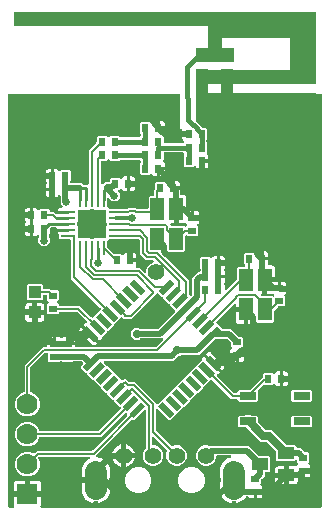
<source format=gtl>
From 57941b1b76ffbdb9a5eeb9fef5e3c2365e3a4b84 Mon Sep 17 00:00:00 2001
From: jaseg <git@jaseg.de>
Date: Sat, 5 Feb 2022 12:34:28 +0100
Subject: Arc approx WIP

---
 examples/inputs/rcstick-f.GTL | 9251 -----------------------------------------
 1 file changed, 9251 deletions(-)
 delete mode 100644 examples/inputs/rcstick-f.GTL

(limited to 'examples/inputs/rcstick-f.GTL')

diff --git a/examples/inputs/rcstick-f.GTL b/examples/inputs/rcstick-f.GTL
deleted file mode 100644
index ff0c951..0000000
--- a/examples/inputs/rcstick-f.GTL
+++ /dev/null
@@ -1,9251 +0,0 @@
-G04 EAGLE Gerber RS-274X export*
-G75*
-%MOMM*%
-%FSLAX34Y34*%
-%LPD*%
-%INTop Layer*%
-%IPPOS*%
-%AMOC8*
-5,1,8,0,0,1.08239X$1,22.5*%
-G01*
-%ADD10R,0.700000X0.600000*%
-%ADD11R,0.600000X0.700000*%
-%ADD12C,1.420000*%
-%ADD13C,1.900000*%
-%ADD14R,1.778000X1.778000*%
-%ADD15C,1.778000*%
-%ADD16R,1.080000X1.050000*%
-%ADD17R,1.450000X0.650000*%
-%ADD18R,0.540000X1.400000*%
-%ADD19R,0.280000X1.260000*%
-%ADD20R,1.260000X0.280000*%
-%ADD21R,2.400000X2.400000*%
-%ADD22C,1.200000*%
-%ADD23R,1.400000X1.000000*%
-%ADD24R,1.200000X1.900000*%
-%ADD25R,25.580000X1.210000*%
-%ADD26R,9.180000X2.210000*%
-%ADD27R,2.180000X6.170000*%
-%ADD28R,10.180000X1.290000*%
-%ADD29R,1.100000X2.530000*%
-%ADD30R,1.200000X4.220000*%
-%ADD31R,3.200000X1.210000*%
-%ADD32R,0.460000X1.000000*%
-%ADD33R,10.180000X1.000000*%
-%ADD34C,0.500000*%
-%ADD35C,0.270000*%
-%ADD36C,0.804800*%
-%ADD37C,0.654800*%
-%ADD38C,0.704800*%
-%ADD39C,0.700000*%
-%ADD40C,0.300000*%
-%ADD41C,0.200000*%
-%ADD42C,0.152400*%
-%ADD43C,1.400000*%
-%ADD44C,0.460000*%
-
-G36*
-X9544Y5087D02*
-X9544Y5087D01*
-X9587Y5084D01*
-X9683Y5107D01*
-X9781Y5121D01*
-X9820Y5138D01*
-X9862Y5148D01*
-X9948Y5196D01*
-X10038Y5237D01*
-X10070Y5265D01*
-X10108Y5286D01*
-X10177Y5356D01*
-X10252Y5420D01*
-X10276Y5456D01*
-X10306Y5487D01*
-X10352Y5574D01*
-X10406Y5656D01*
-X10419Y5697D01*
-X10439Y5735D01*
-X10460Y5832D01*
-X10489Y5926D01*
-X10489Y5969D01*
-X10498Y6011D01*
-X10491Y6109D01*
-X10493Y6208D01*
-X10481Y6249D01*
-X10478Y6292D01*
-X10447Y6372D01*
-X10417Y6480D01*
-X10386Y6531D01*
-X10367Y6580D01*
-X10332Y6639D01*
-X10159Y7285D01*
-X10159Y14511D01*
-X20590Y14511D01*
-X20653Y14520D01*
-X20718Y14519D01*
-X20792Y14540D01*
-X20869Y14551D01*
-X20928Y14577D01*
-X20990Y14594D01*
-X21056Y14635D01*
-X21126Y14667D01*
-X21175Y14709D01*
-X21230Y14742D01*
-X21281Y14800D01*
-X21340Y14850D01*
-X21376Y14904D01*
-X21419Y14952D01*
-X21452Y15021D01*
-X21495Y15086D01*
-X21514Y15148D01*
-X21542Y15205D01*
-X21552Y15275D01*
-X21577Y15356D01*
-X21578Y15441D01*
-X21589Y15510D01*
-X21589Y16511D01*
-X21591Y16511D01*
-X21591Y15510D01*
-X21600Y15446D01*
-X21599Y15382D01*
-X21620Y15307D01*
-X21631Y15231D01*
-X21657Y15172D01*
-X21674Y15110D01*
-X21715Y15044D01*
-X21747Y14974D01*
-X21789Y14925D01*
-X21822Y14870D01*
-X21880Y14818D01*
-X21930Y14760D01*
-X21984Y14724D01*
-X22032Y14681D01*
-X22101Y14648D01*
-X22166Y14605D01*
-X22228Y14586D01*
-X22286Y14558D01*
-X22355Y14547D01*
-X22436Y14523D01*
-X22521Y14522D01*
-X22590Y14511D01*
-X33021Y14511D01*
-X33021Y7285D01*
-X32848Y6639D01*
-X32813Y6580D01*
-X32797Y6540D01*
-X32774Y6504D01*
-X32745Y6409D01*
-X32708Y6318D01*
-X32704Y6275D01*
-X32691Y6234D01*
-X32690Y6136D01*
-X32680Y6037D01*
-X32688Y5995D01*
-X32687Y5952D01*
-X32714Y5857D01*
-X32732Y5760D01*
-X32751Y5722D01*
-X32763Y5680D01*
-X32814Y5596D01*
-X32859Y5508D01*
-X32888Y5477D01*
-X32911Y5440D01*
-X32984Y5374D01*
-X33051Y5302D01*
-X33088Y5280D01*
-X33120Y5251D01*
-X33209Y5208D01*
-X33294Y5158D01*
-X33335Y5147D01*
-X33374Y5128D01*
-X33458Y5115D01*
-X33567Y5087D01*
-X33627Y5089D01*
-X33678Y5081D01*
-X269920Y5081D01*
-X269984Y5090D01*
-X270048Y5089D01*
-X270123Y5110D01*
-X270199Y5121D01*
-X270258Y5147D01*
-X270320Y5164D01*
-X270386Y5205D01*
-X270456Y5237D01*
-X270505Y5279D01*
-X270560Y5312D01*
-X270612Y5370D01*
-X270670Y5420D01*
-X270706Y5474D01*
-X270749Y5522D01*
-X270782Y5591D01*
-X270825Y5656D01*
-X270844Y5718D01*
-X270872Y5775D01*
-X270883Y5845D01*
-X270907Y5926D01*
-X270908Y6011D01*
-X270919Y6080D01*
-X270919Y354680D01*
-X270910Y354744D01*
-X270911Y354808D01*
-X270890Y354883D01*
-X270879Y354959D01*
-X270853Y355018D01*
-X270836Y355080D01*
-X270795Y355146D01*
-X270763Y355216D01*
-X270721Y355265D01*
-X270688Y355320D01*
-X270630Y355372D01*
-X270580Y355430D01*
-X270526Y355466D01*
-X270478Y355509D01*
-X270409Y355542D01*
-X270344Y355585D01*
-X270282Y355604D01*
-X270225Y355632D01*
-X270155Y355643D01*
-X270074Y355667D01*
-X269989Y355668D01*
-X269920Y355679D01*
-X198624Y355679D01*
-X198560Y355670D01*
-X198496Y355671D01*
-X198421Y355650D01*
-X198345Y355639D01*
-X198286Y355613D01*
-X198224Y355596D01*
-X198158Y355555D01*
-X198088Y355523D01*
-X198039Y355481D01*
-X197984Y355448D01*
-X197932Y355390D01*
-X197874Y355340D01*
-X197838Y355286D01*
-X197795Y355238D01*
-X197762Y355169D01*
-X197719Y355104D01*
-X197700Y355042D01*
-X197672Y354985D01*
-X197661Y354915D01*
-X197637Y354834D01*
-X197636Y354749D01*
-X197625Y354680D01*
-X197625Y350048D01*
-X196732Y349155D01*
-X184468Y349155D01*
-X183575Y350048D01*
-X183575Y354680D01*
-X183566Y354744D01*
-X183567Y354808D01*
-X183546Y354883D01*
-X183535Y354959D01*
-X183509Y355018D01*
-X183492Y355080D01*
-X183451Y355146D01*
-X183419Y355216D01*
-X183377Y355265D01*
-X183344Y355320D01*
-X183286Y355372D01*
-X183236Y355430D01*
-X183182Y355466D01*
-X183134Y355509D01*
-X183065Y355542D01*
-X183000Y355585D01*
-X182938Y355604D01*
-X182881Y355632D01*
-X182811Y355643D01*
-X182730Y355667D01*
-X182645Y355668D01*
-X182576Y355679D01*
-X177624Y355679D01*
-X177560Y355670D01*
-X177496Y355671D01*
-X177421Y355650D01*
-X177345Y355639D01*
-X177286Y355613D01*
-X177224Y355596D01*
-X177158Y355555D01*
-X177088Y355523D01*
-X177039Y355481D01*
-X176984Y355448D01*
-X176932Y355390D01*
-X176874Y355340D01*
-X176838Y355286D01*
-X176795Y355238D01*
-X176762Y355169D01*
-X176719Y355104D01*
-X176700Y355042D01*
-X176672Y354985D01*
-X176661Y354915D01*
-X176637Y354834D01*
-X176636Y354749D01*
-X176625Y354680D01*
-X176625Y350048D01*
-X175732Y349155D01*
-X165200Y349155D01*
-X165136Y349146D01*
-X165072Y349147D01*
-X164997Y349126D01*
-X164921Y349115D01*
-X164862Y349089D01*
-X164800Y349072D01*
-X164734Y349031D01*
-X164664Y348999D01*
-X164615Y348957D01*
-X164560Y348924D01*
-X164508Y348866D01*
-X164450Y348816D01*
-X164414Y348762D01*
-X164371Y348714D01*
-X164338Y348645D01*
-X164295Y348580D01*
-X164276Y348518D01*
-X164248Y348461D01*
-X164237Y348391D01*
-X164213Y348310D01*
-X164212Y348225D01*
-X164201Y348156D01*
-X164201Y333170D01*
-X164214Y333075D01*
-X164219Y332979D01*
-X164234Y332936D01*
-X164241Y332891D01*
-X164280Y332803D01*
-X164312Y332712D01*
-X164337Y332678D01*
-X164357Y332634D01*
-X164440Y332537D01*
-X164493Y332464D01*
-X168979Y327978D01*
-X168979Y327484D01*
-X168992Y327389D01*
-X168997Y327293D01*
-X169012Y327250D01*
-X169019Y327205D01*
-X169058Y327117D01*
-X169090Y327027D01*
-X169115Y326992D01*
-X169135Y326948D01*
-X169218Y326851D01*
-X169271Y326778D01*
-X169422Y326627D01*
-X169498Y326570D01*
-X169570Y326505D01*
-X169611Y326485D01*
-X169647Y326458D01*
-X169737Y326424D01*
-X169824Y326382D01*
-X169866Y326376D01*
-X169911Y326359D01*
-X170039Y326349D01*
-X170128Y326335D01*
-X172962Y326335D01*
-X173855Y325442D01*
-X173855Y317178D01*
-X173447Y316771D01*
-X173390Y316694D01*
-X173325Y316623D01*
-X173305Y316582D01*
-X173278Y316546D01*
-X173244Y316455D01*
-X173202Y316369D01*
-X173196Y316327D01*
-X173179Y316282D01*
-X173169Y316154D01*
-X173155Y316065D01*
-X173155Y315125D01*
-X173168Y315031D01*
-X173173Y314934D01*
-X173188Y314891D01*
-X173195Y314846D01*
-X173234Y314759D01*
-X173266Y314668D01*
-X173291Y314633D01*
-X173311Y314589D01*
-X173394Y314492D01*
-X173447Y314419D01*
-X173855Y314012D01*
-X173855Y305748D01*
-X173669Y305563D01*
-X173646Y305532D01*
-X173627Y305516D01*
-X173618Y305502D01*
-X173598Y305483D01*
-X173553Y305408D01*
-X173500Y305337D01*
-X173486Y305301D01*
-X173472Y305280D01*
-X173468Y305265D01*
-X173454Y305241D01*
-X173432Y305156D01*
-X173401Y305074D01*
-X173398Y305035D01*
-X173390Y305010D01*
-X173390Y304994D01*
-X173383Y304968D01*
-X173385Y304880D01*
-X173379Y304792D01*
-X173386Y304755D01*
-X173386Y304728D01*
-X173390Y304712D01*
-X173391Y304686D01*
-X173418Y304602D01*
-X173436Y304516D01*
-X173454Y304484D01*
-X173461Y304456D01*
-X173471Y304441D01*
-X173478Y304418D01*
-X173527Y304345D01*
-X173569Y304267D01*
-X173593Y304242D01*
-X173609Y304216D01*
-X173623Y304203D01*
-X173636Y304184D01*
-X173697Y304135D01*
-X173766Y304065D01*
-X173795Y304049D01*
-X173819Y304027D01*
-X173851Y304011D01*
-X173876Y303991D01*
-X173890Y303983D01*
-X174363Y303510D01*
-X174698Y302931D01*
-X174871Y302285D01*
-X174871Y299949D01*
-X169830Y299949D01*
-X169767Y299940D01*
-X169702Y299941D01*
-X169628Y299920D01*
-X169551Y299909D01*
-X169493Y299883D01*
-X169431Y299866D01*
-X169365Y299825D01*
-X169294Y299793D01*
-X169245Y299751D01*
-X169191Y299718D01*
-X169139Y299660D01*
-X169080Y299610D01*
-X169045Y299556D01*
-X169002Y299508D01*
-X168968Y299439D01*
-X168925Y299374D01*
-X168907Y299312D01*
-X168879Y299255D01*
-X168868Y299185D01*
-X168843Y299104D01*
-X168842Y299019D01*
-X168831Y298950D01*
-X168831Y298949D01*
-X168830Y298949D01*
-X168766Y298940D01*
-X168702Y298941D01*
-X168627Y298920D01*
-X168551Y298909D01*
-X168492Y298883D01*
-X168430Y298866D01*
-X168364Y298825D01*
-X168294Y298793D01*
-X168245Y298751D01*
-X168190Y298717D01*
-X168138Y298660D01*
-X168080Y298610D01*
-X168044Y298556D01*
-X168001Y298508D01*
-X167968Y298439D01*
-X167925Y298374D01*
-X167906Y298312D01*
-X167878Y298254D01*
-X167867Y298185D01*
-X167843Y298104D01*
-X167842Y298019D01*
-X167831Y297950D01*
-X167831Y292409D01*
-X165995Y292409D01*
-X165349Y292582D01*
-X164770Y292917D01*
-X164297Y293390D01*
-X164080Y293765D01*
-X164047Y293807D01*
-X164022Y293855D01*
-X163961Y293918D01*
-X163906Y293987D01*
-X163863Y294018D01*
-X163825Y294057D01*
-X163749Y294100D01*
-X163677Y294151D01*
-X163627Y294169D01*
-X163580Y294196D01*
-X163494Y294216D01*
-X163411Y294245D01*
-X163358Y294248D01*
-X163305Y294261D01*
-X163217Y294256D01*
-X163130Y294261D01*
-X163077Y294249D01*
-X163024Y294246D01*
-X162941Y294217D01*
-X162855Y294198D01*
-X162808Y294171D01*
-X162757Y294154D01*
-X162694Y294108D01*
-X162609Y294060D01*
-X162558Y294008D01*
-X162508Y293972D01*
-X161962Y293425D01*
-X154698Y293425D01*
-X153805Y294318D01*
-X153805Y302582D01*
-X154213Y302989D01*
-X154270Y303066D01*
-X154335Y303137D01*
-X154355Y303178D01*
-X154382Y303214D01*
-X154416Y303305D01*
-X154458Y303391D01*
-X154464Y303433D01*
-X154481Y303478D01*
-X154491Y303606D01*
-X154505Y303695D01*
-X154505Y304635D01*
-X154492Y304729D01*
-X154487Y304826D01*
-X154472Y304869D01*
-X154465Y304914D01*
-X154426Y305001D01*
-X154394Y305092D01*
-X154369Y305127D01*
-X154349Y305171D01*
-X154266Y305268D01*
-X154213Y305341D01*
-X153791Y305763D01*
-X153714Y305820D01*
-X153643Y305885D01*
-X153602Y305905D01*
-X153566Y305932D01*
-X153475Y305966D01*
-X153389Y306008D01*
-X153347Y306014D01*
-X153302Y306031D01*
-X153174Y306041D01*
-X153085Y306055D01*
-X138024Y306055D01*
-X137960Y306046D01*
-X137896Y306047D01*
-X137821Y306026D01*
-X137745Y306015D01*
-X137686Y305989D01*
-X137624Y305972D01*
-X137558Y305931D01*
-X137488Y305899D01*
-X137439Y305857D01*
-X137384Y305824D01*
-X137332Y305766D01*
-X137274Y305716D01*
-X137238Y305662D01*
-X137195Y305614D01*
-X137162Y305545D01*
-X137119Y305480D01*
-X137100Y305418D01*
-X137072Y305361D01*
-X137061Y305291D01*
-X137037Y305210D01*
-X137036Y305125D01*
-X137025Y305056D01*
-X137025Y299398D01*
-X136839Y299213D01*
-X136807Y299170D01*
-X136768Y299133D01*
-X136723Y299058D01*
-X136670Y298987D01*
-X136651Y298937D01*
-X136624Y298891D01*
-X136602Y298806D01*
-X136571Y298724D01*
-X136566Y298670D01*
-X136553Y298618D01*
-X136555Y298530D01*
-X136549Y298442D01*
-X136560Y298390D01*
-X136561Y298336D01*
-X136588Y298252D01*
-X136606Y298166D01*
-X136632Y298119D01*
-X136648Y298068D01*
-X136697Y297995D01*
-X136739Y297917D01*
-X136776Y297879D01*
-X136806Y297834D01*
-X136867Y297785D01*
-X136936Y297715D01*
-X136998Y297680D01*
-X137046Y297641D01*
-X137060Y297633D01*
-X137533Y297160D01*
-X137868Y296581D01*
-X138041Y295935D01*
-X138041Y293599D01*
-X133000Y293599D01*
-X132937Y293590D01*
-X132872Y293591D01*
-X132798Y293570D01*
-X132721Y293559D01*
-X132663Y293533D01*
-X132601Y293516D01*
-X132535Y293475D01*
-X132464Y293443D01*
-X132415Y293401D01*
-X132361Y293368D01*
-X132309Y293310D01*
-X132250Y293260D01*
-X132215Y293206D01*
-X132172Y293158D01*
-X132138Y293089D01*
-X132095Y293024D01*
-X132077Y292962D01*
-X132049Y292905D01*
-X132038Y292835D01*
-X132013Y292754D01*
-X132012Y292669D01*
-X132001Y292600D01*
-X132001Y292599D01*
-X132000Y292599D01*
-X131936Y292590D01*
-X131872Y292591D01*
-X131797Y292570D01*
-X131721Y292559D01*
-X131662Y292533D01*
-X131600Y292516D01*
-X131534Y292475D01*
-X131464Y292443D01*
-X131415Y292401D01*
-X131360Y292367D01*
-X131308Y292310D01*
-X131250Y292260D01*
-X131214Y292206D01*
-X131171Y292158D01*
-X131138Y292089D01*
-X131095Y292024D01*
-X131076Y291962D01*
-X131048Y291904D01*
-X131037Y291835D01*
-X131013Y291754D01*
-X131012Y291669D01*
-X131001Y291600D01*
-X131001Y286059D01*
-X129165Y286059D01*
-X128519Y286232D01*
-X127940Y286567D01*
-X127467Y287040D01*
-X127250Y287415D01*
-X127217Y287457D01*
-X127192Y287505D01*
-X127131Y287568D01*
-X127076Y287637D01*
-X127033Y287668D01*
-X126995Y287707D01*
-X126919Y287750D01*
-X126847Y287801D01*
-X126797Y287819D01*
-X126750Y287846D01*
-X126664Y287866D01*
-X126581Y287895D01*
-X126528Y287898D01*
-X126475Y287911D01*
-X126387Y287906D01*
-X126300Y287911D01*
-X126248Y287899D01*
-X126194Y287896D01*
-X126110Y287867D01*
-X126025Y287848D01*
-X125978Y287821D01*
-X125927Y287804D01*
-X125864Y287758D01*
-X125779Y287710D01*
-X125728Y287658D01*
-X125678Y287622D01*
-X125132Y287075D01*
-X117868Y287075D01*
-X116975Y287968D01*
-X116975Y296232D01*
-X117383Y296639D01*
-X117440Y296716D01*
-X117505Y296787D01*
-X117525Y296828D01*
-X117552Y296864D01*
-X117586Y296955D01*
-X117628Y297041D01*
-X117634Y297083D01*
-X117651Y297128D01*
-X117661Y297256D01*
-X117675Y297345D01*
-X117675Y298285D01*
-X117662Y298379D01*
-X117657Y298476D01*
-X117642Y298519D01*
-X117635Y298564D01*
-X117596Y298651D01*
-X117564Y298742D01*
-X117539Y298777D01*
-X117519Y298821D01*
-X117436Y298918D01*
-X117383Y298991D01*
-X116961Y299413D01*
-X116884Y299470D01*
-X116813Y299535D01*
-X116772Y299555D01*
-X116736Y299582D01*
-X116645Y299616D01*
-X116559Y299658D01*
-X116517Y299664D01*
-X116472Y299681D01*
-X116344Y299691D01*
-X116255Y299705D01*
-X100915Y299705D01*
-X100821Y299692D01*
-X100724Y299687D01*
-X100681Y299672D01*
-X100636Y299665D01*
-X100549Y299626D01*
-X100458Y299594D01*
-X100423Y299569D01*
-X100379Y299549D01*
-X100282Y299466D01*
-X100209Y299413D01*
-X99302Y298505D01*
-X92038Y298505D01*
-X90877Y299667D01*
-X90825Y299706D01*
-X90780Y299752D01*
-X90713Y299790D01*
-X90651Y299836D01*
-X90591Y299859D01*
-X90535Y299891D01*
-X90460Y299909D01*
-X90387Y299936D01*
-X90323Y299941D01*
-X90260Y299956D01*
-X90183Y299952D01*
-X90106Y299958D01*
-X90043Y299945D01*
-X89979Y299941D01*
-X89906Y299916D01*
-X89830Y299900D01*
-X89773Y299870D01*
-X89712Y299849D01*
-X89656Y299807D01*
-X89581Y299768D01*
-X89520Y299709D01*
-X89463Y299667D01*
-X88302Y298505D01*
-X84724Y298505D01*
-X84660Y298496D01*
-X84596Y298497D01*
-X84521Y298476D01*
-X84445Y298465D01*
-X84386Y298439D01*
-X84324Y298422D01*
-X84258Y298381D01*
-X84188Y298349D01*
-X84139Y298307D01*
-X84084Y298274D01*
-X84032Y298216D01*
-X83974Y298166D01*
-X83938Y298112D01*
-X83895Y298064D01*
-X83862Y297995D01*
-X83819Y297930D01*
-X83800Y297868D01*
-X83772Y297811D01*
-X83761Y297741D01*
-X83737Y297660D01*
-X83736Y297575D01*
-X83725Y297506D01*
-X83725Y279789D01*
-X83729Y279757D01*
-X83727Y279725D01*
-X83749Y279618D01*
-X83765Y279510D01*
-X83778Y279480D01*
-X83784Y279449D01*
-X83836Y279352D01*
-X83881Y279253D01*
-X83902Y279228D01*
-X83917Y279200D01*
-X83993Y279122D01*
-X84064Y279039D01*
-X84091Y279021D01*
-X84114Y278998D01*
-X84209Y278944D01*
-X84300Y278884D01*
-X84331Y278875D01*
-X84359Y278859D01*
-X84465Y278834D01*
-X84570Y278802D01*
-X84602Y278801D01*
-X84633Y278794D01*
-X84743Y278799D01*
-X84852Y278798D01*
-X84883Y278807D01*
-X84915Y278808D01*
-X85018Y278844D01*
-X85124Y278873D01*
-X85151Y278890D01*
-X85182Y278901D01*
-X85255Y278954D01*
-X85364Y279021D01*
-X85396Y279057D01*
-X85431Y279082D01*
-X87233Y280885D01*
-X90576Y280885D01*
-X90640Y280894D01*
-X90704Y280893D01*
-X90779Y280914D01*
-X90855Y280925D01*
-X90914Y280951D01*
-X90976Y280968D01*
-X91042Y281009D01*
-X91112Y281041D01*
-X91161Y281083D01*
-X91216Y281116D01*
-X91268Y281174D01*
-X91326Y281224D01*
-X91362Y281278D01*
-X91405Y281326D01*
-X91438Y281395D01*
-X91481Y281460D01*
-X91500Y281522D01*
-X91528Y281579D01*
-X91539Y281649D01*
-X91563Y281730D01*
-X91564Y281815D01*
-X91575Y281884D01*
-X91575Y283532D01*
-X92468Y284425D01*
-X99732Y284425D01*
-X100278Y283878D01*
-X100321Y283846D01*
-X100358Y283807D01*
-X100433Y283762D01*
-X100504Y283709D01*
-X100554Y283690D01*
-X100600Y283662D01*
-X100685Y283640D01*
-X100768Y283609D01*
-X100821Y283605D01*
-X100873Y283592D01*
-X100961Y283594D01*
-X101049Y283587D01*
-X101101Y283598D01*
-X101155Y283600D01*
-X101239Y283627D01*
-X101325Y283645D01*
-X101372Y283670D01*
-X101423Y283687D01*
-X101496Y283736D01*
-X101574Y283777D01*
-X101613Y283815D01*
-X101657Y283845D01*
-X101706Y283906D01*
-X101776Y283974D01*
-X101812Y284037D01*
-X101850Y284085D01*
-X102067Y284460D01*
-X102540Y284933D01*
-X103119Y285268D01*
-X103765Y285441D01*
-X105601Y285441D01*
-X105601Y279900D01*
-X105610Y279837D01*
-X105609Y279772D01*
-X105630Y279698D01*
-X105641Y279621D01*
-X105667Y279563D01*
-X105684Y279501D01*
-X105725Y279435D01*
-X105742Y279397D01*
-X105738Y279389D01*
-X105695Y279324D01*
-X105676Y279262D01*
-X105648Y279204D01*
-X105637Y279135D01*
-X105613Y279054D01*
-X105612Y278969D01*
-X105601Y278900D01*
-X105601Y273359D01*
-X103765Y273359D01*
-X103119Y273532D01*
-X102540Y273867D01*
-X102067Y274340D01*
-X101850Y274715D01*
-X101817Y274757D01*
-X101792Y274805D01*
-X101731Y274868D01*
-X101676Y274937D01*
-X101633Y274968D01*
-X101595Y275007D01*
-X101519Y275050D01*
-X101447Y275101D01*
-X101397Y275119D01*
-X101350Y275146D01*
-X101264Y275166D01*
-X101181Y275195D01*
-X101128Y275198D01*
-X101075Y275211D01*
-X100987Y275206D01*
-X100900Y275211D01*
-X100848Y275199D01*
-X100794Y275196D01*
-X100710Y275167D01*
-X100625Y275148D01*
-X100578Y275121D01*
-X100527Y275104D01*
-X100464Y275058D01*
-X100379Y275010D01*
-X100328Y274958D01*
-X100278Y274922D01*
-X99732Y274375D01*
-X99314Y274375D01*
-X99282Y274371D01*
-X99249Y274373D01*
-X99143Y274351D01*
-X99034Y274335D01*
-X99005Y274322D01*
-X98973Y274316D01*
-X98877Y274264D01*
-X98777Y274219D01*
-X98753Y274198D01*
-X98724Y274183D01*
-X98646Y274107D01*
-X98563Y274036D01*
-X98545Y274009D01*
-X98522Y273986D01*
-X98469Y273891D01*
-X98409Y273800D01*
-X98399Y273769D01*
-X98383Y273741D01*
-X98358Y273635D01*
-X98326Y273530D01*
-X98326Y273498D01*
-X98318Y273467D01*
-X98324Y273357D01*
-X98323Y273248D01*
-X98331Y273217D01*
-X98333Y273185D01*
-X98369Y273082D01*
-X98398Y272976D01*
-X98415Y272949D01*
-X98425Y272918D01*
-X98479Y272845D01*
-X98546Y272736D01*
-X98582Y272704D01*
-X98607Y272669D01*
-X100049Y271228D01*
-X100049Y267252D01*
-X97238Y264441D01*
-X93262Y264441D01*
-X90831Y266873D01*
-X90805Y266892D01*
-X90784Y266917D01*
-X90692Y266977D01*
-X90605Y267042D01*
-X90575Y267054D01*
-X90548Y267071D01*
-X90443Y267103D01*
-X90341Y267142D01*
-X90309Y267144D01*
-X90278Y267154D01*
-X90169Y267155D01*
-X90060Y267164D01*
-X90028Y267157D01*
-X89996Y267157D01*
-X89891Y267128D01*
-X89784Y267106D01*
-X89755Y267091D01*
-X89724Y267082D01*
-X89631Y267025D01*
-X89535Y266974D01*
-X89512Y266951D01*
-X89484Y266934D01*
-X89411Y266853D01*
-X89333Y266777D01*
-X89317Y266749D01*
-X89295Y266725D01*
-X89248Y266627D01*
-X89194Y266531D01*
-X89186Y266500D01*
-X89172Y266471D01*
-X89158Y266382D01*
-X89129Y266257D01*
-X89131Y266208D01*
-X89125Y266166D01*
-X89125Y260087D01*
-X89137Y260002D01*
-X89139Y259917D01*
-X89157Y259863D01*
-X89165Y259808D01*
-X89200Y259730D01*
-X89226Y259648D01*
-X89258Y259602D01*
-X89281Y259551D01*
-X89336Y259486D01*
-X89384Y259415D01*
-X89425Y259382D01*
-X89464Y259336D01*
-X89558Y259275D01*
-X89624Y259221D01*
-X89760Y259143D01*
-X90233Y258670D01*
-X90311Y258534D01*
-X90364Y258467D01*
-X90409Y258394D01*
-X90451Y258357D01*
-X90485Y258313D01*
-X90555Y258263D01*
-X90618Y258205D01*
-X90669Y258181D01*
-X90715Y258148D01*
-X90795Y258120D01*
-X90872Y258082D01*
-X90924Y258074D01*
-X90981Y258054D01*
-X91092Y258048D01*
-X91177Y258035D01*
-X103432Y258035D01*
-X103539Y257927D01*
-X103616Y257870D01*
-X103687Y257805D01*
-X103728Y257785D01*
-X103764Y257758D01*
-X103855Y257724D01*
-X103941Y257682D01*
-X103983Y257676D01*
-X104028Y257659D01*
-X104156Y257649D01*
-X104245Y257635D01*
-X105751Y257635D01*
-X105846Y257648D01*
-X105942Y257653D01*
-X105985Y257668D01*
-X106030Y257675D01*
-X106117Y257714D01*
-X106208Y257746D01*
-X106243Y257771D01*
-X106287Y257791D01*
-X106384Y257874D01*
-X106457Y257927D01*
-X107043Y258513D01*
-X113937Y258513D01*
-X114523Y257927D01*
-X114600Y257870D01*
-X114671Y257805D01*
-X114712Y257785D01*
-X114748Y257758D01*
-X114838Y257724D01*
-X114925Y257682D01*
-X114967Y257676D01*
-X115012Y257659D01*
-X115140Y257649D01*
-X115229Y257635D01*
-X123176Y257635D01*
-X123240Y257644D01*
-X123304Y257643D01*
-X123379Y257664D01*
-X123455Y257675D01*
-X123514Y257701D01*
-X123576Y257718D01*
-X123642Y257759D01*
-X123712Y257791D01*
-X123761Y257833D01*
-X123816Y257866D01*
-X123868Y257924D01*
-X123926Y257974D01*
-X123962Y258028D01*
-X124005Y258076D01*
-X124038Y258145D01*
-X124081Y258210D01*
-X124100Y258272D01*
-X124128Y258329D01*
-X124139Y258399D01*
-X124163Y258480D01*
-X124164Y258565D01*
-X124175Y258634D01*
-X124175Y267842D01*
-X125068Y268735D01*
-X128176Y268735D01*
-X128240Y268744D01*
-X128304Y268743D01*
-X128379Y268764D01*
-X128455Y268775D01*
-X128514Y268801D01*
-X128576Y268818D01*
-X128642Y268859D01*
-X128712Y268891D01*
-X128761Y268933D01*
-X128816Y268966D01*
-X128868Y269024D01*
-X128926Y269074D01*
-X128962Y269128D01*
-X129005Y269176D01*
-X129038Y269245D01*
-X129081Y269310D01*
-X129100Y269372D01*
-X129128Y269429D01*
-X129139Y269499D01*
-X129163Y269580D01*
-X129164Y269665D01*
-X129175Y269734D01*
-X129175Y274136D01*
-X129383Y274343D01*
-X129440Y274420D01*
-X129505Y274491D01*
-X129525Y274532D01*
-X129552Y274569D01*
-X129586Y274659D01*
-X129628Y274745D01*
-X129634Y274787D01*
-X129651Y274833D01*
-X129661Y274960D01*
-X129675Y275050D01*
-X129675Y279722D01*
-X130568Y280615D01*
-X137832Y280615D01*
-X138378Y280068D01*
-X138421Y280036D01*
-X138458Y279997D01*
-X138533Y279952D01*
-X138604Y279899D01*
-X138654Y279880D01*
-X138700Y279852D01*
-X138785Y279830D01*
-X138868Y279799D01*
-X138921Y279795D01*
-X138973Y279782D01*
-X139061Y279784D01*
-X139149Y279777D01*
-X139201Y279788D01*
-X139255Y279790D01*
-X139339Y279817D01*
-X139425Y279835D01*
-X139472Y279860D01*
-X139523Y279877D01*
-X139596Y279926D01*
-X139674Y279967D01*
-X139713Y280005D01*
-X139757Y280035D01*
-X139806Y280096D01*
-X139876Y280164D01*
-X139912Y280227D01*
-X139950Y280275D01*
-X140167Y280650D01*
-X140640Y281123D01*
-X141219Y281458D01*
-X141865Y281631D01*
-X143701Y281631D01*
-X143701Y276090D01*
-X143710Y276027D01*
-X143709Y275962D01*
-X143730Y275888D01*
-X143741Y275811D01*
-X143767Y275753D01*
-X143784Y275691D01*
-X143825Y275625D01*
-X143857Y275554D01*
-X143898Y275505D01*
-X143932Y275451D01*
-X143990Y275399D01*
-X144040Y275340D01*
-X144094Y275305D01*
-X144142Y275262D01*
-X144211Y275228D01*
-X144276Y275185D01*
-X144338Y275167D01*
-X144395Y275139D01*
-X144465Y275128D01*
-X144546Y275103D01*
-X144631Y275102D01*
-X144700Y275091D01*
-X144701Y275091D01*
-X144701Y275090D01*
-X144710Y275026D01*
-X144709Y274962D01*
-X144730Y274887D01*
-X144741Y274811D01*
-X144767Y274752D01*
-X144784Y274690D01*
-X144825Y274624D01*
-X144857Y274554D01*
-X144899Y274505D01*
-X144933Y274450D01*
-X144990Y274398D01*
-X145040Y274340D01*
-X145094Y274304D01*
-X145142Y274261D01*
-X145211Y274228D01*
-X145276Y274185D01*
-X145338Y274166D01*
-X145396Y274138D01*
-X145465Y274127D01*
-X145546Y274103D01*
-X145631Y274102D01*
-X145700Y274091D01*
-X150741Y274091D01*
-X150741Y271755D01*
-X150541Y271009D01*
-X150534Y270955D01*
-X150519Y270904D01*
-X150517Y270816D01*
-X150507Y270729D01*
-X150515Y270676D01*
-X150515Y270622D01*
-X150538Y270537D01*
-X150553Y270450D01*
-X150576Y270402D01*
-X150590Y270350D01*
-X150636Y270275D01*
-X150674Y270196D01*
-X150710Y270156D01*
-X150738Y270110D01*
-X150804Y270051D01*
-X150862Y269986D01*
-X150908Y269957D01*
-X150947Y269921D01*
-X151027Y269883D01*
-X151101Y269836D01*
-X151153Y269822D01*
-X151201Y269798D01*
-X151279Y269786D01*
-X151373Y269760D01*
-X151445Y269760D01*
-X151506Y269751D01*
-X154035Y269751D01*
-X154681Y269578D01*
-X155260Y269243D01*
-X155733Y268770D01*
-X156068Y268191D01*
-X156241Y267545D01*
-X156241Y259709D01*
-X148700Y259709D01*
-X148636Y259700D01*
-X148572Y259701D01*
-X148498Y259680D01*
-X148421Y259669D01*
-X148362Y259643D01*
-X148300Y259626D01*
-X148234Y259585D01*
-X148164Y259553D01*
-X148115Y259511D01*
-X148060Y259478D01*
-X148009Y259420D01*
-X147950Y259370D01*
-X147914Y259316D01*
-X147871Y259268D01*
-X147838Y259199D01*
-X147795Y259134D01*
-X147776Y259072D01*
-X147748Y259015D01*
-X147738Y258945D01*
-X147713Y258864D01*
-X147712Y258779D01*
-X147701Y258710D01*
-X147701Y257709D01*
-X146700Y257709D01*
-X146636Y257700D01*
-X146572Y257701D01*
-X146497Y257680D01*
-X146421Y257669D01*
-X146362Y257643D01*
-X146300Y257626D01*
-X146234Y257585D01*
-X146164Y257553D01*
-X146115Y257511D01*
-X146060Y257478D01*
-X146008Y257420D01*
-X145950Y257370D01*
-X145914Y257316D01*
-X145871Y257268D01*
-X145838Y257199D01*
-X145795Y257134D01*
-X145776Y257072D01*
-X145748Y257014D01*
-X145738Y256945D01*
-X145713Y256864D01*
-X145712Y256779D01*
-X145701Y256710D01*
-X145701Y245669D01*
-X143593Y245669D01*
-X143561Y245665D01*
-X143529Y245667D01*
-X143422Y245645D01*
-X143314Y245629D01*
-X143285Y245616D01*
-X143253Y245610D01*
-X143156Y245558D01*
-X143057Y245513D01*
-X143033Y245492D01*
-X143004Y245477D01*
-X142926Y245401D01*
-X142843Y245330D01*
-X142825Y245303D01*
-X142802Y245280D01*
-X142748Y245185D01*
-X142688Y245094D01*
-X142679Y245063D01*
-X142663Y245035D01*
-X142638Y244929D01*
-X142606Y244824D01*
-X142605Y244792D01*
-X142598Y244761D01*
-X142604Y244651D01*
-X142602Y244542D01*
-X142611Y244511D01*
-X142612Y244479D01*
-X142648Y244376D01*
-X142677Y244270D01*
-X142694Y244243D01*
-X142705Y244212D01*
-X142758Y244139D01*
-X142825Y244030D01*
-X142862Y243998D01*
-X142887Y243963D01*
-X143023Y243827D01*
-X143099Y243770D01*
-X143171Y243705D01*
-X143212Y243685D01*
-X143248Y243658D01*
-X143338Y243624D01*
-X143425Y243582D01*
-X143467Y243576D01*
-X143512Y243559D01*
-X143640Y243549D01*
-X143729Y243535D01*
-X154332Y243535D01*
-X154738Y243128D01*
-X154790Y243089D01*
-X154835Y243043D01*
-X154902Y243005D01*
-X154964Y242959D01*
-X155024Y242936D01*
-X155080Y242904D01*
-X155155Y242886D01*
-X155228Y242859D01*
-X155292Y242854D01*
-X155354Y242839D01*
-X155432Y242843D01*
-X155509Y242837D01*
-X155572Y242850D01*
-X155636Y242854D01*
-X155709Y242879D01*
-X155785Y242895D01*
-X155842Y242925D01*
-X155903Y242946D01*
-X155959Y242987D01*
-X156034Y243027D01*
-X156095Y243087D01*
-X156152Y243128D01*
-X156812Y243788D01*
-X156844Y243831D01*
-X156883Y243868D01*
-X156928Y243943D01*
-X156981Y244014D01*
-X157000Y244064D01*
-X157028Y244110D01*
-X157050Y244195D01*
-X157081Y244278D01*
-X157085Y244331D01*
-X157098Y244383D01*
-X157096Y244471D01*
-X157103Y244559D01*
-X157092Y244611D01*
-X157090Y244665D01*
-X157063Y244749D01*
-X157045Y244835D01*
-X157020Y244882D01*
-X157003Y244933D01*
-X156954Y245006D01*
-X156913Y245084D01*
-X156875Y245123D01*
-X156845Y245167D01*
-X156784Y245216D01*
-X156716Y245286D01*
-X156653Y245322D01*
-X156605Y245360D01*
-X156230Y245577D01*
-X156037Y245770D01*
-X155977Y245815D01*
-X155923Y245868D01*
-X155865Y245899D01*
-X155811Y245939D01*
-X155741Y245966D01*
-X155675Y246001D01*
-X155610Y246015D01*
-X155547Y246039D01*
-X155473Y246045D01*
-X155399Y246060D01*
-X155333Y246056D01*
-X155266Y246061D01*
-X155193Y246045D01*
-X155118Y246040D01*
-X155061Y246018D01*
-X154990Y246003D01*
-X154904Y245957D01*
-X154831Y245929D01*
-X154681Y245842D01*
-X154035Y245669D01*
-X149699Y245669D01*
-X149699Y255711D01*
-X156079Y255711D01*
-X156185Y255726D01*
-X156292Y255734D01*
-X156322Y255745D01*
-X156359Y255751D01*
-X156494Y255812D01*
-X156579Y255845D01*
-X156809Y255978D01*
-X157455Y256151D01*
-X159791Y256151D01*
-X159791Y251110D01*
-X159800Y251047D01*
-X159799Y250982D01*
-X159820Y250908D01*
-X159831Y250831D01*
-X159857Y250773D01*
-X159874Y250711D01*
-X159915Y250645D01*
-X159947Y250574D01*
-X159988Y250525D01*
-X160022Y250471D01*
-X160080Y250419D01*
-X160130Y250360D01*
-X160184Y250325D01*
-X160232Y250282D01*
-X160301Y250248D01*
-X160366Y250205D01*
-X160428Y250187D01*
-X160485Y250159D01*
-X160555Y250148D01*
-X160636Y250123D01*
-X160721Y250122D01*
-X160790Y250111D01*
-X160791Y250111D01*
-X160791Y250110D01*
-X160800Y250046D01*
-X160799Y249982D01*
-X160820Y249907D01*
-X160831Y249831D01*
-X160857Y249772D01*
-X160874Y249710D01*
-X160915Y249644D01*
-X160947Y249574D01*
-X160989Y249525D01*
-X161023Y249470D01*
-X161080Y249418D01*
-X161130Y249360D01*
-X161184Y249324D01*
-X161232Y249281D01*
-X161301Y249248D01*
-X161366Y249205D01*
-X161428Y249186D01*
-X161486Y249158D01*
-X161555Y249147D01*
-X161636Y249123D01*
-X161721Y249122D01*
-X161790Y249111D01*
-X167331Y249111D01*
-X167331Y247275D01*
-X167158Y246629D01*
-X166823Y246050D01*
-X166350Y245577D01*
-X165975Y245360D01*
-X165933Y245327D01*
-X165885Y245302D01*
-X165822Y245241D01*
-X165753Y245186D01*
-X165722Y245143D01*
-X165683Y245105D01*
-X165640Y245029D01*
-X165589Y244957D01*
-X165571Y244907D01*
-X165544Y244860D01*
-X165524Y244774D01*
-X165495Y244691D01*
-X165492Y244638D01*
-X165479Y244585D01*
-X165484Y244497D01*
-X165479Y244410D01*
-X165491Y244358D01*
-X165494Y244304D01*
-X165523Y244220D01*
-X165542Y244135D01*
-X165569Y244088D01*
-X165586Y244037D01*
-X165632Y243974D01*
-X165680Y243889D01*
-X165732Y243838D01*
-X165768Y243788D01*
-X166315Y243242D01*
-X166315Y235978D01*
-X165422Y235085D01*
-X157158Y235085D01*
-X156931Y235313D01*
-X156905Y235333D01*
-X156884Y235357D01*
-X156792Y235417D01*
-X156705Y235482D01*
-X156675Y235494D01*
-X156648Y235511D01*
-X156543Y235543D01*
-X156441Y235582D01*
-X156409Y235584D01*
-X156378Y235594D01*
-X156269Y235595D01*
-X156160Y235604D01*
-X156128Y235597D01*
-X156096Y235598D01*
-X155991Y235568D01*
-X155884Y235546D01*
-X155855Y235531D01*
-X155824Y235522D01*
-X155731Y235465D01*
-X155635Y235414D01*
-X155612Y235391D01*
-X155584Y235374D01*
-X155511Y235293D01*
-X155433Y235217D01*
-X155417Y235189D01*
-X155395Y235165D01*
-X155348Y235066D01*
-X155294Y234972D01*
-X155286Y234940D01*
-X155272Y234911D01*
-X155258Y234822D01*
-X155229Y234697D01*
-X155231Y234649D01*
-X155225Y234607D01*
-X155225Y222378D01*
-X154332Y221485D01*
-X141056Y221485D01*
-X141029Y221513D01*
-X140961Y221551D01*
-X140899Y221598D01*
-X140839Y221621D01*
-X140783Y221652D01*
-X140708Y221670D01*
-X140636Y221698D01*
-X140572Y221702D01*
-X140509Y221717D01*
-X140432Y221713D01*
-X140354Y221719D01*
-X140291Y221706D01*
-X140227Y221703D01*
-X140154Y221678D01*
-X140078Y221662D01*
-X140022Y221632D01*
-X139961Y221610D01*
-X139904Y221569D01*
-X139829Y221529D01*
-X139769Y221470D01*
-X139712Y221429D01*
-X139260Y220977D01*
-X138681Y220642D01*
-X138035Y220469D01*
-X137428Y220469D01*
-X137396Y220465D01*
-X137364Y220467D01*
-X137257Y220445D01*
-X137149Y220429D01*
-X137119Y220416D01*
-X137088Y220410D01*
-X136991Y220358D01*
-X136892Y220313D01*
-X136867Y220292D01*
-X136839Y220277D01*
-X136760Y220201D01*
-X136677Y220130D01*
-X136660Y220103D01*
-X136637Y220080D01*
-X136583Y219985D01*
-X136523Y219894D01*
-X136513Y219863D01*
-X136498Y219835D01*
-X136472Y219729D01*
-X136440Y219624D01*
-X136440Y219592D01*
-X136433Y219561D01*
-X136438Y219451D01*
-X136437Y219342D01*
-X136445Y219311D01*
-X136447Y219279D01*
-X136483Y219176D01*
-X136512Y219070D01*
-X136529Y219043D01*
-X136539Y219012D01*
-X136593Y218939D01*
-X136660Y218830D01*
-X136696Y218798D01*
-X136721Y218763D01*
-X138610Y216874D01*
-X158735Y196750D01*
-X158735Y185196D01*
-X158739Y185164D01*
-X158737Y185132D01*
-X158759Y185025D01*
-X158775Y184917D01*
-X158788Y184887D01*
-X158794Y184856D01*
-X158846Y184759D01*
-X158891Y184660D01*
-X158912Y184635D01*
-X158927Y184607D01*
-X159003Y184528D01*
-X159074Y184445D01*
-X159101Y184428D01*
-X159124Y184405D01*
-X159219Y184351D01*
-X159310Y184291D01*
-X159341Y184281D01*
-X159369Y184266D01*
-X159475Y184240D01*
-X159580Y184209D01*
-X159612Y184208D01*
-X159644Y184201D01*
-X159753Y184206D01*
-X159862Y184205D01*
-X159893Y184213D01*
-X159925Y184215D01*
-X160028Y184251D01*
-X160134Y184280D01*
-X160161Y184297D01*
-X160192Y184308D01*
-X160265Y184361D01*
-X160374Y184428D01*
-X160406Y184464D01*
-X160441Y184489D01*
-X160783Y184831D01*
-X160840Y184908D01*
-X160905Y184980D01*
-X160925Y185021D01*
-X160952Y185057D01*
-X160986Y185147D01*
-X161028Y185233D01*
-X161034Y185275D01*
-X161051Y185321D01*
-X161061Y185448D01*
-X161075Y185538D01*
-X161075Y199787D01*
-X165973Y204685D01*
-X167255Y204685D01*
-X167349Y204698D01*
-X167446Y204703D01*
-X167489Y204718D01*
-X167534Y204725D01*
-X167621Y204764D01*
-X167712Y204796D01*
-X167747Y204821D01*
-X167791Y204841D01*
-X167874Y204912D01*
-X167916Y204938D01*
-X167933Y204957D01*
-X167961Y204977D01*
-X167983Y204999D01*
-X167995Y205016D01*
-X168005Y205024D01*
-X168028Y205060D01*
-X168040Y205076D01*
-X168105Y205147D01*
-X168125Y205188D01*
-X168152Y205224D01*
-X168186Y205315D01*
-X168228Y205401D01*
-X168234Y205443D01*
-X168251Y205488D01*
-X168261Y205616D01*
-X168275Y205705D01*
-X168275Y207045D01*
-X168262Y207139D01*
-X168257Y207236D01*
-X168242Y207279D01*
-X168235Y207324D01*
-X168196Y207411D01*
-X168164Y207502D01*
-X168139Y207537D01*
-X168119Y207581D01*
-X168036Y207678D01*
-X167983Y207751D01*
-X167775Y207958D01*
-X167775Y216222D01*
-X168668Y217115D01*
-X175932Y217115D01*
-X176478Y216568D01*
-X176521Y216536D01*
-X176558Y216497D01*
-X176633Y216452D01*
-X176704Y216399D01*
-X176754Y216380D01*
-X176800Y216352D01*
-X176885Y216330D01*
-X176968Y216299D01*
-X177021Y216295D01*
-X177073Y216282D01*
-X177161Y216284D01*
-X177249Y216277D01*
-X177301Y216288D01*
-X177355Y216290D01*
-X177439Y216317D01*
-X177525Y216335D01*
-X177572Y216360D01*
-X177623Y216377D01*
-X177696Y216426D01*
-X177774Y216467D01*
-X177813Y216505D01*
-X177857Y216535D01*
-X177906Y216596D01*
-X177976Y216664D01*
-X178012Y216727D01*
-X178050Y216775D01*
-X178267Y217150D01*
-X178740Y217623D01*
-X179319Y217958D01*
-X179965Y218131D01*
-X181801Y218131D01*
-X181801Y212590D01*
-X181810Y212527D01*
-X181809Y212462D01*
-X181830Y212388D01*
-X181841Y212311D01*
-X181867Y212253D01*
-X181884Y212191D01*
-X181925Y212125D01*
-X181942Y212087D01*
-X181938Y212079D01*
-X181895Y212014D01*
-X181876Y211952D01*
-X181848Y211894D01*
-X181837Y211825D01*
-X181813Y211744D01*
-X181812Y211659D01*
-X181801Y211590D01*
-X181801Y201160D01*
-X181810Y201097D01*
-X181809Y201032D01*
-X181830Y200958D01*
-X181841Y200881D01*
-X181867Y200823D01*
-X181884Y200761D01*
-X181925Y200695D01*
-X181942Y200657D01*
-X181938Y200649D01*
-X181895Y200584D01*
-X181876Y200522D01*
-X181848Y200464D01*
-X181837Y200395D01*
-X181813Y200314D01*
-X181812Y200229D01*
-X181801Y200160D01*
-X181801Y189730D01*
-X181810Y189667D01*
-X181809Y189602D01*
-X181830Y189528D01*
-X181841Y189451D01*
-X181867Y189393D01*
-X181884Y189331D01*
-X181925Y189265D01*
-X181957Y189194D01*
-X181998Y189145D01*
-X182032Y189091D01*
-X182090Y189039D01*
-X182140Y188980D01*
-X182194Y188945D01*
-X182242Y188902D01*
-X182311Y188868D01*
-X182376Y188825D01*
-X182438Y188807D01*
-X182495Y188779D01*
-X182565Y188768D01*
-X182646Y188743D01*
-X182731Y188742D01*
-X182800Y188731D01*
-X183800Y188731D01*
-X183864Y188740D01*
-X183928Y188739D01*
-X184003Y188760D01*
-X184079Y188771D01*
-X184138Y188797D01*
-X184200Y188814D01*
-X184266Y188855D01*
-X184336Y188887D01*
-X184385Y188929D01*
-X184440Y188963D01*
-X184492Y189020D01*
-X184550Y189070D01*
-X184586Y189124D01*
-X184629Y189172D01*
-X184662Y189241D01*
-X184705Y189306D01*
-X184724Y189368D01*
-X184752Y189426D01*
-X184763Y189495D01*
-X184787Y189576D01*
-X184788Y189661D01*
-X184799Y189730D01*
-X184799Y199161D01*
-X188841Y199161D01*
-X188841Y196825D01*
-X188668Y196179D01*
-X188317Y195571D01*
-X188300Y195555D01*
-X188262Y195488D01*
-X188215Y195426D01*
-X188193Y195366D01*
-X188161Y195310D01*
-X188143Y195234D01*
-X188116Y195162D01*
-X188111Y195098D01*
-X188096Y195035D01*
-X188100Y194958D01*
-X188094Y194881D01*
-X188107Y194818D01*
-X188107Y194810D01*
-X188108Y194808D01*
-X188111Y194753D01*
-X188136Y194680D01*
-X188152Y194605D01*
-X188177Y194557D01*
-X188182Y194539D01*
-X188189Y194527D01*
-X188203Y194487D01*
-X188244Y194431D01*
-X188284Y194356D01*
-X188311Y194328D01*
-X188668Y193711D01*
-X188841Y193065D01*
-X188841Y190553D01*
-X188845Y190521D01*
-X188843Y190489D01*
-X188865Y190382D01*
-X188881Y190274D01*
-X188894Y190244D01*
-X188900Y190213D01*
-X188952Y190117D01*
-X188997Y190017D01*
-X189018Y189992D01*
-X189033Y189964D01*
-X189109Y189886D01*
-X189180Y189803D01*
-X189207Y189785D01*
-X189230Y189762D01*
-X189325Y189708D01*
-X189416Y189648D01*
-X189447Y189639D01*
-X189475Y189623D01*
-X189582Y189598D01*
-X189686Y189566D01*
-X189718Y189565D01*
-X189749Y189558D01*
-X189859Y189563D01*
-X189968Y189562D01*
-X189999Y189571D01*
-X190031Y189572D01*
-X190134Y189608D01*
-X190240Y189637D01*
-X190267Y189654D01*
-X190298Y189665D01*
-X190371Y189718D01*
-X190480Y189785D01*
-X190512Y189821D01*
-X190547Y189847D01*
-X198813Y198113D01*
-X198870Y198189D01*
-X198935Y198261D01*
-X198955Y198302D01*
-X198982Y198338D01*
-X199016Y198428D01*
-X199058Y198515D01*
-X199064Y198557D01*
-X199081Y198602D01*
-X199091Y198730D01*
-X199105Y198819D01*
-X199105Y208152D01*
-X199998Y209045D01*
-X204917Y209045D01*
-X204949Y209049D01*
-X204981Y209047D01*
-X205088Y209069D01*
-X205196Y209085D01*
-X205225Y209098D01*
-X205257Y209104D01*
-X205353Y209156D01*
-X205453Y209201D01*
-X205477Y209222D01*
-X205506Y209237D01*
-X205584Y209313D01*
-X205667Y209384D01*
-X205685Y209411D01*
-X205708Y209434D01*
-X205762Y209529D01*
-X205821Y209620D01*
-X205831Y209651D01*
-X205847Y209679D01*
-X205872Y209785D01*
-X205904Y209890D01*
-X205904Y209922D01*
-X205912Y209953D01*
-X205906Y210063D01*
-X205908Y210172D01*
-X205899Y210203D01*
-X205897Y210235D01*
-X205862Y210338D01*
-X205832Y210444D01*
-X205815Y210471D01*
-X205805Y210502D01*
-X205752Y210575D01*
-X205684Y210684D01*
-X205648Y210716D01*
-X205623Y210751D01*
-X204605Y211768D01*
-X204605Y220032D01*
-X205498Y220925D01*
-X212762Y220925D01*
-X213308Y220378D01*
-X213351Y220346D01*
-X213388Y220306D01*
-X213464Y220261D01*
-X213534Y220209D01*
-X213584Y220190D01*
-X213630Y220162D01*
-X213715Y220140D01*
-X213798Y220109D01*
-X213851Y220105D01*
-X213903Y220091D01*
-X213991Y220094D01*
-X214079Y220087D01*
-X214131Y220098D01*
-X214185Y220100D01*
-X214269Y220127D01*
-X214355Y220145D01*
-X214402Y220170D01*
-X214454Y220187D01*
-X214526Y220236D01*
-X214604Y220277D01*
-X214643Y220315D01*
-X214687Y220345D01*
-X214736Y220406D01*
-X214806Y220474D01*
-X214842Y220537D01*
-X214880Y220585D01*
-X215097Y220960D01*
-X215570Y221433D01*
-X216149Y221768D01*
-X216795Y221941D01*
-X218631Y221941D01*
-X218631Y216400D01*
-X218640Y216337D01*
-X218639Y216272D01*
-X218660Y216198D01*
-X218671Y216121D01*
-X218697Y216063D01*
-X218714Y216001D01*
-X218755Y215935D01*
-X218787Y215864D01*
-X218828Y215815D01*
-X218862Y215761D01*
-X218920Y215709D01*
-X218970Y215650D01*
-X219024Y215615D01*
-X219072Y215572D01*
-X219141Y215538D01*
-X219206Y215495D01*
-X219268Y215477D01*
-X219325Y215449D01*
-X219395Y215438D01*
-X219476Y215413D01*
-X219561Y215412D01*
-X219630Y215401D01*
-X219631Y215401D01*
-X219631Y215400D01*
-X219640Y215336D01*
-X219639Y215272D01*
-X219660Y215197D01*
-X219671Y215121D01*
-X219697Y215062D01*
-X219714Y215000D01*
-X219755Y214934D01*
-X219787Y214864D01*
-X219829Y214815D01*
-X219863Y214760D01*
-X219920Y214708D01*
-X219970Y214650D01*
-X220024Y214614D01*
-X220072Y214571D01*
-X220141Y214538D01*
-X220206Y214495D01*
-X220268Y214476D01*
-X220326Y214448D01*
-X220395Y214437D01*
-X220476Y214413D01*
-X220561Y214412D01*
-X220630Y214401D01*
-X225671Y214401D01*
-X225671Y212065D01*
-X225471Y211319D01*
-X225464Y211265D01*
-X225449Y211214D01*
-X225447Y211126D01*
-X225437Y211039D01*
-X225445Y210986D01*
-X225445Y210932D01*
-X225468Y210847D01*
-X225483Y210760D01*
-X225506Y210712D01*
-X225520Y210660D01*
-X225566Y210585D01*
-X225604Y210506D01*
-X225640Y210466D01*
-X225668Y210420D01*
-X225734Y210361D01*
-X225792Y210296D01*
-X225838Y210267D01*
-X225877Y210231D01*
-X225957Y210193D01*
-X226031Y210146D01*
-X226083Y210132D01*
-X226131Y210108D01*
-X226209Y210096D01*
-X226303Y210070D01*
-X226375Y210070D01*
-X226436Y210061D01*
-X228965Y210061D01*
-X229611Y209888D01*
-X230190Y209553D01*
-X230663Y209080D01*
-X230998Y208501D01*
-X231171Y207855D01*
-X231171Y200019D01*
-X223630Y200019D01*
-X223566Y200010D01*
-X223502Y200011D01*
-X223428Y199990D01*
-X223351Y199979D01*
-X223292Y199953D01*
-X223230Y199936D01*
-X223164Y199895D01*
-X223094Y199863D01*
-X223045Y199821D01*
-X222990Y199788D01*
-X222939Y199730D01*
-X222880Y199680D01*
-X222844Y199626D01*
-X222801Y199578D01*
-X222768Y199509D01*
-X222725Y199444D01*
-X222706Y199382D01*
-X222678Y199325D01*
-X222668Y199255D01*
-X222643Y199174D01*
-X222642Y199089D01*
-X222631Y199020D01*
-X222631Y198019D01*
-X221630Y198019D01*
-X221566Y198010D01*
-X221502Y198011D01*
-X221427Y197990D01*
-X221351Y197979D01*
-X221292Y197953D01*
-X221230Y197936D01*
-X221164Y197895D01*
-X221094Y197863D01*
-X221045Y197821D01*
-X220990Y197788D01*
-X220938Y197730D01*
-X220880Y197680D01*
-X220844Y197626D01*
-X220801Y197578D01*
-X220768Y197509D01*
-X220725Y197444D01*
-X220706Y197382D01*
-X220678Y197324D01*
-X220668Y197255D01*
-X220643Y197174D01*
-X220642Y197089D01*
-X220631Y197020D01*
-X220631Y185979D01*
-X220054Y185979D01*
-X220022Y185975D01*
-X219989Y185977D01*
-X219882Y185955D01*
-X219774Y185939D01*
-X219745Y185926D01*
-X219713Y185920D01*
-X219617Y185868D01*
-X219518Y185823D01*
-X219493Y185802D01*
-X219464Y185787D01*
-X219386Y185711D01*
-X219303Y185640D01*
-X219286Y185613D01*
-X219262Y185590D01*
-X219209Y185495D01*
-X219149Y185404D01*
-X219139Y185373D01*
-X219123Y185345D01*
-X219098Y185239D01*
-X219066Y185134D01*
-X219066Y185102D01*
-X219059Y185070D01*
-X219064Y184961D01*
-X219063Y184852D01*
-X219071Y184821D01*
-X219073Y184789D01*
-X219109Y184686D01*
-X219138Y184580D01*
-X219155Y184553D01*
-X219165Y184522D01*
-X219219Y184449D01*
-X219286Y184340D01*
-X219316Y184314D01*
-X219320Y184306D01*
-X219329Y184298D01*
-X219347Y184273D01*
-X219483Y184137D01*
-X219560Y184080D01*
-X219631Y184015D01*
-X219672Y183995D01*
-X219709Y183968D01*
-X219799Y183934D01*
-X219885Y183892D01*
-X219927Y183886D01*
-X219973Y183869D01*
-X220100Y183859D01*
-X220190Y183845D01*
-X229394Y183845D01*
-X229450Y183831D01*
-X229523Y183804D01*
-X229587Y183799D01*
-X229649Y183784D01*
-X229727Y183788D01*
-X229804Y183782D01*
-X229867Y183795D01*
-X229931Y183799D01*
-X230004Y183824D01*
-X230080Y183840D01*
-X230137Y183870D01*
-X230198Y183891D01*
-X230254Y183932D01*
-X230329Y183972D01*
-X230390Y184031D01*
-X230447Y184073D01*
-X230472Y184098D01*
-X230504Y184141D01*
-X230543Y184178D01*
-X230589Y184254D01*
-X230641Y184324D01*
-X230660Y184374D01*
-X230688Y184420D01*
-X230710Y184505D01*
-X230741Y184588D01*
-X230745Y184641D01*
-X230758Y184693D01*
-X230756Y184781D01*
-X230763Y184869D01*
-X230752Y184921D01*
-X230750Y184975D01*
-X230723Y185059D01*
-X230705Y185145D01*
-X230680Y185192D01*
-X230663Y185243D01*
-X230614Y185316D01*
-X230573Y185394D01*
-X230535Y185433D01*
-X230505Y185477D01*
-X230444Y185526D01*
-X230376Y185596D01*
-X230313Y185632D01*
-X230265Y185670D01*
-X229846Y185912D01*
-X229757Y185948D01*
-X229671Y185992D01*
-X229626Y186001D01*
-X229584Y186018D01*
-X229488Y186027D01*
-X229394Y186045D01*
-X229352Y186041D01*
-X229303Y186045D01*
-X229177Y186022D01*
-X229087Y186012D01*
-X228964Y185979D01*
-X224629Y185979D01*
-X224629Y196021D01*
-X229739Y196021D01*
-X229845Y196036D01*
-X229952Y196044D01*
-X229982Y196055D01*
-X230019Y196061D01*
-X230154Y196122D01*
-X230239Y196155D01*
-X230469Y196288D01*
-X231115Y196461D01*
-X233451Y196461D01*
-X233451Y191420D01*
-X233460Y191357D01*
-X233459Y191292D01*
-X233480Y191218D01*
-X233491Y191141D01*
-X233517Y191083D01*
-X233534Y191021D01*
-X233575Y190955D01*
-X233607Y190884D01*
-X233648Y190835D01*
-X233682Y190781D01*
-X233740Y190729D01*
-X233790Y190670D01*
-X233844Y190635D01*
-X233892Y190592D01*
-X233961Y190558D01*
-X234026Y190515D01*
-X234088Y190497D01*
-X234145Y190469D01*
-X234215Y190458D01*
-X234296Y190433D01*
-X234381Y190432D01*
-X234450Y190421D01*
-X234451Y190421D01*
-X234451Y190420D01*
-X234460Y190356D01*
-X234459Y190292D01*
-X234480Y190217D01*
-X234491Y190141D01*
-X234517Y190082D01*
-X234534Y190020D01*
-X234575Y189954D01*
-X234607Y189884D01*
-X234649Y189835D01*
-X234683Y189780D01*
-X234740Y189728D01*
-X234790Y189670D01*
-X234844Y189634D01*
-X234892Y189591D01*
-X234961Y189558D01*
-X235026Y189515D01*
-X235088Y189496D01*
-X235146Y189468D01*
-X235215Y189457D01*
-X235296Y189433D01*
-X235381Y189432D01*
-X235450Y189421D01*
-X240991Y189421D01*
-X240991Y187585D01*
-X240818Y186939D01*
-X240483Y186360D01*
-X240010Y185887D01*
-X239635Y185670D01*
-X239593Y185637D01*
-X239545Y185612D01*
-X239482Y185551D01*
-X239413Y185496D01*
-X239382Y185453D01*
-X239343Y185415D01*
-X239300Y185339D01*
-X239249Y185267D01*
-X239231Y185217D01*
-X239204Y185170D01*
-X239184Y185084D01*
-X239155Y185001D01*
-X239152Y184948D01*
-X239139Y184895D01*
-X239144Y184807D01*
-X239139Y184720D01*
-X239151Y184668D01*
-X239154Y184614D01*
-X239183Y184530D01*
-X239202Y184445D01*
-X239229Y184398D01*
-X239246Y184347D01*
-X239292Y184284D01*
-X239340Y184199D01*
-X239392Y184148D01*
-X239428Y184098D01*
-X239975Y183552D01*
-X239975Y176288D01*
-X239082Y175395D01*
-X234410Y175395D01*
-X234315Y175382D01*
-X234219Y175377D01*
-X234175Y175362D01*
-X234130Y175355D01*
-X234043Y175316D01*
-X233952Y175284D01*
-X233918Y175259D01*
-X233874Y175239D01*
-X233776Y175156D01*
-X233703Y175103D01*
-X230447Y171847D01*
-X230390Y171770D01*
-X230325Y171699D01*
-X230305Y171658D01*
-X230278Y171621D01*
-X230244Y171531D01*
-X230202Y171445D01*
-X230196Y171403D01*
-X230179Y171357D01*
-X230169Y171230D01*
-X230155Y171140D01*
-X230155Y162688D01*
-X229262Y161795D01*
-X215986Y161795D01*
-X215959Y161823D01*
-X215891Y161861D01*
-X215829Y161908D01*
-X215769Y161931D01*
-X215713Y161962D01*
-X215638Y161980D01*
-X215566Y162008D01*
-X215502Y162012D01*
-X215439Y162027D01*
-X215362Y162023D01*
-X215284Y162029D01*
-X215221Y162016D01*
-X215157Y162013D01*
-X215084Y161988D01*
-X215008Y161972D01*
-X214952Y161942D01*
-X214891Y161920D01*
-X214834Y161879D01*
-X214759Y161839D01*
-X214699Y161780D01*
-X214642Y161739D01*
-X214190Y161287D01*
-X213611Y160952D01*
-X212965Y160779D01*
-X208629Y160779D01*
-X208629Y171820D01*
-X208620Y171884D01*
-X208621Y171948D01*
-X208600Y172022D01*
-X208589Y172099D01*
-X208563Y172158D01*
-X208546Y172220D01*
-X208505Y172286D01*
-X208473Y172356D01*
-X208431Y172405D01*
-X208398Y172460D01*
-X208340Y172511D01*
-X208290Y172570D01*
-X208236Y172606D01*
-X208188Y172649D01*
-X208119Y172682D01*
-X208054Y172725D01*
-X207992Y172744D01*
-X207935Y172772D01*
-X207865Y172782D01*
-X207784Y172807D01*
-X207699Y172808D01*
-X207630Y172819D01*
-X206629Y172819D01*
-X206629Y173820D01*
-X206620Y173884D01*
-X206621Y173948D01*
-X206600Y174023D01*
-X206589Y174099D01*
-X206563Y174158D01*
-X206546Y174220D01*
-X206505Y174286D01*
-X206473Y174356D01*
-X206431Y174405D01*
-X206398Y174460D01*
-X206340Y174512D01*
-X206290Y174570D01*
-X206236Y174606D01*
-X206188Y174649D01*
-X206119Y174682D01*
-X206054Y174725D01*
-X205992Y174744D01*
-X205934Y174772D01*
-X205865Y174782D01*
-X205784Y174807D01*
-X205699Y174808D01*
-X205630Y174819D01*
-X198089Y174819D01*
-X198089Y176522D01*
-X198085Y176554D01*
-X198087Y176586D01*
-X198065Y176693D01*
-X198049Y176801D01*
-X198036Y176831D01*
-X198030Y176862D01*
-X197978Y176959D01*
-X197933Y177058D01*
-X197912Y177083D01*
-X197897Y177111D01*
-X197821Y177190D01*
-X197750Y177272D01*
-X197723Y177290D01*
-X197700Y177313D01*
-X197605Y177367D01*
-X197514Y177427D01*
-X197483Y177436D01*
-X197455Y177452D01*
-X197349Y177477D01*
-X197244Y177509D01*
-X197212Y177510D01*
-X197181Y177517D01*
-X197071Y177512D01*
-X196962Y177513D01*
-X196931Y177505D01*
-X196899Y177503D01*
-X196796Y177467D01*
-X196690Y177438D01*
-X196663Y177421D01*
-X196632Y177410D01*
-X196559Y177357D01*
-X196450Y177290D01*
-X196418Y177254D01*
-X196383Y177229D01*
-X181835Y162680D01*
-X181797Y162629D01*
-X181750Y162584D01*
-X181712Y162517D01*
-X181666Y162455D01*
-X181643Y162395D01*
-X181611Y162339D01*
-X181594Y162263D01*
-X181566Y162191D01*
-X181561Y162127D01*
-X181547Y162064D01*
-X181551Y161987D01*
-X181545Y161910D01*
-X181558Y161847D01*
-X181561Y161783D01*
-X181586Y161709D01*
-X181602Y161634D01*
-X181632Y161577D01*
-X181635Y161568D01*
-X181637Y161563D01*
-X181638Y161562D01*
-X181653Y161516D01*
-X181695Y161460D01*
-X181700Y161449D01*
-X181708Y161394D01*
-X181707Y161329D01*
-X181728Y161255D01*
-X181739Y161178D01*
-X181765Y161120D01*
-X181783Y161058D01*
-X181823Y160992D01*
-X181855Y160921D01*
-X181897Y160872D01*
-X181931Y160818D01*
-X181988Y160766D01*
-X182039Y160707D01*
-X182092Y160672D01*
-X182140Y160629D01*
-X182210Y160595D01*
-X182274Y160552D01*
-X182336Y160534D01*
-X182394Y160506D01*
-X182463Y160495D01*
-X182544Y160470D01*
-X182629Y160469D01*
-X182635Y160468D01*
-X186711Y156392D01*
-X186787Y156334D01*
-X186859Y156270D01*
-X186900Y156250D01*
-X186936Y156222D01*
-X187026Y156189D01*
-X187113Y156147D01*
-X187155Y156140D01*
-X187200Y156123D01*
-X187328Y156113D01*
-X187417Y156099D01*
-X194183Y156099D01*
-X200264Y150017D01*
-X200341Y149960D01*
-X200413Y149895D01*
-X200454Y149875D01*
-X200490Y149848D01*
-X200580Y149814D01*
-X200666Y149772D01*
-X200708Y149766D01*
-X200754Y149749D01*
-X200882Y149739D01*
-X200971Y149725D01*
-X203522Y149725D01*
-X204415Y148832D01*
-X204415Y141568D01*
-X203868Y141022D01*
-X203836Y140979D01*
-X203797Y140942D01*
-X203752Y140867D01*
-X203699Y140796D01*
-X203680Y140746D01*
-X203652Y140700D01*
-X203630Y140615D01*
-X203599Y140532D01*
-X203595Y140479D01*
-X203582Y140427D01*
-X203584Y140339D01*
-X203577Y140251D01*
-X203588Y140199D01*
-X203590Y140145D01*
-X203617Y140061D01*
-X203635Y139975D01*
-X203660Y139928D01*
-X203677Y139877D01*
-X203726Y139804D01*
-X203767Y139726D01*
-X203805Y139687D01*
-X203835Y139643D01*
-X203896Y139594D01*
-X203964Y139524D01*
-X204027Y139488D01*
-X204075Y139450D01*
-X204450Y139233D01*
-X204923Y138760D01*
-X205258Y138181D01*
-X205431Y137535D01*
-X205431Y135699D01*
-X199890Y135699D01*
-X199827Y135690D01*
-X199762Y135691D01*
-X199688Y135670D01*
-X199611Y135659D01*
-X199553Y135633D01*
-X199491Y135616D01*
-X199425Y135575D01*
-X199387Y135558D01*
-X199379Y135562D01*
-X199314Y135605D01*
-X199252Y135624D01*
-X199194Y135652D01*
-X199125Y135663D01*
-X199044Y135687D01*
-X198959Y135688D01*
-X198890Y135699D01*
-X193349Y135699D01*
-X193349Y137535D01*
-X193522Y138181D01*
-X193857Y138760D01*
-X194330Y139233D01*
-X194705Y139450D01*
-X194747Y139483D01*
-X194795Y139508D01*
-X194858Y139569D01*
-X194927Y139624D01*
-X194958Y139667D01*
-X194997Y139705D01*
-X195040Y139781D01*
-X195091Y139853D01*
-X195109Y139903D01*
-X195136Y139950D01*
-X195156Y140036D01*
-X195185Y140119D01*
-X195188Y140172D01*
-X195201Y140225D01*
-X195196Y140313D01*
-X195201Y140400D01*
-X195189Y140452D01*
-X195186Y140506D01*
-X195157Y140590D01*
-X195138Y140675D01*
-X195111Y140722D01*
-X195094Y140773D01*
-X195048Y140836D01*
-X195000Y140921D01*
-X194948Y140972D01*
-X194912Y141022D01*
-X194365Y141568D01*
-X194365Y144119D01*
-X194352Y144214D01*
-X194347Y144310D01*
-X194332Y144353D01*
-X194325Y144398D01*
-X194286Y144486D01*
-X194254Y144577D01*
-X194229Y144611D01*
-X194209Y144655D01*
-X194126Y144752D01*
-X194073Y144826D01*
-X191141Y147757D01*
-X191064Y147815D01*
-X190993Y147879D01*
-X190952Y147899D01*
-X190916Y147926D01*
-X190826Y147960D01*
-X190739Y148002D01*
-X190697Y148009D01*
-X190652Y148026D01*
-X190524Y148036D01*
-X190435Y148050D01*
-X181336Y148050D01*
-X181241Y148036D01*
-X181145Y148031D01*
-X181102Y148016D01*
-X181057Y148010D01*
-X180970Y147970D01*
-X180879Y147939D01*
-X180844Y147914D01*
-X180800Y147894D01*
-X180703Y147810D01*
-X180630Y147757D01*
-X176547Y143675D01*
-X176503Y143672D01*
-X176460Y143657D01*
-X176415Y143651D01*
-X176328Y143611D01*
-X176237Y143580D01*
-X176202Y143555D01*
-X176158Y143535D01*
-X176061Y143451D01*
-X175988Y143398D01*
-X166995Y134405D01*
-X152119Y134405D01*
-X152024Y134392D01*
-X151928Y134387D01*
-X151885Y134372D01*
-X151840Y134365D01*
-X151752Y134326D01*
-X151662Y134294D01*
-X151627Y134269D01*
-X151583Y134249D01*
-X151486Y134166D01*
-X151413Y134113D01*
-X150681Y133381D01*
-X149647Y133381D01*
-X149552Y133368D01*
-X149456Y133363D01*
-X149413Y133348D01*
-X149368Y133341D01*
-X149280Y133302D01*
-X149189Y133270D01*
-X149155Y133245D01*
-X149111Y133225D01*
-X149014Y133142D01*
-X148940Y133089D01*
-X145471Y129619D01*
-X87202Y129619D01*
-X87170Y129615D01*
-X87138Y129617D01*
-X87031Y129595D01*
-X86923Y129579D01*
-X86894Y129566D01*
-X86862Y129560D01*
-X86766Y129508D01*
-X86666Y129463D01*
-X86641Y129442D01*
-X86613Y129427D01*
-X86535Y129351D01*
-X86452Y129280D01*
-X86434Y129253D01*
-X86411Y129230D01*
-X86357Y129135D01*
-X86297Y129044D01*
-X86288Y129013D01*
-X86272Y128985D01*
-X86247Y128879D01*
-X86215Y128774D01*
-X86214Y128742D01*
-X86207Y128711D01*
-X86213Y128601D01*
-X86211Y128492D01*
-X86220Y128461D01*
-X86221Y128429D01*
-X86257Y128326D01*
-X86286Y128220D01*
-X86303Y128193D01*
-X86314Y128162D01*
-X86367Y128089D01*
-X86434Y127980D01*
-X86470Y127948D01*
-X86496Y127913D01*
-X89077Y125332D01*
-X89077Y125331D01*
-X89076Y125267D01*
-X89097Y125192D01*
-X89108Y125116D01*
-X89134Y125057D01*
-X89152Y124995D01*
-X89192Y124929D01*
-X89224Y124859D01*
-X89266Y124810D01*
-X89300Y124755D01*
-X89357Y124703D01*
-X89408Y124644D01*
-X89461Y124609D01*
-X89509Y124566D01*
-X89579Y124532D01*
-X89644Y124490D01*
-X89705Y124471D01*
-X89763Y124443D01*
-X89832Y124432D01*
-X89913Y124408D01*
-X89998Y124406D01*
-X90004Y124406D01*
-X94734Y119675D01*
-X94734Y119674D01*
-X94733Y119610D01*
-X94754Y119535D01*
-X94765Y119459D01*
-X94791Y119400D01*
-X94808Y119338D01*
-X94849Y119272D01*
-X94881Y119202D01*
-X94923Y119153D01*
-X94957Y119098D01*
-X95014Y119046D01*
-X95064Y118988D01*
-X95118Y118952D01*
-X95166Y118909D01*
-X95235Y118876D01*
-X95300Y118833D01*
-X95362Y118814D01*
-X95420Y118786D01*
-X95489Y118775D01*
-X95570Y118751D01*
-X95655Y118750D01*
-X95660Y118749D01*
-X100391Y114018D01*
-X100391Y114017D01*
-X100390Y113953D01*
-X100411Y113878D01*
-X100422Y113802D01*
-X100448Y113743D01*
-X100465Y113681D01*
-X100506Y113615D01*
-X100538Y113545D01*
-X100580Y113496D01*
-X100613Y113441D01*
-X100671Y113389D01*
-X100721Y113331D01*
-X100775Y113295D01*
-X100823Y113252D01*
-X100892Y113219D01*
-X100957Y113176D01*
-X101019Y113157D01*
-X101076Y113129D01*
-X101146Y113119D01*
-X101227Y113094D01*
-X101312Y113093D01*
-X101381Y113082D01*
-X101477Y113082D01*
-X101572Y113095D01*
-X101669Y113100D01*
-X101712Y113115D01*
-X101757Y113122D01*
-X101844Y113161D01*
-X101935Y113193D01*
-X101969Y113218D01*
-X102014Y113238D01*
-X102111Y113321D01*
-X102184Y113375D01*
-X103094Y114285D01*
-X105186Y114285D01*
-X107719Y111752D01*
-X107796Y111694D01*
-X107867Y111629D01*
-X107908Y111610D01*
-X107945Y111582D01*
-X108035Y111548D01*
-X108121Y111506D01*
-X108163Y111500D01*
-X108208Y111483D01*
-X108336Y111473D01*
-X108426Y111459D01*
-X112995Y111459D01*
-X130795Y93660D01*
-X130795Y93616D01*
-X130799Y93584D01*
-X130797Y93552D01*
-X130819Y93445D01*
-X130835Y93337D01*
-X130848Y93308D01*
-X130854Y93276D01*
-X130906Y93180D01*
-X130951Y93080D01*
-X130972Y93055D01*
-X130987Y93027D01*
-X131063Y92949D01*
-X131134Y92866D01*
-X131161Y92848D01*
-X131184Y92825D01*
-X131279Y92771D01*
-X131370Y92711D01*
-X131401Y92702D01*
-X131429Y92686D01*
-X131535Y92661D01*
-X131640Y92629D01*
-X131672Y92628D01*
-X131703Y92621D01*
-X131813Y92627D01*
-X131922Y92625D01*
-X131953Y92634D01*
-X131985Y92635D01*
-X132088Y92671D01*
-X132194Y92700D01*
-X132221Y92717D01*
-X132252Y92728D01*
-X132325Y92781D01*
-X132434Y92848D01*
-X132466Y92884D01*
-X132501Y92910D01*
-X135711Y96120D01*
-X135712Y96120D01*
-X135776Y96119D01*
-X135851Y96140D01*
-X135928Y96151D01*
-X135986Y96178D01*
-X136048Y96195D01*
-X136114Y96235D01*
-X136184Y96267D01*
-X136233Y96309D01*
-X136288Y96343D01*
-X136340Y96400D01*
-X136399Y96451D01*
-X136434Y96504D01*
-X136477Y96552D01*
-X136511Y96622D01*
-X136553Y96687D01*
-X136572Y96748D01*
-X136600Y96806D01*
-X136611Y96875D01*
-X136636Y96956D01*
-X136637Y97041D01*
-X136638Y97047D01*
-X141368Y101777D01*
-X141369Y101777D01*
-X141433Y101776D01*
-X141508Y101797D01*
-X141584Y101808D01*
-X141643Y101834D01*
-X141705Y101852D01*
-X141771Y101892D01*
-X141841Y101924D01*
-X141890Y101966D01*
-X141945Y102000D01*
-X141997Y102057D01*
-X142056Y102108D01*
-X142091Y102161D01*
-X142134Y102209D01*
-X142168Y102279D01*
-X142210Y102344D01*
-X142229Y102405D01*
-X142257Y102463D01*
-X142268Y102532D01*
-X142292Y102613D01*
-X142294Y102698D01*
-X142294Y102704D01*
-X147025Y107434D01*
-X147026Y107434D01*
-X147090Y107433D01*
-X147165Y107454D01*
-X147241Y107465D01*
-X147300Y107491D01*
-X147362Y107508D01*
-X147428Y107549D01*
-X147498Y107581D01*
-X147547Y107623D01*
-X147602Y107657D01*
-X147654Y107714D01*
-X147712Y107764D01*
-X147748Y107818D01*
-X147791Y107866D01*
-X147824Y107935D01*
-X147867Y108000D01*
-X147886Y108062D01*
-X147914Y108120D01*
-X147925Y108189D01*
-X147949Y108270D01*
-X147950Y108355D01*
-X147951Y108360D01*
-X152682Y113091D01*
-X152683Y113091D01*
-X152747Y113090D01*
-X152821Y113111D01*
-X152898Y113122D01*
-X152957Y113148D01*
-X153019Y113165D01*
-X153085Y113206D01*
-X153155Y113238D01*
-X153204Y113280D01*
-X153259Y113313D01*
-X153310Y113371D01*
-X153369Y113421D01*
-X153405Y113475D01*
-X153448Y113523D01*
-X153481Y113592D01*
-X153524Y113657D01*
-X153543Y113719D01*
-X153571Y113776D01*
-X153581Y113846D01*
-X153606Y113927D01*
-X153607Y114012D01*
-X153608Y114017D01*
-X158339Y118748D01*
-X158404Y118747D01*
-X158478Y118768D01*
-X158555Y118779D01*
-X158613Y118805D01*
-X158675Y118822D01*
-X158741Y118863D01*
-X158812Y118895D01*
-X158861Y118936D01*
-X158915Y118970D01*
-X158967Y119028D01*
-X159026Y119078D01*
-X159061Y119132D01*
-X159104Y119180D01*
-X159138Y119249D01*
-X159181Y119314D01*
-X159199Y119376D01*
-X159227Y119433D01*
-X159238Y119503D01*
-X159263Y119584D01*
-X159264Y119669D01*
-X159265Y119674D01*
-X163995Y124405D01*
-X163996Y124405D01*
-X164060Y124404D01*
-X164135Y124424D01*
-X164212Y124435D01*
-X164270Y124462D01*
-X164332Y124479D01*
-X164398Y124520D01*
-X164469Y124552D01*
-X164517Y124593D01*
-X164572Y124627D01*
-X164624Y124685D01*
-X164683Y124735D01*
-X164718Y124789D01*
-X164761Y124836D01*
-X164795Y124906D01*
-X164837Y124971D01*
-X164856Y125032D01*
-X164884Y125090D01*
-X164895Y125160D01*
-X164920Y125241D01*
-X164921Y125325D01*
-X164922Y125331D01*
-X169280Y129689D01*
-X169338Y129766D01*
-X169402Y129837D01*
-X169422Y129878D01*
-X169449Y129915D01*
-X169483Y130005D01*
-X169525Y130091D01*
-X169532Y130133D01*
-X169549Y130179D01*
-X169559Y130306D01*
-X169573Y130396D01*
-X169573Y130701D01*
-X169746Y131347D01*
-X170080Y131926D01*
-X171272Y133118D01*
-X177771Y126619D01*
-X177822Y126581D01*
-X177867Y126535D01*
-X177934Y126496D01*
-X177996Y126450D01*
-X178056Y126427D01*
-X178067Y126421D01*
-X178084Y126373D01*
-X178125Y126316D01*
-X178165Y126241D01*
-X178225Y126181D01*
-X178266Y126124D01*
-X184765Y119625D01*
-X183573Y118434D01*
-X182994Y118099D01*
-X182664Y118011D01*
-X182624Y117994D01*
-X182582Y117985D01*
-X182495Y117939D01*
-X182404Y117900D01*
-X182371Y117873D01*
-X182333Y117853D01*
-X182263Y117784D01*
-X182186Y117721D01*
-X182162Y117686D01*
-X182131Y117656D01*
-X182083Y117570D01*
-X182027Y117489D01*
-X182013Y117448D01*
-X181992Y117411D01*
-X181969Y117314D01*
-X181939Y117221D01*
-X181937Y117178D01*
-X181927Y117136D01*
-X181932Y117037D01*
-X181929Y116939D01*
-X181939Y116897D01*
-X181942Y116854D01*
-X181974Y116761D01*
-X181998Y116666D01*
-X182020Y116629D01*
-X182034Y116588D01*
-X182084Y116519D01*
-X182141Y116422D01*
-X182185Y116381D01*
-X182216Y116339D01*
-X196087Y102467D01*
-X196164Y102410D01*
-X196236Y102345D01*
-X196276Y102325D01*
-X196313Y102298D01*
-X196403Y102264D01*
-X196489Y102222D01*
-X196531Y102216D01*
-X196577Y102199D01*
-X196704Y102189D01*
-X196794Y102175D01*
-X198616Y102175D01*
-X198680Y102184D01*
-X198744Y102183D01*
-X198819Y102204D01*
-X198895Y102215D01*
-X198954Y102241D01*
-X199016Y102258D01*
-X199082Y102299D01*
-X199152Y102331D01*
-X199201Y102373D01*
-X199256Y102406D01*
-X199308Y102464D01*
-X199366Y102514D01*
-X199402Y102568D01*
-X199445Y102616D01*
-X199478Y102685D01*
-X199521Y102750D01*
-X199540Y102812D01*
-X199568Y102869D01*
-X199579Y102939D01*
-X199603Y103020D01*
-X199604Y103105D01*
-X199615Y103174D01*
-X199615Y103532D01*
-X200508Y104425D01*
-X209180Y104425D01*
-X209275Y104438D01*
-X209371Y104443D01*
-X209415Y104458D01*
-X209460Y104465D01*
-X209547Y104504D01*
-X209638Y104536D01*
-X209672Y104561D01*
-X209716Y104581D01*
-X209814Y104664D01*
-X209887Y104717D01*
-X220223Y115053D01*
-X220823Y115653D01*
-X220880Y115730D01*
-X220945Y115801D01*
-X220965Y115842D01*
-X220992Y115879D01*
-X221026Y115969D01*
-X221068Y116055D01*
-X221074Y116097D01*
-X221091Y116143D01*
-X221101Y116270D01*
-X221115Y116360D01*
-X221115Y118432D01*
-X222008Y119325D01*
-X229272Y119325D01*
-X229818Y118778D01*
-X229861Y118746D01*
-X229898Y118706D01*
-X229974Y118661D01*
-X230044Y118609D01*
-X230094Y118590D01*
-X230140Y118562D01*
-X230225Y118540D01*
-X230308Y118509D01*
-X230361Y118505D01*
-X230413Y118491D01*
-X230501Y118494D01*
-X230589Y118487D01*
-X230641Y118498D01*
-X230695Y118500D01*
-X230779Y118527D01*
-X230865Y118545D01*
-X230912Y118570D01*
-X230964Y118587D01*
-X231036Y118636D01*
-X231114Y118677D01*
-X231153Y118715D01*
-X231197Y118745D01*
-X231246Y118806D01*
-X231316Y118874D01*
-X231352Y118937D01*
-X231390Y118985D01*
-X231607Y119360D01*
-X232080Y119833D01*
-X232659Y120168D01*
-X233305Y120341D01*
-X235141Y120341D01*
-X235141Y114800D01*
-X235150Y114737D01*
-X235149Y114672D01*
-X235170Y114598D01*
-X235181Y114521D01*
-X235207Y114463D01*
-X235224Y114401D01*
-X235265Y114335D01*
-X235282Y114297D01*
-X235278Y114289D01*
-X235235Y114224D01*
-X235216Y114162D01*
-X235188Y114104D01*
-X235177Y114035D01*
-X235153Y113954D01*
-X235152Y113869D01*
-X235141Y113800D01*
-X235141Y108259D01*
-X233305Y108259D01*
-X232659Y108432D01*
-X232080Y108767D01*
-X231607Y109240D01*
-X231390Y109615D01*
-X231357Y109657D01*
-X231332Y109705D01*
-X231271Y109768D01*
-X231216Y109837D01*
-X231173Y109868D01*
-X231135Y109907D01*
-X231059Y109950D01*
-X230987Y110001D01*
-X230937Y110019D01*
-X230890Y110046D01*
-X230804Y110066D01*
-X230721Y110095D01*
-X230668Y110098D01*
-X230615Y110111D01*
-X230527Y110106D01*
-X230440Y110111D01*
-X230387Y110099D01*
-X230334Y110096D01*
-X230251Y110067D01*
-X230165Y110048D01*
-X230118Y110021D01*
-X230067Y110004D01*
-X230004Y109958D01*
-X229919Y109910D01*
-X229868Y109858D01*
-X229818Y109822D01*
-X229272Y109275D01*
-X222000Y109275D01*
-X221905Y109262D01*
-X221809Y109257D01*
-X221765Y109242D01*
-X221720Y109235D01*
-X221633Y109196D01*
-X221542Y109164D01*
-X221508Y109139D01*
-X221464Y109119D01*
-X221366Y109036D01*
-X221293Y108983D01*
-X217210Y104899D01*
-X217171Y104848D01*
-X217125Y104803D01*
-X217087Y104736D01*
-X217041Y104674D01*
-X217018Y104614D01*
-X216986Y104558D01*
-X216968Y104482D01*
-X216941Y104410D01*
-X216936Y104346D01*
-X216921Y104283D01*
-X216925Y104206D01*
-X216919Y104129D01*
-X216932Y104066D01*
-X216936Y104002D01*
-X216961Y103929D01*
-X216977Y103853D01*
-X217007Y103796D01*
-X217028Y103735D01*
-X217070Y103679D01*
-X217109Y103604D01*
-X217165Y103547D01*
-X217165Y95768D01*
-X216272Y94875D01*
-X200508Y94875D01*
-X199615Y95768D01*
-X199615Y96126D01*
-X199606Y96190D01*
-X199607Y96254D01*
-X199586Y96329D01*
-X199575Y96405D01*
-X199549Y96464D01*
-X199532Y96526D01*
-X199491Y96592D01*
-X199459Y96662D01*
-X199418Y96711D01*
-X199384Y96766D01*
-X199326Y96818D01*
-X199276Y96876D01*
-X199222Y96912D01*
-X199174Y96955D01*
-X199105Y96988D01*
-X199040Y97031D01*
-X198978Y97050D01*
-X198921Y97078D01*
-X198851Y97089D01*
-X198770Y97113D01*
-X198685Y97114D01*
-X198616Y97125D01*
-X194288Y97125D01*
-X192517Y98897D01*
-X178265Y113149D01*
-X178213Y113188D01*
-X178168Y113234D01*
-X178101Y113272D01*
-X178039Y113318D01*
-X177979Y113341D01*
-X177923Y113373D01*
-X177848Y113391D01*
-X177775Y113418D01*
-X177711Y113423D01*
-X177648Y113438D01*
-X177571Y113434D01*
-X177494Y113440D01*
-X177431Y113427D01*
-X177367Y113423D01*
-X177294Y113398D01*
-X177218Y113382D01*
-X177161Y113352D01*
-X177100Y113331D01*
-X177044Y113289D01*
-X177034Y113284D01*
-X176978Y113276D01*
-X176914Y113277D01*
-X176839Y113256D01*
-X176762Y113245D01*
-X176704Y113219D01*
-X176642Y113202D01*
-X176576Y113161D01*
-X176505Y113129D01*
-X176457Y113087D01*
-X176402Y113054D01*
-X176350Y112996D01*
-X176291Y112946D01*
-X176256Y112892D01*
-X176213Y112844D01*
-X176179Y112775D01*
-X176137Y112710D01*
-X176118Y112648D01*
-X176090Y112590D01*
-X176079Y112521D01*
-X176054Y112440D01*
-X176053Y112355D01*
-X176052Y112350D01*
-X171322Y107619D01*
-X171321Y107619D01*
-X171257Y107620D01*
-X171182Y107599D01*
-X171105Y107588D01*
-X171047Y107562D01*
-X170985Y107545D01*
-X170919Y107504D01*
-X170849Y107472D01*
-X170800Y107430D01*
-X170745Y107397D01*
-X170693Y107339D01*
-X170634Y107289D01*
-X170599Y107235D01*
-X170556Y107187D01*
-X170522Y107118D01*
-X170480Y107053D01*
-X170461Y106991D01*
-X170433Y106934D01*
-X170422Y106864D01*
-X170397Y106783D01*
-X170396Y106698D01*
-X170395Y106693D01*
-X165665Y101962D01*
-X165664Y101962D01*
-X165600Y101963D01*
-X165525Y101943D01*
-X165449Y101932D01*
-X165390Y101905D01*
-X165328Y101888D01*
-X165262Y101847D01*
-X165192Y101815D01*
-X165143Y101774D01*
-X165088Y101740D01*
-X165036Y101682D01*
-X164977Y101632D01*
-X164942Y101578D01*
-X164899Y101531D01*
-X164865Y101461D01*
-X164823Y101396D01*
-X164804Y101335D01*
-X164776Y101277D01*
-X164765Y101207D01*
-X164741Y101126D01*
-X164739Y101042D01*
-X164739Y101036D01*
-X160008Y96306D01*
-X160007Y96305D01*
-X159943Y96306D01*
-X159868Y96286D01*
-X159792Y96275D01*
-X159733Y96248D01*
-X159671Y96231D01*
-X159605Y96190D01*
-X159535Y96159D01*
-X159486Y96117D01*
-X159431Y96083D01*
-X159379Y96025D01*
-X159321Y95975D01*
-X159285Y95921D01*
-X159242Y95874D01*
-X159209Y95804D01*
-X159166Y95739D01*
-X159147Y95678D01*
-X159119Y95620D01*
-X159108Y95550D01*
-X159084Y95469D01*
-X159083Y95385D01*
-X159082Y95379D01*
-X154351Y90649D01*
-X154350Y90649D01*
-X154286Y90649D01*
-X154212Y90629D01*
-X154135Y90618D01*
-X154076Y90591D01*
-X154014Y90574D01*
-X153948Y90534D01*
-X153878Y90502D01*
-X153829Y90460D01*
-X153774Y90426D01*
-X153723Y90369D01*
-X153664Y90318D01*
-X153628Y90264D01*
-X153585Y90217D01*
-X153552Y90147D01*
-X153509Y90082D01*
-X153490Y90021D01*
-X153462Y89963D01*
-X153452Y89894D01*
-X153427Y89813D01*
-X153426Y89728D01*
-X153425Y89722D01*
-X148694Y84992D01*
-X148629Y84993D01*
-X148555Y84972D01*
-X148478Y84961D01*
-X148420Y84935D01*
-X148358Y84917D01*
-X148292Y84877D01*
-X148221Y84845D01*
-X148172Y84803D01*
-X148118Y84769D01*
-X148066Y84712D01*
-X148007Y84661D01*
-X147972Y84608D01*
-X147929Y84560D01*
-X147895Y84490D01*
-X147852Y84425D01*
-X147834Y84364D01*
-X147806Y84306D01*
-X147795Y84237D01*
-X147770Y84156D01*
-X147769Y84071D01*
-X147768Y84065D01*
-X143046Y79344D01*
-X141783Y79344D01*
-X132501Y88627D01*
-X132475Y88646D01*
-X132454Y88671D01*
-X132362Y88731D01*
-X132275Y88796D01*
-X132245Y88807D01*
-X132218Y88825D01*
-X132113Y88857D01*
-X132011Y88896D01*
-X131979Y88898D01*
-X131948Y88907D01*
-X131839Y88909D01*
-X131730Y88917D01*
-X131698Y88911D01*
-X131666Y88911D01*
-X131561Y88882D01*
-X131454Y88860D01*
-X131425Y88845D01*
-X131394Y88836D01*
-X131301Y88779D01*
-X131205Y88727D01*
-X131182Y88705D01*
-X131154Y88688D01*
-X131081Y88607D01*
-X131003Y88531D01*
-X130987Y88502D01*
-X130965Y88479D01*
-X130918Y88380D01*
-X130864Y88285D01*
-X130856Y88254D01*
-X130842Y88225D01*
-X130828Y88136D01*
-X130799Y88011D01*
-X130801Y87962D01*
-X130795Y87920D01*
-X130795Y70310D01*
-X130808Y70215D01*
-X130813Y70119D01*
-X130828Y70075D01*
-X130835Y70030D01*
-X130874Y69943D01*
-X130906Y69852D01*
-X130931Y69818D01*
-X130951Y69774D01*
-X131034Y69676D01*
-X131087Y69603D01*
-X143452Y57239D01*
-X143459Y57233D01*
-X143465Y57226D01*
-X143572Y57149D01*
-X143677Y57070D01*
-X143686Y57066D01*
-X143694Y57061D01*
-X143817Y57017D01*
-X143941Y56970D01*
-X143950Y56969D01*
-X143959Y56966D01*
-X144091Y56959D01*
-X144222Y56948D01*
-X144231Y56950D01*
-X144241Y56950D01*
-X144316Y56968D01*
-X144498Y57006D01*
-X144519Y57017D01*
-X144541Y57022D01*
-X146284Y57745D01*
-X149716Y57745D01*
-X152886Y56432D01*
-X155312Y54006D01*
-X156625Y50836D01*
-X156625Y47404D01*
-X155312Y44234D01*
-X152886Y41808D01*
-X149716Y40495D01*
-X146284Y40495D01*
-X143114Y41808D01*
-X140688Y44234D01*
-X139375Y47404D01*
-X139375Y50836D01*
-X140098Y52579D01*
-X140100Y52589D01*
-X140105Y52597D01*
-X140135Y52726D01*
-X140168Y52853D01*
-X140167Y52862D01*
-X140170Y52871D01*
-X140163Y53004D01*
-X140159Y53135D01*
-X140156Y53144D01*
-X140155Y53153D01*
-X140112Y53278D01*
-X140071Y53403D01*
-X140066Y53411D01*
-X140063Y53419D01*
-X140017Y53482D01*
-X139912Y53636D01*
-X139894Y53651D01*
-X139881Y53668D01*
-X128691Y64859D01*
-X128665Y64878D01*
-X128644Y64903D01*
-X128552Y64963D01*
-X128465Y65028D01*
-X128435Y65040D01*
-X128408Y65057D01*
-X128303Y65089D01*
-X128201Y65128D01*
-X128169Y65130D01*
-X128138Y65140D01*
-X128029Y65141D01*
-X127920Y65150D01*
-X127888Y65143D01*
-X127856Y65143D01*
-X127751Y65114D01*
-X127644Y65092D01*
-X127615Y65077D01*
-X127584Y65068D01*
-X127491Y65011D01*
-X127395Y64959D01*
-X127372Y64937D01*
-X127344Y64920D01*
-X127271Y64839D01*
-X127193Y64763D01*
-X127177Y64735D01*
-X127155Y64711D01*
-X127108Y64612D01*
-X127054Y64517D01*
-X127046Y64486D01*
-X127032Y64457D01*
-X127018Y64368D01*
-X126989Y64243D01*
-X126991Y64194D01*
-X126985Y64152D01*
-X126985Y58744D01*
-X126994Y58680D01*
-X126993Y58616D01*
-X127014Y58541D01*
-X127025Y58465D01*
-X127051Y58406D01*
-X127068Y58344D01*
-X127109Y58278D01*
-X127141Y58208D01*
-X127183Y58159D01*
-X127216Y58104D01*
-X127274Y58052D01*
-X127324Y57994D01*
-X127378Y57958D01*
-X127426Y57915D01*
-X127495Y57882D01*
-X127560Y57839D01*
-X127622Y57820D01*
-X127679Y57792D01*
-X127749Y57781D01*
-X127830Y57757D01*
-X127915Y57756D01*
-X127984Y57745D01*
-X129716Y57745D01*
-X132886Y56432D01*
-X135312Y54006D01*
-X136625Y50836D01*
-X136625Y47404D01*
-X135312Y44234D01*
-X132886Y41808D01*
-X129716Y40495D01*
-X126284Y40495D01*
-X123114Y41808D01*
-X120688Y44234D01*
-X119375Y47404D01*
-X119375Y50836D01*
-X120688Y54006D01*
-X121643Y54960D01*
-X121700Y55037D01*
-X121765Y55108D01*
-X121785Y55149D01*
-X121812Y55185D01*
-X121846Y55275D01*
-X121888Y55362D01*
-X121894Y55404D01*
-X121911Y55449D01*
-X121921Y55577D01*
-X121935Y55666D01*
-X121935Y86650D01*
-X121931Y86682D01*
-X121933Y86714D01*
-X121911Y86821D01*
-X121895Y86929D01*
-X121882Y86959D01*
-X121876Y86990D01*
-X121824Y87087D01*
-X121779Y87186D01*
-X121758Y87211D01*
-X121743Y87239D01*
-X121667Y87318D01*
-X121596Y87401D01*
-X121569Y87418D01*
-X121546Y87441D01*
-X121451Y87495D01*
-X121360Y87555D01*
-X121329Y87565D01*
-X121301Y87580D01*
-X121194Y87606D01*
-X121090Y87637D01*
-X121058Y87638D01*
-X121027Y87645D01*
-X120917Y87640D01*
-X120808Y87641D01*
-X120777Y87633D01*
-X120745Y87631D01*
-X120642Y87595D01*
-X120536Y87566D01*
-X120509Y87549D01*
-X120478Y87539D01*
-X120405Y87485D01*
-X120296Y87418D01*
-X120264Y87382D01*
-X120229Y87357D01*
-X112217Y79344D01*
-X110908Y79344D01*
-X110864Y79377D01*
-X110804Y79400D01*
-X110748Y79432D01*
-X110673Y79449D01*
-X110600Y79477D01*
-X110536Y79482D01*
-X110474Y79497D01*
-X110396Y79493D01*
-X110319Y79499D01*
-X110256Y79485D01*
-X110192Y79482D01*
-X110119Y79457D01*
-X110043Y79441D01*
-X109986Y79411D01*
-X109925Y79390D01*
-X109869Y79348D01*
-X109794Y79309D01*
-X109733Y79249D01*
-X109676Y79208D01*
-X80515Y50047D01*
-X79833Y49364D01*
-X79776Y49289D01*
-X79712Y49218D01*
-X79692Y49176D01*
-X79664Y49139D01*
-X79630Y49050D01*
-X79589Y48965D01*
-X79581Y48919D01*
-X79564Y48875D01*
-X79557Y48780D01*
-X79541Y48687D01*
-X79546Y48640D01*
-X79542Y48594D01*
-X79562Y48501D01*
-X79572Y48406D01*
-X79590Y48363D01*
-X79600Y48318D01*
-X79645Y48234D01*
-X79681Y48146D01*
-X79711Y48110D01*
-X79732Y48069D01*
-X79799Y48001D01*
-X79858Y47927D01*
-X79897Y47900D01*
-X79929Y47867D01*
-X80012Y47820D01*
-X80090Y47766D01*
-X80131Y47752D01*
-X80175Y47728D01*
-X80298Y47699D01*
-X80383Y47671D01*
-X82320Y47364D01*
-X84122Y46779D01*
-X85811Y45918D01*
-X87344Y44804D01*
-X88684Y43464D01*
-X89798Y41931D01*
-X90659Y40242D01*
-X91244Y38439D01*
-X91541Y36568D01*
-X91541Y30114D01*
-X91516Y30110D01*
-X91452Y30111D01*
-X91377Y30090D01*
-X91301Y30079D01*
-X91242Y30053D01*
-X91180Y30036D01*
-X91114Y29995D01*
-X91044Y29963D01*
-X90995Y29921D01*
-X90940Y29888D01*
-X90888Y29830D01*
-X90830Y29780D01*
-X90794Y29726D01*
-X90751Y29678D01*
-X90718Y29609D01*
-X90675Y29544D01*
-X90656Y29482D01*
-X90628Y29425D01*
-X90617Y29355D01*
-X90593Y29274D01*
-X90592Y29189D01*
-X90581Y29120D01*
-X90581Y27120D01*
-X90590Y27056D01*
-X90589Y26992D01*
-X90610Y26917D01*
-X90621Y26841D01*
-X90647Y26782D01*
-X90664Y26720D01*
-X90705Y26654D01*
-X90737Y26584D01*
-X90779Y26535D01*
-X90812Y26480D01*
-X90870Y26428D01*
-X90920Y26370D01*
-X90974Y26334D01*
-X91022Y26291D01*
-X91091Y26258D01*
-X91156Y26215D01*
-X91218Y26196D01*
-X91275Y26168D01*
-X91345Y26158D01*
-X91426Y26133D01*
-X91511Y26132D01*
-X91541Y26127D01*
-X91541Y19672D01*
-X91470Y19225D01*
-X91470Y19224D01*
-X91244Y17801D01*
-X90659Y15998D01*
-X89798Y14309D01*
-X88684Y12776D01*
-X87344Y11436D01*
-X85811Y10322D01*
-X84122Y9461D01*
-X82319Y8876D01*
-X81499Y8746D01*
-X81499Y9458D01*
-X81494Y9492D01*
-X81497Y9527D01*
-X81474Y9631D01*
-X81459Y9737D01*
-X81445Y9769D01*
-X81438Y9803D01*
-X81387Y9897D01*
-X81343Y9994D01*
-X81320Y10020D01*
-X81304Y10051D01*
-X81229Y10127D01*
-X81160Y10208D01*
-X81130Y10227D01*
-X81106Y10252D01*
-X81013Y10304D01*
-X80924Y10363D01*
-X80890Y10373D01*
-X80860Y10390D01*
-X80756Y10414D01*
-X80654Y10445D01*
-X80619Y10445D01*
-X80585Y10453D01*
-X80496Y10447D01*
-X80372Y10449D01*
-X80322Y10435D01*
-X80278Y10432D01*
-X79500Y10254D01*
-X78722Y10432D01*
-X78688Y10435D01*
-X78654Y10445D01*
-X78548Y10446D01*
-X78441Y10455D01*
-X78407Y10448D01*
-X78372Y10449D01*
-X78270Y10420D01*
-X78165Y10399D01*
-X78134Y10383D01*
-X78100Y10373D01*
-X78010Y10317D01*
-X77915Y10268D01*
-X77890Y10244D01*
-X77860Y10225D01*
-X77789Y10146D01*
-X77712Y10072D01*
-X77695Y10042D01*
-X77671Y10016D01*
-X77625Y9920D01*
-X77572Y9828D01*
-X77564Y9794D01*
-X77548Y9762D01*
-X77535Y9674D01*
-X77505Y9553D01*
-X77508Y9502D01*
-X77501Y9458D01*
-X77501Y8746D01*
-X76681Y8876D01*
-X74878Y9461D01*
-X73189Y10322D01*
-X71656Y11436D01*
-X70316Y12776D01*
-X69202Y14309D01*
-X68341Y15998D01*
-X67756Y17801D01*
-X67459Y19672D01*
-X67459Y26126D01*
-X67484Y26130D01*
-X67548Y26129D01*
-X67623Y26150D01*
-X67699Y26161D01*
-X67758Y26187D01*
-X67820Y26204D01*
-X67886Y26245D01*
-X67956Y26277D01*
-X68005Y26319D01*
-X68060Y26352D01*
-X68112Y26410D01*
-X68170Y26460D01*
-X68206Y26514D01*
-X68249Y26562D01*
-X68282Y26631D01*
-X68325Y26696D01*
-X68344Y26758D01*
-X68372Y26815D01*
-X68383Y26885D01*
-X68407Y26966D01*
-X68408Y27051D01*
-X68419Y27120D01*
-X68419Y29120D01*
-X68411Y29179D01*
-X68411Y29191D01*
-X68410Y29193D01*
-X68411Y29248D01*
-X68390Y29323D01*
-X68379Y29399D01*
-X68353Y29458D01*
-X68336Y29520D01*
-X68295Y29586D01*
-X68263Y29656D01*
-X68221Y29705D01*
-X68188Y29760D01*
-X68130Y29812D01*
-X68080Y29870D01*
-X68026Y29906D01*
-X67978Y29949D01*
-X67909Y29982D01*
-X67844Y30025D01*
-X67782Y30044D01*
-X67725Y30072D01*
-X67655Y30082D01*
-X67574Y30107D01*
-X67489Y30108D01*
-X67459Y30113D01*
-X67459Y36568D01*
-X67512Y36902D01*
-X67512Y36903D01*
-X67756Y38439D01*
-X68341Y40242D01*
-X69202Y41931D01*
-X70316Y43464D01*
-X71656Y44804D01*
-X73189Y45918D01*
-X74107Y46386D01*
-X74146Y46413D01*
-X74189Y46433D01*
-X74261Y46494D01*
-X74338Y46548D01*
-X74367Y46585D01*
-X74404Y46616D01*
-X74455Y46695D01*
-X74514Y46768D01*
-X74532Y46812D01*
-X74558Y46852D01*
-X74586Y46942D01*
-X74621Y47029D01*
-X74627Y47076D01*
-X74640Y47122D01*
-X74642Y47216D01*
-X74652Y47309D01*
-X74644Y47356D01*
-X74644Y47404D01*
-X74619Y47495D01*
-X74603Y47587D01*
-X74582Y47630D01*
-X74569Y47676D01*
-X74520Y47756D01*
-X74478Y47840D01*
-X74446Y47875D01*
-X74421Y47916D01*
-X74351Y47979D01*
-X74288Y48048D01*
-X74247Y48073D01*
-X74212Y48105D01*
-X74127Y48146D01*
-X74047Y48194D01*
-X74001Y48207D01*
-X73958Y48228D01*
-X73876Y48240D01*
-X73775Y48268D01*
-X73709Y48267D01*
-X73653Y48275D01*
-X31940Y48275D01*
-X31845Y48262D01*
-X31749Y48257D01*
-X31706Y48242D01*
-X31660Y48235D01*
-X31573Y48196D01*
-X31482Y48164D01*
-X31448Y48139D01*
-X31404Y48119D01*
-X31306Y48036D01*
-X31233Y47983D01*
-X31079Y47829D01*
-X31073Y47821D01*
-X31066Y47815D01*
-X30989Y47708D01*
-X30910Y47603D01*
-X30906Y47594D01*
-X30901Y47586D01*
-X30857Y47462D01*
-X30810Y47339D01*
-X30809Y47330D01*
-X30806Y47321D01*
-X30799Y47189D01*
-X30788Y47058D01*
-X30790Y47049D01*
-X30790Y47039D01*
-X30808Y46964D01*
-X30846Y46782D01*
-X30857Y46761D01*
-X30862Y46739D01*
-X32005Y43982D01*
-X32005Y39838D01*
-X30419Y36010D01*
-X27490Y33081D01*
-X23662Y31495D01*
-X19518Y31495D01*
-X15690Y33081D01*
-X12761Y36010D01*
-X11175Y39838D01*
-X11175Y43982D01*
-X12761Y47810D01*
-X15690Y50739D01*
-X19518Y52325D01*
-X23662Y52325D01*
-X26419Y51182D01*
-X26429Y51180D01*
-X26437Y51175D01*
-X26565Y51145D01*
-X26693Y51112D01*
-X26702Y51113D01*
-X26711Y51110D01*
-X26844Y51117D01*
-X26975Y51121D01*
-X26984Y51124D01*
-X26993Y51125D01*
-X27118Y51168D01*
-X27243Y51209D01*
-X27251Y51214D01*
-X27260Y51217D01*
-X27322Y51263D01*
-X27476Y51368D01*
-X27491Y51386D01*
-X27509Y51399D01*
-X27663Y51553D01*
-X29434Y53325D01*
-X76238Y53325D01*
-X76333Y53338D01*
-X76429Y53343D01*
-X76473Y53358D01*
-X76518Y53365D01*
-X76605Y53404D01*
-X76696Y53436D01*
-X76730Y53461D01*
-X76774Y53481D01*
-X76872Y53564D01*
-X76945Y53617D01*
-X106106Y82778D01*
-X106144Y82830D01*
-X106191Y82875D01*
-X106229Y82942D01*
-X106275Y83004D01*
-X106298Y83064D01*
-X106330Y83120D01*
-X106347Y83195D01*
-X106375Y83268D01*
-X106380Y83332D01*
-X106395Y83395D01*
-X106391Y83472D01*
-X106397Y83549D01*
-X106383Y83612D01*
-X106380Y83676D01*
-X106355Y83749D01*
-X106339Y83825D01*
-X106309Y83882D01*
-X106288Y83943D01*
-X106246Y83999D01*
-X106241Y84010D01*
-X106233Y84065D01*
-X106234Y84129D01*
-X106213Y84204D01*
-X106202Y84281D01*
-X106176Y84339D01*
-X106159Y84401D01*
-X106118Y84467D01*
-X106086Y84538D01*
-X106044Y84587D01*
-X106010Y84641D01*
-X105953Y84693D01*
-X105903Y84752D01*
-X105849Y84787D01*
-X105801Y84830D01*
-X105731Y84864D01*
-X105667Y84907D01*
-X105605Y84925D01*
-X105547Y84953D01*
-X105478Y84964D01*
-X105397Y84989D01*
-X105312Y84990D01*
-X105254Y84999D01*
-X105207Y85034D01*
-X105147Y85057D01*
-X105091Y85088D01*
-X105016Y85106D01*
-X104943Y85134D01*
-X104879Y85139D01*
-X104817Y85153D01*
-X104739Y85149D01*
-X104662Y85155D01*
-X104599Y85142D01*
-X104535Y85139D01*
-X104462Y85114D01*
-X104386Y85098D01*
-X104329Y85068D01*
-X104269Y85047D01*
-X104212Y85005D01*
-X104137Y84965D01*
-X104076Y84906D01*
-X104020Y84865D01*
-X85712Y66557D01*
-X83940Y64785D01*
-X32485Y64785D01*
-X32475Y64784D01*
-X32466Y64785D01*
-X32336Y64764D01*
-X32205Y64745D01*
-X32197Y64742D01*
-X32188Y64740D01*
-X32068Y64683D01*
-X31949Y64629D01*
-X31941Y64623D01*
-X31933Y64619D01*
-X31834Y64531D01*
-X31734Y64446D01*
-X31729Y64438D01*
-X31722Y64432D01*
-X31682Y64366D01*
-X31580Y64210D01*
-X31573Y64187D01*
-X31562Y64168D01*
-X30419Y61410D01*
-X27490Y58481D01*
-X23662Y56895D01*
-X19518Y56895D01*
-X15690Y58481D01*
-X12761Y61410D01*
-X11175Y65238D01*
-X11175Y69382D01*
-X12761Y73210D01*
-X15690Y76139D01*
-X19518Y77725D01*
-X23662Y77725D01*
-X27490Y76139D01*
-X30419Y73210D01*
-X31562Y70452D01*
-X31566Y70443D01*
-X31569Y70434D01*
-X31638Y70322D01*
-X31705Y70209D01*
-X31712Y70202D01*
-X31717Y70194D01*
-X31815Y70106D01*
-X31911Y70016D01*
-X31919Y70012D01*
-X31926Y70005D01*
-X32045Y69948D01*
-X32162Y69888D01*
-X32172Y69886D01*
-X32180Y69882D01*
-X32256Y69870D01*
-X32439Y69836D01*
-X32463Y69838D01*
-X32485Y69835D01*
-X81435Y69835D01*
-X81529Y69848D01*
-X81626Y69853D01*
-X81669Y69868D01*
-X81714Y69875D01*
-X81801Y69914D01*
-X81892Y69946D01*
-X81927Y69971D01*
-X81971Y69991D01*
-X82068Y70074D01*
-X82141Y70127D01*
-X100449Y88435D01*
-X100488Y88487D01*
-X100534Y88532D01*
-X100572Y88599D01*
-X100618Y88661D01*
-X100641Y88721D01*
-X100673Y88777D01*
-X100691Y88852D01*
-X100718Y88925D01*
-X100723Y88989D01*
-X100738Y89051D01*
-X100734Y89129D01*
-X100740Y89206D01*
-X100727Y89269D01*
-X100723Y89333D01*
-X100698Y89406D01*
-X100682Y89482D01*
-X100652Y89539D01*
-X100631Y89600D01*
-X100589Y89656D01*
-X100584Y89666D01*
-X100576Y89722D01*
-X100577Y89786D01*
-X100556Y89861D01*
-X100545Y89938D01*
-X100519Y89996D01*
-X100502Y90058D01*
-X100461Y90124D01*
-X100429Y90195D01*
-X100387Y90243D01*
-X100354Y90298D01*
-X100296Y90350D01*
-X100246Y90409D01*
-X100192Y90444D01*
-X100144Y90487D01*
-X100075Y90521D01*
-X100010Y90563D01*
-X99948Y90582D01*
-X99890Y90610D01*
-X99821Y90621D01*
-X99740Y90646D01*
-X99655Y90647D01*
-X99650Y90648D01*
-X94919Y95378D01*
-X94919Y95379D01*
-X94920Y95443D01*
-X94899Y95518D01*
-X94888Y95595D01*
-X94862Y95653D01*
-X94845Y95715D01*
-X94804Y95781D01*
-X94772Y95851D01*
-X94730Y95900D01*
-X94697Y95955D01*
-X94639Y96007D01*
-X94589Y96066D01*
-X94535Y96101D01*
-X94487Y96144D01*
-X94418Y96178D01*
-X94353Y96220D01*
-X94291Y96239D01*
-X94234Y96267D01*
-X94164Y96278D01*
-X94083Y96303D01*
-X93998Y96304D01*
-X93993Y96305D01*
-X89262Y101035D01*
-X89262Y101036D01*
-X89263Y101100D01*
-X89243Y101175D01*
-X89232Y101251D01*
-X89205Y101310D01*
-X89188Y101372D01*
-X89147Y101438D01*
-X89115Y101508D01*
-X89074Y101557D01*
-X89040Y101612D01*
-X88982Y101664D01*
-X88932Y101723D01*
-X88878Y101758D01*
-X88831Y101801D01*
-X88761Y101835D01*
-X88696Y101877D01*
-X88635Y101896D01*
-X88577Y101924D01*
-X88507Y101935D01*
-X88426Y101959D01*
-X88342Y101961D01*
-X88336Y101961D01*
-X83606Y106692D01*
-X83605Y106693D01*
-X83606Y106757D01*
-X83586Y106832D01*
-X83575Y106908D01*
-X83548Y106967D01*
-X83531Y107029D01*
-X83490Y107095D01*
-X83459Y107165D01*
-X83417Y107214D01*
-X83383Y107269D01*
-X83325Y107321D01*
-X83275Y107379D01*
-X83221Y107415D01*
-X83174Y107458D01*
-X83104Y107491D01*
-X83039Y107534D01*
-X82978Y107553D01*
-X82920Y107581D01*
-X82850Y107592D01*
-X82769Y107616D01*
-X82685Y107617D01*
-X82679Y107618D01*
-X77949Y112349D01*
-X77949Y112414D01*
-X77929Y112488D01*
-X77918Y112565D01*
-X77891Y112624D01*
-X77874Y112686D01*
-X77834Y112752D01*
-X77802Y112822D01*
-X77760Y112871D01*
-X77726Y112926D01*
-X77669Y112977D01*
-X77618Y113036D01*
-X77564Y113072D01*
-X77517Y113115D01*
-X77447Y113148D01*
-X77382Y113191D01*
-X77321Y113210D01*
-X77263Y113238D01*
-X77194Y113248D01*
-X77113Y113273D01*
-X77028Y113274D01*
-X77022Y113275D01*
-X72292Y118006D01*
-X72293Y118071D01*
-X72272Y118145D01*
-X72261Y118222D01*
-X72235Y118280D01*
-X72217Y118342D01*
-X72177Y118408D01*
-X72145Y118479D01*
-X72103Y118528D01*
-X72069Y118582D01*
-X72012Y118634D01*
-X71961Y118693D01*
-X71908Y118728D01*
-X71860Y118771D01*
-X71790Y118805D01*
-X71725Y118848D01*
-X71664Y118866D01*
-X71606Y118894D01*
-X71537Y118905D01*
-X71456Y118930D01*
-X71371Y118931D01*
-X71365Y118932D01*
-X66644Y123653D01*
-X66644Y124917D01*
-X68488Y126760D01*
-X68526Y126812D01*
-X68572Y126857D01*
-X68611Y126924D01*
-X68657Y126986D01*
-X68680Y127046D01*
-X68711Y127102D01*
-X68729Y127177D01*
-X68757Y127250D01*
-X68762Y127314D01*
-X68776Y127377D01*
-X68772Y127454D01*
-X68778Y127531D01*
-X68765Y127594D01*
-X68762Y127658D01*
-X68737Y127731D01*
-X68721Y127807D01*
-X68691Y127864D01*
-X68670Y127925D01*
-X68628Y127981D01*
-X68588Y128056D01*
-X68529Y128117D01*
-X68488Y128174D01*
-X68049Y128613D01*
-X67972Y128670D01*
-X67901Y128735D01*
-X67860Y128755D01*
-X67823Y128782D01*
-X67733Y128816D01*
-X67647Y128858D01*
-X67605Y128864D01*
-X67559Y128881D01*
-X67432Y128891D01*
-X67342Y128905D01*
-X60925Y128905D01*
-X60831Y128892D01*
-X60734Y128887D01*
-X60691Y128872D01*
-X60646Y128865D01*
-X60559Y128826D01*
-X60468Y128794D01*
-X60433Y128769D01*
-X60389Y128749D01*
-X60292Y128666D01*
-X60219Y128613D01*
-X60012Y128405D01*
-X51748Y128405D01*
-X51541Y128613D01*
-X51464Y128670D01*
-X51393Y128735D01*
-X51352Y128755D01*
-X51316Y128782D01*
-X51225Y128816D01*
-X51139Y128858D01*
-X51097Y128864D01*
-X51052Y128881D01*
-X50924Y128891D01*
-X50835Y128905D01*
-X49495Y128905D01*
-X49401Y128892D01*
-X49304Y128887D01*
-X49261Y128872D01*
-X49216Y128865D01*
-X49129Y128826D01*
-X49038Y128794D01*
-X49003Y128769D01*
-X48959Y128749D01*
-X48862Y128666D01*
-X48789Y128613D01*
-X48582Y128405D01*
-X40318Y128405D01*
-X39425Y129298D01*
-X39425Y135144D01*
-X39416Y135208D01*
-X39417Y135272D01*
-X39396Y135347D01*
-X39385Y135423D01*
-X39359Y135482D01*
-X39342Y135544D01*
-X39301Y135610D01*
-X39269Y135680D01*
-X39227Y135729D01*
-X39194Y135784D01*
-X39136Y135836D01*
-X39086Y135894D01*
-X39032Y135930D01*
-X38984Y135973D01*
-X38915Y136006D01*
-X38850Y136049D01*
-X38788Y136068D01*
-X38731Y136096D01*
-X38661Y136107D01*
-X38580Y136131D01*
-X38495Y136132D01*
-X38426Y136143D01*
-X36921Y136143D01*
-X36826Y136130D01*
-X36730Y136125D01*
-X36687Y136110D01*
-X36642Y136103D01*
-X36554Y136064D01*
-X36464Y136032D01*
-X36429Y136007D01*
-X36385Y135987D01*
-X36288Y135904D01*
-X36215Y135851D01*
-X24169Y123805D01*
-X24112Y123729D01*
-X24047Y123657D01*
-X24027Y123616D01*
-X24000Y123580D01*
-X23966Y123490D01*
-X23924Y123403D01*
-X23918Y123361D01*
-X23901Y123316D01*
-X23891Y123188D01*
-X23877Y123099D01*
-X23877Y103703D01*
-X23878Y103694D01*
-X23877Y103685D01*
-X23898Y103555D01*
-X23917Y103424D01*
-X23920Y103415D01*
-X23922Y103406D01*
-X23979Y103287D01*
-X24033Y103167D01*
-X24039Y103160D01*
-X24043Y103151D01*
-X24131Y103053D01*
-X24216Y102953D01*
-X24224Y102948D01*
-X24230Y102941D01*
-X24296Y102901D01*
-X24452Y102798D01*
-X24475Y102791D01*
-X24494Y102780D01*
-X27490Y101539D01*
-X30419Y98610D01*
-X32005Y94782D01*
-X32005Y90638D01*
-X30419Y86810D01*
-X27490Y83881D01*
-X23662Y82295D01*
-X19518Y82295D01*
-X15690Y83881D01*
-X12761Y86810D01*
-X11175Y90638D01*
-X11175Y94782D01*
-X12761Y98610D01*
-X15690Y101539D01*
-X18686Y102780D01*
-X18695Y102785D01*
-X18704Y102787D01*
-X18816Y102857D01*
-X18929Y102924D01*
-X18936Y102931D01*
-X18944Y102936D01*
-X19032Y103034D01*
-X19122Y103129D01*
-X19126Y103138D01*
-X19133Y103145D01*
-X19190Y103262D01*
-X19250Y103381D01*
-X19252Y103390D01*
-X19256Y103399D01*
-X19268Y103475D01*
-X19302Y103658D01*
-X19300Y103682D01*
-X19303Y103703D01*
-X19303Y125407D01*
-X34613Y140717D01*
-X37410Y140717D01*
-X37474Y140726D01*
-X37538Y140725D01*
-X37613Y140746D01*
-X37689Y140757D01*
-X37748Y140783D01*
-X37810Y140800D01*
-X37876Y140841D01*
-X37946Y140873D01*
-X37995Y140915D01*
-X38050Y140948D01*
-X38102Y141006D01*
-X38160Y141056D01*
-X38196Y141110D01*
-X38239Y141158D01*
-X38272Y141227D01*
-X38315Y141292D01*
-X38334Y141354D01*
-X38362Y141411D01*
-X38373Y141481D01*
-X38397Y141562D01*
-X38398Y141647D01*
-X38409Y141716D01*
-X38409Y142431D01*
-X43950Y142431D01*
-X44013Y142440D01*
-X44078Y142439D01*
-X44152Y142460D01*
-X44229Y142471D01*
-X44287Y142497D01*
-X44349Y142514D01*
-X44415Y142555D01*
-X44453Y142572D01*
-X44461Y142568D01*
-X44526Y142525D01*
-X44588Y142506D01*
-X44646Y142478D01*
-X44715Y142467D01*
-X44796Y142443D01*
-X44881Y142442D01*
-X44950Y142431D01*
-X55380Y142431D01*
-X55443Y142440D01*
-X55508Y142439D01*
-X55582Y142460D01*
-X55659Y142471D01*
-X55717Y142497D01*
-X55779Y142514D01*
-X55845Y142555D01*
-X55883Y142572D01*
-X55891Y142568D01*
-X55956Y142525D01*
-X56018Y142506D01*
-X56076Y142478D01*
-X56145Y142467D01*
-X56226Y142443D01*
-X56311Y142442D01*
-X56380Y142431D01*
-X61921Y142431D01*
-X61921Y141716D01*
-X61930Y141652D01*
-X61929Y141588D01*
-X61950Y141513D01*
-X61961Y141437D01*
-X61987Y141378D01*
-X62004Y141316D01*
-X62045Y141250D01*
-X62077Y141180D01*
-X62119Y141131D01*
-X62152Y141076D01*
-X62210Y141024D01*
-X62260Y140966D01*
-X62314Y140930D01*
-X62362Y140887D01*
-X62431Y140854D01*
-X62496Y140811D01*
-X62558Y140792D01*
-X62615Y140764D01*
-X62685Y140753D01*
-X62766Y140729D01*
-X62851Y140728D01*
-X62920Y140717D01*
-X77451Y140717D01*
-X77462Y140718D01*
-X77472Y140717D01*
-X77602Y140738D01*
-X77730Y140757D01*
-X77740Y140761D01*
-X77751Y140763D01*
-X77868Y140819D01*
-X77987Y140873D01*
-X77995Y140880D01*
-X78005Y140884D01*
-X78067Y140940D01*
-X78109Y140899D01*
-X78119Y140895D01*
-X78127Y140887D01*
-X78244Y140831D01*
-X78360Y140771D01*
-X78371Y140769D01*
-X78381Y140764D01*
-X78460Y140752D01*
-X78637Y140718D01*
-X78661Y140720D01*
-X78685Y140717D01*
-X130026Y140717D01*
-X130121Y140730D01*
-X130217Y140735D01*
-X130260Y140750D01*
-X130305Y140757D01*
-X130392Y140796D01*
-X130483Y140828D01*
-X130518Y140853D01*
-X130562Y140873D01*
-X130659Y140956D01*
-X130732Y141009D01*
-X136392Y146669D01*
-X136412Y146695D01*
-X136436Y146716D01*
-X136496Y146808D01*
-X136562Y146895D01*
-X136573Y146925D01*
-X136591Y146952D01*
-X136623Y147057D01*
-X136661Y147159D01*
-X136664Y147191D01*
-X136673Y147222D01*
-X136675Y147331D01*
-X136683Y147440D01*
-X136676Y147472D01*
-X136677Y147504D01*
-X136648Y147609D01*
-X136625Y147716D01*
-X136610Y147745D01*
-X136602Y147776D01*
-X136544Y147869D01*
-X136493Y147965D01*
-X136470Y147988D01*
-X136454Y148016D01*
-X136372Y148089D01*
-X136296Y148167D01*
-X136268Y148183D01*
-X136244Y148205D01*
-X136146Y148252D01*
-X136051Y148306D01*
-X136019Y148314D01*
-X135990Y148328D01*
-X135901Y148342D01*
-X135776Y148371D01*
-X135728Y148369D01*
-X135686Y148375D01*
-X117829Y148375D01*
-X117734Y148362D01*
-X117638Y148357D01*
-X117595Y148342D01*
-X117550Y148335D01*
-X117462Y148296D01*
-X117372Y148264D01*
-X117337Y148239D01*
-X117293Y148219D01*
-X117196Y148136D01*
-X117123Y148083D01*
-X116391Y147351D01*
-X112209Y147351D01*
-X109251Y150309D01*
-X109251Y154491D01*
-X112209Y157449D01*
-X116391Y157449D01*
-X117123Y156717D01*
-X117199Y156660D01*
-X117271Y156595D01*
-X117312Y156575D01*
-X117348Y156548D01*
-X117438Y156514D01*
-X117525Y156472D01*
-X117567Y156466D01*
-X117612Y156449D01*
-X117740Y156439D01*
-X117829Y156425D01*
-X131962Y156425D01*
-X132057Y156438D01*
-X132153Y156443D01*
-X132196Y156458D01*
-X132241Y156465D01*
-X132329Y156504D01*
-X132420Y156536D01*
-X132454Y156561D01*
-X132498Y156581D01*
-X132596Y156664D01*
-X132669Y156717D01*
-X146765Y170813D01*
-X146803Y170865D01*
-X146849Y170909D01*
-X146887Y170977D01*
-X146934Y171039D01*
-X146957Y171099D01*
-X146988Y171155D01*
-X147006Y171230D01*
-X147033Y171303D01*
-X147038Y171367D01*
-X147053Y171429D01*
-X147049Y171507D01*
-X147055Y171584D01*
-X147042Y171647D01*
-X147039Y171711D01*
-X147013Y171784D01*
-X146998Y171860D01*
-X146967Y171917D01*
-X146946Y171977D01*
-X146905Y172034D01*
-X146865Y172109D01*
-X146806Y172170D01*
-X146765Y172226D01*
-X142366Y176625D01*
-X142366Y176626D01*
-X142367Y176690D01*
-X142346Y176764D01*
-X142335Y176841D01*
-X142309Y176900D01*
-X142292Y176962D01*
-X142251Y177028D01*
-X142219Y177098D01*
-X142177Y177147D01*
-X142144Y177202D01*
-X142086Y177253D01*
-X142036Y177312D01*
-X141982Y177348D01*
-X141934Y177391D01*
-X141865Y177424D01*
-X141800Y177467D01*
-X141738Y177486D01*
-X141680Y177514D01*
-X141611Y177524D01*
-X141530Y177549D01*
-X141445Y177550D01*
-X141440Y177551D01*
-X136709Y182282D01*
-X136710Y182347D01*
-X136689Y182421D01*
-X136678Y182498D01*
-X136652Y182556D01*
-X136635Y182618D01*
-X136594Y182684D01*
-X136562Y182755D01*
-X136520Y182804D01*
-X136487Y182858D01*
-X136429Y182910D01*
-X136379Y182969D01*
-X136325Y183004D01*
-X136277Y183047D01*
-X136208Y183081D01*
-X136143Y183124D01*
-X136081Y183142D01*
-X136024Y183170D01*
-X135954Y183181D01*
-X135873Y183206D01*
-X135788Y183207D01*
-X135783Y183208D01*
-X132501Y186490D01*
-X132475Y186510D01*
-X132454Y186534D01*
-X132362Y186594D01*
-X132275Y186660D01*
-X132245Y186671D01*
-X132218Y186689D01*
-X132113Y186721D01*
-X132011Y186759D01*
-X131979Y186762D01*
-X131948Y186771D01*
-X131839Y186773D01*
-X131730Y186781D01*
-X131698Y186774D01*
-X131666Y186775D01*
-X131561Y186746D01*
-X131454Y186723D01*
-X131425Y186708D01*
-X131394Y186700D01*
-X131301Y186642D01*
-X131205Y186591D01*
-X131182Y186568D01*
-X131154Y186552D01*
-X131081Y186470D01*
-X131003Y186394D01*
-X130987Y186366D01*
-X130965Y186342D01*
-X130918Y186244D01*
-X130864Y186149D01*
-X130856Y186117D01*
-X130842Y186088D01*
-X130828Y185999D01*
-X130799Y185874D01*
-X130801Y185826D01*
-X130795Y185784D01*
-X130795Y185644D01*
-X110266Y165115D01*
-X103094Y165115D01*
-X102184Y166025D01*
-X102107Y166083D01*
-X102036Y166148D01*
-X101995Y166167D01*
-X101958Y166195D01*
-X101868Y166229D01*
-X101782Y166271D01*
-X101740Y166277D01*
-X101695Y166294D01*
-X101567Y166304D01*
-X101477Y166318D01*
-X101381Y166318D01*
-X101317Y166309D01*
-X101253Y166310D01*
-X101178Y166289D01*
-X101102Y166278D01*
-X101043Y166252D01*
-X100981Y166235D01*
-X100915Y166194D01*
-X100845Y166162D01*
-X100796Y166120D01*
-X100741Y166087D01*
-X100689Y166029D01*
-X100631Y165979D01*
-X100595Y165925D01*
-X100552Y165877D01*
-X100519Y165808D01*
-X100476Y165743D01*
-X100457Y165681D01*
-X100429Y165623D01*
-X100419Y165554D01*
-X100394Y165473D01*
-X100393Y165388D01*
-X100392Y165383D01*
-X95661Y160652D01*
-X95596Y160653D01*
-X95522Y160632D01*
-X95445Y160621D01*
-X95387Y160595D01*
-X95325Y160578D01*
-X95259Y160537D01*
-X95188Y160505D01*
-X95139Y160463D01*
-X95085Y160430D01*
-X95033Y160372D01*
-X94974Y160322D01*
-X94939Y160268D01*
-X94896Y160220D01*
-X94862Y160151D01*
-X94819Y160086D01*
-X94801Y160024D01*
-X94773Y159967D01*
-X94762Y159897D01*
-X94737Y159816D01*
-X94736Y159731D01*
-X94735Y159726D01*
-X90005Y154995D01*
-X90004Y154995D01*
-X89940Y154996D01*
-X89865Y154976D01*
-X89788Y154965D01*
-X89730Y154938D01*
-X89668Y154921D01*
-X89602Y154880D01*
-X89531Y154848D01*
-X89482Y154807D01*
-X89428Y154773D01*
-X89376Y154715D01*
-X89317Y154665D01*
-X89282Y154611D01*
-X89239Y154564D01*
-X89205Y154494D01*
-X89162Y154429D01*
-X89144Y154368D01*
-X89116Y154310D01*
-X89105Y154240D01*
-X89080Y154159D01*
-X89079Y154075D01*
-X89078Y154069D01*
-X84720Y149711D01*
-X84662Y149634D01*
-X84598Y149563D01*
-X84578Y149522D01*
-X84551Y149485D01*
-X84517Y149395D01*
-X84475Y149309D01*
-X84468Y149267D01*
-X84451Y149221D01*
-X84445Y149147D01*
-X84439Y149127D01*
-X84439Y149077D01*
-X84427Y149004D01*
-X84427Y148699D01*
-X84254Y148053D01*
-X83920Y147474D01*
-X82728Y146282D01*
-X76229Y152781D01*
-X76178Y152819D01*
-X76133Y152865D01*
-X76066Y152904D01*
-X76004Y152950D01*
-X75944Y152973D01*
-X75932Y152979D01*
-X75916Y153027D01*
-X75874Y153084D01*
-X75835Y153159D01*
-X75775Y153219D01*
-X75734Y153276D01*
-X69235Y159775D01*
-X70427Y160966D01*
-X71006Y161301D01*
-X71336Y161389D01*
-X71376Y161406D01*
-X71418Y161415D01*
-X71505Y161461D01*
-X71596Y161500D01*
-X71629Y161527D01*
-X71667Y161547D01*
-X71737Y161616D01*
-X71814Y161679D01*
-X71838Y161714D01*
-X71869Y161744D01*
-X71917Y161830D01*
-X71973Y161911D01*
-X71987Y161952D01*
-X72008Y161989D01*
-X72031Y162085D01*
-X72061Y162179D01*
-X72063Y162222D01*
-X72073Y162264D01*
-X72068Y162363D01*
-X72071Y162461D01*
-X72061Y162503D01*
-X72058Y162546D01*
-X72026Y162639D01*
-X72002Y162734D01*
-X71980Y162771D01*
-X71966Y162812D01*
-X71916Y162881D01*
-X71859Y162978D01*
-X71815Y163019D01*
-X71784Y163061D01*
-X64093Y170753D01*
-X64016Y170810D01*
-X63944Y170875D01*
-X63903Y170895D01*
-X63867Y170922D01*
-X63777Y170956D01*
-X63691Y170998D01*
-X63649Y171004D01*
-X63603Y171021D01*
-X63476Y171031D01*
-X63386Y171045D01*
-X49204Y171045D01*
-X49140Y171036D01*
-X49076Y171037D01*
-X49001Y171016D01*
-X48925Y171005D01*
-X48866Y170979D01*
-X48804Y170962D01*
-X48738Y170921D01*
-X48668Y170889D01*
-X48619Y170847D01*
-X48564Y170814D01*
-X48512Y170756D01*
-X48454Y170706D01*
-X48418Y170652D01*
-X48375Y170604D01*
-X48342Y170535D01*
-X48299Y170470D01*
-X48280Y170408D01*
-X48252Y170351D01*
-X48241Y170281D01*
-X48217Y170200D01*
-X48216Y170115D01*
-X48205Y170046D01*
-X48205Y169938D01*
-X47312Y169045D01*
-X39048Y169045D01*
-X38155Y169938D01*
-X38155Y177202D01*
-X39317Y178363D01*
-X39356Y178415D01*
-X39402Y178460D01*
-X39440Y178527D01*
-X39486Y178589D01*
-X39509Y178649D01*
-X39541Y178705D01*
-X39559Y178780D01*
-X39586Y178853D01*
-X39591Y178917D01*
-X39606Y178980D01*
-X39602Y179057D01*
-X39608Y179134D01*
-X39595Y179197D01*
-X39591Y179261D01*
-X39566Y179334D01*
-X39550Y179410D01*
-X39520Y179467D01*
-X39499Y179528D01*
-X39457Y179584D01*
-X39418Y179659D01*
-X39359Y179720D01*
-X39317Y179777D01*
-X38155Y180938D01*
-X38155Y184296D01*
-X38146Y184360D01*
-X38147Y184424D01*
-X38126Y184499D01*
-X38115Y184575D01*
-X38089Y184634D01*
-X38072Y184696D01*
-X38031Y184762D01*
-X37999Y184832D01*
-X37957Y184881D01*
-X37924Y184936D01*
-X37866Y184988D01*
-X37816Y185046D01*
-X37762Y185082D01*
-X37714Y185125D01*
-X37645Y185158D01*
-X37580Y185201D01*
-X37518Y185220D01*
-X37461Y185248D01*
-X37391Y185259D01*
-X37310Y185283D01*
-X37225Y185284D01*
-X37156Y185295D01*
-X35864Y185295D01*
-X35800Y185286D01*
-X35736Y185287D01*
-X35661Y185266D01*
-X35585Y185255D01*
-X35526Y185229D01*
-X35464Y185212D01*
-X35398Y185171D01*
-X35328Y185139D01*
-X35279Y185097D01*
-X35224Y185064D01*
-X35172Y185006D01*
-X35114Y184956D01*
-X35078Y184902D01*
-X35035Y184854D01*
-X35002Y184785D01*
-X34959Y184720D01*
-X34940Y184658D01*
-X34912Y184601D01*
-X34901Y184531D01*
-X34877Y184450D01*
-X34876Y184365D01*
-X34865Y184296D01*
-X34865Y181938D01*
-X33972Y181045D01*
-X21908Y181045D01*
-X21015Y181938D01*
-X21015Y193702D01*
-X21908Y194595D01*
-X33972Y194595D01*
-X34865Y193702D01*
-X34865Y191344D01*
-X34874Y191280D01*
-X34873Y191216D01*
-X34894Y191141D01*
-X34905Y191065D01*
-X34931Y191006D01*
-X34948Y190944D01*
-X34989Y190878D01*
-X35021Y190808D01*
-X35063Y190759D01*
-X35096Y190704D01*
-X35154Y190652D01*
-X35204Y190594D01*
-X35258Y190558D01*
-X35306Y190515D01*
-X35375Y190482D01*
-X35440Y190439D01*
-X35502Y190420D01*
-X35559Y190392D01*
-X35629Y190381D01*
-X35710Y190357D01*
-X35795Y190356D01*
-X35864Y190345D01*
-X40976Y190345D01*
-X41933Y189387D01*
-X42010Y189330D01*
-X42081Y189265D01*
-X42122Y189245D01*
-X42159Y189218D01*
-X42249Y189184D01*
-X42335Y189142D01*
-X42377Y189136D01*
-X42423Y189119D01*
-X42550Y189109D01*
-X42640Y189095D01*
-X47312Y189095D01*
-X48205Y188202D01*
-X48205Y180938D01*
-X47043Y179777D01*
-X47004Y179725D01*
-X46958Y179680D01*
-X46920Y179613D01*
-X46874Y179551D01*
-X46851Y179491D01*
-X46819Y179435D01*
-X46801Y179360D01*
-X46774Y179287D01*
-X46769Y179223D01*
-X46754Y179161D01*
-X46758Y179083D01*
-X46752Y179006D01*
-X46765Y178943D01*
-X46769Y178879D01*
-X46794Y178806D01*
-X46810Y178730D01*
-X46840Y178673D01*
-X46861Y178612D01*
-X46902Y178556D01*
-X46942Y178481D01*
-X47002Y178420D01*
-X47043Y178363D01*
-X48205Y177202D01*
-X48205Y177094D01*
-X48214Y177030D01*
-X48213Y176966D01*
-X48234Y176891D01*
-X48245Y176815D01*
-X48271Y176756D01*
-X48288Y176694D01*
-X48329Y176628D01*
-X48361Y176558D01*
-X48403Y176509D01*
-X48436Y176454D01*
-X48494Y176402D01*
-X48544Y176344D01*
-X48598Y176308D01*
-X48646Y176265D01*
-X48715Y176232D01*
-X48780Y176189D01*
-X48842Y176170D01*
-X48899Y176142D01*
-X48969Y176131D01*
-X49050Y176107D01*
-X49135Y176106D01*
-X49204Y176095D01*
-X65892Y176095D01*
-X67663Y174323D01*
-X75735Y166251D01*
-X75787Y166212D01*
-X75832Y166166D01*
-X75860Y166150D01*
-X75882Y166131D01*
-X75921Y166112D01*
-X75961Y166082D01*
-X76021Y166059D01*
-X76077Y166027D01*
-X76112Y166019D01*
-X76136Y166008D01*
-X76173Y166002D01*
-X76225Y165982D01*
-X76289Y165977D01*
-X76351Y165962D01*
-X76407Y165965D01*
-X76440Y165960D01*
-X76444Y165960D01*
-X76467Y165963D01*
-X76506Y165960D01*
-X76569Y165973D01*
-X76633Y165977D01*
-X76683Y165994D01*
-X76723Y166000D01*
-X76747Y166011D01*
-X76782Y166018D01*
-X76839Y166048D01*
-X76900Y166069D01*
-X76937Y166097D01*
-X76980Y166116D01*
-X76982Y166118D01*
-X77022Y166124D01*
-X77086Y166123D01*
-X77161Y166144D01*
-X77238Y166155D01*
-X77296Y166181D01*
-X77358Y166198D01*
-X77424Y166239D01*
-X77495Y166271D01*
-X77543Y166313D01*
-X77598Y166346D01*
-X77650Y166404D01*
-X77709Y166454D01*
-X77744Y166508D01*
-X77787Y166556D01*
-X77821Y166625D01*
-X77863Y166690D01*
-X77882Y166752D01*
-X77910Y166810D01*
-X77921Y166879D01*
-X77946Y166960D01*
-X77947Y167045D01*
-X77948Y167050D01*
-X82678Y171781D01*
-X82679Y171781D01*
-X82743Y171780D01*
-X82818Y171801D01*
-X82895Y171812D01*
-X82953Y171838D01*
-X83015Y171855D01*
-X83081Y171896D01*
-X83151Y171928D01*
-X83200Y171969D01*
-X83255Y172003D01*
-X83307Y172061D01*
-X83366Y172111D01*
-X83401Y172165D01*
-X83444Y172213D01*
-X83478Y172282D01*
-X83520Y172347D01*
-X83539Y172409D01*
-X83567Y172466D01*
-X83578Y172536D01*
-X83603Y172617D01*
-X83604Y172702D01*
-X83613Y172760D01*
-X83648Y172806D01*
-X83670Y172867D01*
-X83702Y172923D01*
-X83720Y172998D01*
-X83747Y173070D01*
-X83752Y173134D01*
-X83767Y173197D01*
-X83763Y173275D01*
-X83769Y173351D01*
-X83756Y173414D01*
-X83753Y173479D01*
-X83727Y173552D01*
-X83712Y173628D01*
-X83681Y173684D01*
-X83660Y173745D01*
-X83619Y173802D01*
-X83579Y173877D01*
-X83520Y173937D01*
-X83478Y173994D01*
-X58435Y199037D01*
-X58435Y231186D01*
-X58426Y231250D01*
-X58427Y231314D01*
-X58406Y231389D01*
-X58395Y231465D01*
-X58369Y231524D01*
-X58352Y231586D01*
-X58311Y231652D01*
-X58279Y231722D01*
-X58237Y231771D01*
-X58204Y231826D01*
-X58146Y231878D01*
-X58096Y231936D01*
-X58042Y231972D01*
-X57994Y232015D01*
-X57925Y232048D01*
-X57860Y232091D01*
-X57798Y232110D01*
-X57741Y232138D01*
-X57671Y232149D01*
-X57590Y232173D01*
-X57505Y232174D01*
-X57436Y232185D01*
-X48968Y232185D01*
-X48075Y233078D01*
-X48075Y236228D01*
-X48062Y236323D01*
-X48057Y236419D01*
-X48042Y236462D01*
-X48035Y236507D01*
-X47996Y236594D01*
-X47964Y236685D01*
-X47939Y236720D01*
-X47919Y236764D01*
-X47836Y236861D01*
-X47783Y236934D01*
-X47567Y237150D01*
-X47232Y237729D01*
-X47059Y238375D01*
-X47059Y239111D01*
-X55900Y239111D01*
-X55963Y239120D01*
-X56028Y239119D01*
-X56102Y239139D01*
-X56179Y239150D01*
-X56237Y239177D01*
-X56299Y239194D01*
-X56365Y239235D01*
-X56436Y239267D01*
-X56485Y239308D01*
-X56539Y239342D01*
-X56591Y239400D01*
-X56650Y239450D01*
-X56685Y239504D01*
-X56728Y239551D01*
-X56762Y239621D01*
-X56805Y239686D01*
-X56823Y239747D01*
-X56851Y239805D01*
-X56862Y239875D01*
-X56887Y239956D01*
-X56888Y240040D01*
-X56899Y240110D01*
-X56890Y240174D01*
-X56891Y240238D01*
-X56870Y240313D01*
-X56859Y240389D01*
-X56833Y240448D01*
-X56816Y240510D01*
-X56775Y240576D01*
-X56743Y240646D01*
-X56701Y240695D01*
-X56667Y240750D01*
-X56610Y240802D01*
-X56559Y240861D01*
-X56506Y240896D01*
-X56458Y240939D01*
-X56388Y240973D01*
-X56324Y241015D01*
-X56262Y241034D01*
-X56204Y241062D01*
-X56135Y241073D01*
-X56054Y241097D01*
-X55969Y241099D01*
-X55900Y241109D01*
-X47059Y241109D01*
-X47059Y241236D01*
-X47050Y241300D01*
-X47051Y241364D01*
-X47030Y241439D01*
-X47019Y241515D01*
-X46993Y241574D01*
-X46976Y241636D01*
-X46935Y241702D01*
-X46903Y241772D01*
-X46861Y241821D01*
-X46828Y241876D01*
-X46770Y241928D01*
-X46720Y241986D01*
-X46666Y242022D01*
-X46618Y242065D01*
-X46549Y242098D01*
-X46484Y242141D01*
-X46422Y242160D01*
-X46365Y242188D01*
-X46295Y242199D01*
-X46214Y242223D01*
-X46129Y242224D01*
-X46060Y242235D01*
-X41504Y242235D01*
-X41440Y242226D01*
-X41376Y242227D01*
-X41301Y242206D01*
-X41225Y242195D01*
-X41166Y242169D01*
-X41104Y242152D01*
-X41038Y242111D01*
-X40968Y242079D01*
-X40919Y242037D01*
-X40864Y242004D01*
-X40812Y241946D01*
-X40754Y241896D01*
-X40718Y241842D01*
-X40675Y241794D01*
-X40642Y241725D01*
-X40599Y241660D01*
-X40580Y241598D01*
-X40552Y241541D01*
-X40541Y241471D01*
-X40517Y241390D01*
-X40516Y241305D01*
-X40505Y241236D01*
-X40505Y237168D01*
-X39877Y236541D01*
-X39820Y236464D01*
-X39755Y236393D01*
-X39735Y236352D01*
-X39708Y236316D01*
-X39674Y236225D01*
-X39632Y236139D01*
-X39626Y236097D01*
-X39609Y236052D01*
-X39599Y235924D01*
-X39585Y235835D01*
-X39585Y234316D01*
-X39598Y234221D01*
-X39603Y234124D01*
-X39618Y234081D01*
-X39625Y234036D01*
-X39664Y233949D01*
-X39696Y233858D01*
-X39721Y233824D01*
-X39741Y233779D01*
-X39824Y233682D01*
-X39877Y233609D01*
-X40359Y233128D01*
-X40359Y229152D01*
-X37548Y226341D01*
-X33572Y226341D01*
-X30761Y229152D01*
-X30761Y233128D01*
-X31243Y233609D01*
-X31300Y233686D01*
-X31365Y233757D01*
-X31385Y233798D01*
-X31412Y233835D01*
-X31446Y233925D01*
-X31488Y234011D01*
-X31494Y234053D01*
-X31511Y234098D01*
-X31521Y234226D01*
-X31535Y234316D01*
-X31535Y235350D01*
-X31531Y235382D01*
-X31533Y235414D01*
-X31511Y235521D01*
-X31495Y235629D01*
-X31482Y235658D01*
-X31476Y235690D01*
-X31424Y235787D01*
-X31379Y235886D01*
-X31358Y235910D01*
-X31343Y235939D01*
-X31267Y236017D01*
-X31196Y236100D01*
-X31169Y236118D01*
-X31146Y236141D01*
-X31051Y236195D01*
-X30960Y236255D01*
-X30929Y236264D01*
-X30901Y236280D01*
-X30795Y236305D01*
-X30690Y236337D01*
-X30658Y236337D01*
-X30626Y236345D01*
-X30517Y236339D01*
-X30408Y236341D01*
-X30377Y236332D01*
-X30345Y236331D01*
-X30242Y236295D01*
-X30136Y236266D01*
-X30109Y236249D01*
-X30078Y236238D01*
-X30005Y236185D01*
-X29896Y236117D01*
-X29864Y236081D01*
-X29829Y236056D01*
-X29540Y235767D01*
-X28961Y235432D01*
-X28315Y235259D01*
-X26479Y235259D01*
-X26479Y240800D01*
-X26470Y240863D01*
-X26471Y240928D01*
-X26450Y241002D01*
-X26439Y241079D01*
-X26413Y241137D01*
-X26396Y241199D01*
-X26355Y241265D01*
-X26338Y241303D01*
-X26342Y241311D01*
-X26385Y241376D01*
-X26404Y241438D01*
-X26432Y241496D01*
-X26443Y241565D01*
-X26467Y241646D01*
-X26468Y241731D01*
-X26479Y241800D01*
-X26479Y252230D01*
-X26470Y252293D01*
-X26471Y252358D01*
-X26450Y252432D01*
-X26439Y252509D01*
-X26413Y252567D01*
-X26396Y252629D01*
-X26355Y252695D01*
-X26338Y252733D01*
-X26342Y252741D01*
-X26385Y252806D01*
-X26404Y252868D01*
-X26432Y252926D01*
-X26443Y252995D01*
-X26467Y253076D01*
-X26468Y253161D01*
-X26479Y253230D01*
-X26479Y258771D01*
-X28315Y258771D01*
-X28961Y258598D01*
-X29540Y258263D01*
-X30013Y257790D01*
-X30230Y257415D01*
-X30263Y257373D01*
-X30288Y257325D01*
-X30349Y257262D01*
-X30404Y257193D01*
-X30447Y257162D01*
-X30485Y257123D01*
-X30561Y257080D01*
-X30633Y257029D01*
-X30683Y257011D01*
-X30730Y256984D01*
-X30816Y256964D01*
-X30899Y256935D01*
-X30952Y256932D01*
-X31005Y256919D01*
-X31093Y256924D01*
-X31180Y256919D01*
-X31232Y256931D01*
-X31286Y256934D01*
-X31370Y256963D01*
-X31455Y256982D01*
-X31502Y257009D01*
-X31553Y257026D01*
-X31616Y257072D01*
-X31701Y257120D01*
-X31752Y257172D01*
-X31802Y257208D01*
-X32348Y257755D01*
-X39612Y257755D01*
-X40505Y256862D01*
-X40505Y256254D01*
-X40514Y256190D01*
-X40513Y256126D01*
-X40534Y256051D01*
-X40545Y255975D01*
-X40571Y255916D01*
-X40588Y255854D01*
-X40629Y255788D01*
-X40661Y255718D01*
-X40703Y255669D01*
-X40736Y255614D01*
-X40794Y255562D01*
-X40844Y255504D01*
-X40898Y255468D01*
-X40946Y255425D01*
-X41015Y255392D01*
-X41080Y255349D01*
-X41142Y255330D01*
-X41199Y255302D01*
-X41269Y255291D01*
-X41350Y255267D01*
-X41435Y255266D01*
-X41504Y255255D01*
-X44226Y255255D01*
-X45353Y254127D01*
-X45379Y254108D01*
-X45400Y254083D01*
-X45492Y254023D01*
-X45579Y253958D01*
-X45609Y253946D01*
-X45636Y253929D01*
-X45741Y253897D01*
-X45843Y253858D01*
-X45875Y253856D01*
-X45906Y253846D01*
-X46015Y253845D01*
-X46124Y253836D01*
-X46156Y253843D01*
-X46188Y253843D01*
-X46293Y253872D01*
-X46400Y253894D01*
-X46429Y253909D01*
-X46460Y253918D01*
-X46553Y253975D01*
-X46649Y254027D01*
-X46672Y254049D01*
-X46700Y254066D01*
-X46740Y254111D01*
-X55900Y254111D01*
-X55963Y254120D01*
-X56028Y254119D01*
-X56102Y254139D01*
-X56179Y254150D01*
-X56237Y254177D01*
-X56299Y254194D01*
-X56365Y254235D01*
-X56436Y254267D01*
-X56485Y254308D01*
-X56539Y254342D01*
-X56591Y254400D01*
-X56650Y254450D01*
-X56685Y254504D01*
-X56728Y254551D01*
-X56762Y254621D01*
-X56805Y254686D01*
-X56823Y254747D01*
-X56851Y254805D01*
-X56862Y254875D01*
-X56887Y254956D01*
-X56888Y255040D01*
-X56899Y255110D01*
-X56890Y255174D01*
-X56890Y255188D01*
-X56891Y255238D01*
-X56870Y255313D01*
-X56859Y255389D01*
-X56833Y255448D01*
-X56816Y255510D01*
-X56775Y255576D01*
-X56743Y255646D01*
-X56701Y255695D01*
-X56667Y255750D01*
-X56610Y255802D01*
-X56559Y255861D01*
-X56506Y255896D01*
-X56458Y255939D01*
-X56388Y255973D01*
-X56324Y256015D01*
-X56262Y256034D01*
-X56204Y256062D01*
-X56135Y256073D01*
-X56054Y256097D01*
-X55969Y256099D01*
-X55900Y256109D01*
-X47059Y256109D01*
-X47059Y256845D01*
-X47232Y257491D01*
-X47567Y258070D01*
-X48040Y258543D01*
-X48619Y258878D01*
-X49265Y259051D01*
-X50520Y259051D01*
-X50552Y259055D01*
-X50585Y259053D01*
-X50691Y259075D01*
-X50800Y259091D01*
-X50829Y259104D01*
-X50861Y259110D01*
-X50957Y259162D01*
-X51057Y259207D01*
-X51081Y259228D01*
-X51110Y259243D01*
-X51188Y259319D01*
-X51271Y259390D01*
-X51289Y259417D01*
-X51312Y259440D01*
-X51365Y259535D01*
-X51425Y259626D01*
-X51435Y259657D01*
-X51451Y259685D01*
-X51476Y259791D01*
-X51508Y259896D01*
-X51508Y259928D01*
-X51516Y259959D01*
-X51510Y260069D01*
-X51511Y260178D01*
-X51503Y260209D01*
-X51501Y260241D01*
-X51465Y260344D01*
-X51436Y260450D01*
-X51419Y260477D01*
-X51409Y260508D01*
-X51355Y260581D01*
-X51288Y260690D01*
-X51252Y260722D01*
-X51227Y260757D01*
-X49811Y262172D01*
-X49811Y262853D01*
-X49798Y262948D01*
-X49793Y263044D01*
-X49778Y263087D01*
-X49771Y263132D01*
-X49735Y263212D01*
-X49735Y268895D01*
-X49732Y268916D01*
-X49734Y268937D01*
-X49727Y268979D01*
-X49727Y269011D01*
-X49710Y269073D01*
-X49695Y269174D01*
-X49687Y269194D01*
-X49683Y269215D01*
-X49656Y269267D01*
-X49652Y269282D01*
-X49633Y269313D01*
-X49629Y269322D01*
-X49579Y269431D01*
-X49565Y269447D01*
-X49555Y269466D01*
-X49504Y269521D01*
-X49504Y269522D01*
-X49501Y269525D01*
-X49474Y269554D01*
-X49396Y269645D01*
-X49378Y269657D01*
-X49363Y269673D01*
-X49261Y269734D01*
-X49160Y269800D01*
-X49139Y269806D01*
-X49121Y269817D01*
-X49005Y269847D01*
-X48890Y269882D01*
-X48869Y269882D01*
-X48848Y269888D01*
-X48728Y269884D01*
-X48608Y269886D01*
-X48587Y269880D01*
-X48566Y269879D01*
-X48452Y269842D01*
-X48450Y269842D01*
-X48449Y269842D01*
-X48336Y269811D01*
-X48318Y269799D01*
-X48297Y269793D01*
-X48212Y269735D01*
-X48193Y269726D01*
-X48176Y269712D01*
-X48096Y269662D01*
-X48082Y269646D01*
-X48064Y269634D01*
-X48016Y269574D01*
-X47979Y269543D01*
-X47954Y269504D01*
-X47907Y269453D01*
-X47891Y269420D01*
-X47871Y269394D01*
-X47793Y269260D01*
-X47320Y268787D01*
-X46741Y268452D01*
-X46095Y268279D01*
-X44259Y268279D01*
-X44259Y273820D01*
-X44250Y273883D01*
-X44251Y273948D01*
-X44230Y274022D01*
-X44219Y274099D01*
-X44193Y274157D01*
-X44176Y274219D01*
-X44135Y274285D01*
-X44118Y274323D01*
-X44122Y274331D01*
-X44165Y274396D01*
-X44184Y274458D01*
-X44212Y274516D01*
-X44223Y274585D01*
-X44247Y274666D01*
-X44248Y274751D01*
-X44259Y274820D01*
-X44259Y285250D01*
-X44250Y285313D01*
-X44251Y285378D01*
-X44230Y285452D01*
-X44219Y285529D01*
-X44193Y285587D01*
-X44176Y285649D01*
-X44135Y285715D01*
-X44118Y285753D01*
-X44122Y285761D01*
-X44165Y285826D01*
-X44184Y285888D01*
-X44212Y285946D01*
-X44223Y286015D01*
-X44247Y286096D01*
-X44248Y286181D01*
-X44259Y286250D01*
-X44259Y291791D01*
-X46095Y291791D01*
-X46741Y291618D01*
-X47320Y291283D01*
-X47793Y290810D01*
-X48010Y290435D01*
-X48043Y290393D01*
-X48068Y290345D01*
-X48129Y290282D01*
-X48184Y290213D01*
-X48227Y290182D01*
-X48265Y290143D01*
-X48341Y290100D01*
-X48413Y290049D01*
-X48463Y290031D01*
-X48510Y290004D01*
-X48596Y289984D01*
-X48679Y289955D01*
-X48732Y289952D01*
-X48785Y289939D01*
-X48873Y289944D01*
-X48960Y289939D01*
-X49012Y289951D01*
-X49066Y289954D01*
-X49150Y289983D01*
-X49235Y290002D01*
-X49282Y290029D01*
-X49333Y290046D01*
-X49396Y290092D01*
-X49481Y290140D01*
-X49532Y290192D01*
-X49582Y290228D01*
-X50128Y290775D01*
-X57392Y290775D01*
-X58285Y289882D01*
-X58285Y281618D01*
-X58077Y281411D01*
-X58020Y281334D01*
-X57955Y281263D01*
-X57935Y281222D01*
-X57908Y281186D01*
-X57874Y281095D01*
-X57832Y281009D01*
-X57826Y280967D01*
-X57809Y280922D01*
-X57799Y280794D01*
-X57785Y280705D01*
-X57785Y280614D01*
-X57794Y280550D01*
-X57793Y280486D01*
-X57814Y280411D01*
-X57825Y280335D01*
-X57851Y280276D01*
-X57868Y280214D01*
-X57909Y280148D01*
-X57941Y280078D01*
-X57983Y280029D01*
-X58016Y279974D01*
-X58074Y279922D01*
-X58124Y279864D01*
-X58178Y279828D01*
-X58226Y279785D01*
-X58295Y279752D01*
-X58360Y279709D01*
-X58422Y279690D01*
-X58479Y279662D01*
-X58549Y279651D01*
-X58630Y279627D01*
-X58715Y279626D01*
-X58784Y279615D01*
-X67707Y279615D01*
-X68564Y278757D01*
-X68641Y278700D01*
-X68713Y278635D01*
-X68754Y278615D01*
-X68790Y278588D01*
-X68880Y278554D01*
-X68966Y278512D01*
-X69008Y278506D01*
-X69054Y278489D01*
-X69181Y278479D01*
-X69271Y278465D01*
-X72676Y278465D01*
-X72740Y278474D01*
-X72804Y278473D01*
-X72879Y278494D01*
-X72955Y278505D01*
-X73014Y278531D01*
-X73076Y278548D01*
-X73142Y278589D01*
-X73212Y278621D01*
-X73261Y278663D01*
-X73316Y278696D01*
-X73368Y278754D01*
-X73426Y278804D01*
-X73462Y278858D01*
-X73505Y278906D01*
-X73538Y278975D01*
-X73581Y279040D01*
-X73600Y279102D01*
-X73628Y279159D01*
-X73639Y279229D01*
-X73663Y279310D01*
-X73664Y279395D01*
-X73675Y279464D01*
-X73675Y307536D01*
-X75447Y309307D01*
-X79853Y313713D01*
-X79910Y313790D01*
-X79975Y313861D01*
-X79995Y313902D01*
-X80022Y313939D01*
-X80056Y314029D01*
-X80098Y314115D01*
-X80104Y314157D01*
-X80121Y314203D01*
-X80131Y314330D01*
-X80145Y314420D01*
-X80145Y319092D01*
-X81038Y319985D01*
-X88302Y319985D01*
-X89463Y318823D01*
-X89515Y318784D01*
-X89560Y318738D01*
-X89627Y318700D01*
-X89689Y318654D01*
-X89749Y318631D01*
-X89805Y318599D01*
-X89880Y318581D01*
-X89953Y318554D01*
-X90017Y318549D01*
-X90079Y318534D01*
-X90157Y318538D01*
-X90234Y318532D01*
-X90297Y318545D01*
-X90361Y318549D01*
-X90434Y318574D01*
-X90510Y318590D01*
-X90567Y318620D01*
-X90628Y318641D01*
-X90684Y318682D01*
-X90759Y318722D01*
-X90820Y318782D01*
-X90877Y318823D01*
-X92038Y319985D01*
-X99302Y319985D01*
-X100209Y319077D01*
-X100286Y319020D01*
-X100357Y318955D01*
-X100398Y318935D01*
-X100434Y318908D01*
-X100525Y318874D01*
-X100611Y318832D01*
-X100653Y318826D01*
-X100698Y318809D01*
-X100826Y318799D01*
-X100915Y318785D01*
-X116255Y318785D01*
-X116349Y318798D01*
-X116446Y318803D01*
-X116489Y318818D01*
-X116534Y318825D01*
-X116621Y318864D01*
-X116712Y318896D01*
-X116747Y318921D01*
-X116791Y318941D01*
-X116888Y319024D01*
-X116961Y319077D01*
-X117383Y319499D01*
-X117440Y319576D01*
-X117505Y319647D01*
-X117525Y319688D01*
-X117552Y319724D01*
-X117586Y319814D01*
-X117628Y319901D01*
-X117634Y319943D01*
-X117651Y319988D01*
-X117661Y320116D01*
-X117675Y320205D01*
-X117675Y321145D01*
-X117662Y321239D01*
-X117657Y321336D01*
-X117642Y321379D01*
-X117635Y321424D01*
-X117596Y321511D01*
-X117564Y321602D01*
-X117539Y321637D01*
-X117519Y321681D01*
-X117436Y321778D01*
-X117383Y321851D01*
-X116975Y322258D01*
-X116975Y330522D01*
-X117868Y331415D01*
-X125132Y331415D01*
-X125678Y330868D01*
-X125721Y330836D01*
-X125758Y330797D01*
-X125833Y330752D01*
-X125904Y330699D01*
-X125954Y330680D01*
-X126000Y330652D01*
-X126085Y330630D01*
-X126168Y330599D01*
-X126221Y330595D01*
-X126273Y330582D01*
-X126361Y330584D01*
-X126449Y330577D01*
-X126501Y330588D01*
-X126555Y330590D01*
-X126639Y330617D01*
-X126725Y330635D01*
-X126772Y330660D01*
-X126823Y330677D01*
-X126896Y330726D01*
-X126974Y330767D01*
-X127013Y330805D01*
-X127057Y330835D01*
-X127106Y330896D01*
-X127176Y330964D01*
-X127212Y331027D01*
-X127250Y331075D01*
-X127467Y331450D01*
-X127940Y331923D01*
-X128519Y332258D01*
-X129165Y332431D01*
-X131001Y332431D01*
-X131001Y326890D01*
-X131010Y326827D01*
-X131009Y326762D01*
-X131030Y326688D01*
-X131041Y326611D01*
-X131067Y326553D01*
-X131084Y326491D01*
-X131125Y326425D01*
-X131157Y326354D01*
-X131198Y326305D01*
-X131232Y326251D01*
-X131290Y326199D01*
-X131340Y326140D01*
-X131394Y326105D01*
-X131442Y326062D01*
-X131511Y326028D01*
-X131576Y325985D01*
-X131638Y325967D01*
-X131695Y325939D01*
-X131765Y325928D01*
-X131846Y325903D01*
-X131931Y325902D01*
-X132000Y325891D01*
-X132001Y325891D01*
-X132001Y325890D01*
-X132010Y325826D01*
-X132009Y325762D01*
-X132030Y325687D01*
-X132041Y325611D01*
-X132067Y325552D01*
-X132084Y325490D01*
-X132125Y325424D01*
-X132157Y325354D01*
-X132199Y325305D01*
-X132233Y325250D01*
-X132290Y325198D01*
-X132340Y325140D01*
-X132394Y325104D01*
-X132442Y325061D01*
-X132511Y325028D01*
-X132576Y324985D01*
-X132638Y324966D01*
-X132696Y324938D01*
-X132765Y324927D01*
-X132846Y324903D01*
-X132931Y324902D01*
-X133000Y324891D01*
-X138041Y324891D01*
-X138041Y322555D01*
-X137868Y321909D01*
-X137533Y321330D01*
-X137060Y320857D01*
-X137046Y320849D01*
-X137004Y320816D01*
-X136957Y320791D01*
-X136894Y320729D01*
-X136824Y320675D01*
-X136793Y320631D01*
-X136755Y320594D01*
-X136711Y320517D01*
-X136660Y320446D01*
-X136642Y320395D01*
-X136616Y320349D01*
-X136595Y320263D01*
-X136566Y320180D01*
-X136563Y320126D01*
-X136551Y320074D01*
-X136555Y319986D01*
-X136550Y319898D01*
-X136562Y319846D01*
-X136565Y319792D01*
-X136594Y319709D01*
-X136614Y319624D01*
-X136640Y319577D01*
-X136658Y319526D01*
-X136704Y319463D01*
-X136751Y319377D01*
-X136803Y319327D01*
-X136839Y319277D01*
-X137025Y319092D01*
-X137025Y314704D01*
-X137034Y314640D01*
-X137033Y314576D01*
-X137054Y314501D01*
-X137065Y314425D01*
-X137091Y314366D01*
-X137108Y314304D01*
-X137149Y314238D01*
-X137181Y314168D01*
-X137223Y314119D01*
-X137256Y314064D01*
-X137314Y314012D01*
-X137364Y313954D01*
-X137418Y313918D01*
-X137466Y313875D01*
-X137535Y313842D01*
-X137600Y313799D01*
-X137662Y313780D01*
-X137719Y313752D01*
-X137789Y313741D01*
-X137870Y313717D01*
-X137955Y313716D01*
-X138024Y313705D01*
-X153085Y313705D01*
-X153179Y313718D01*
-X153276Y313723D01*
-X153319Y313738D01*
-X153364Y313745D01*
-X153451Y313784D01*
-X153542Y313816D01*
-X153577Y313841D01*
-X153621Y313861D01*
-X153718Y313944D01*
-X153791Y313997D01*
-X153991Y314197D01*
-X154023Y314240D01*
-X154062Y314277D01*
-X154107Y314352D01*
-X154160Y314423D01*
-X154179Y314473D01*
-X154206Y314519D01*
-X154228Y314604D01*
-X154259Y314686D01*
-X154264Y314740D01*
-X154277Y314792D01*
-X154275Y314880D01*
-X154281Y314968D01*
-X154270Y315020D01*
-X154269Y315074D01*
-X154242Y315158D01*
-X154224Y315244D01*
-X154198Y315291D01*
-X154182Y315342D01*
-X154133Y315415D01*
-X154091Y315493D01*
-X154054Y315531D01*
-X154024Y315576D01*
-X153963Y315625D01*
-X153894Y315695D01*
-X153832Y315730D01*
-X153784Y315769D01*
-X153770Y315777D01*
-X153297Y316250D01*
-X152962Y316829D01*
-X152789Y317475D01*
-X152789Y319811D01*
-X157830Y319811D01*
-X157893Y319820D01*
-X157958Y319819D01*
-X158032Y319840D01*
-X158109Y319851D01*
-X158167Y319877D01*
-X158229Y319894D01*
-X158295Y319935D01*
-X158366Y319967D01*
-X158415Y320008D01*
-X158469Y320042D01*
-X158521Y320100D01*
-X158580Y320150D01*
-X158615Y320204D01*
-X158658Y320252D01*
-X158692Y320321D01*
-X158735Y320386D01*
-X158753Y320448D01*
-X158781Y320505D01*
-X158792Y320575D01*
-X158817Y320656D01*
-X158818Y320741D01*
-X158829Y320810D01*
-X158829Y321810D01*
-X158820Y321874D01*
-X158821Y321938D01*
-X158800Y322013D01*
-X158789Y322089D01*
-X158763Y322148D01*
-X158746Y322210D01*
-X158705Y322276D01*
-X158673Y322346D01*
-X158631Y322395D01*
-X158597Y322450D01*
-X158540Y322502D01*
-X158490Y322560D01*
-X158436Y322596D01*
-X158388Y322639D01*
-X158319Y322672D01*
-X158254Y322715D01*
-X158192Y322734D01*
-X158134Y322762D01*
-X158065Y322773D01*
-X157984Y322797D01*
-X157899Y322798D01*
-X157830Y322809D01*
-X152789Y322809D01*
-X152789Y324920D01*
-X152780Y324984D01*
-X152781Y325048D01*
-X152760Y325123D01*
-X152749Y325199D01*
-X152723Y325258D01*
-X152706Y325320D01*
-X152665Y325386D01*
-X152633Y325456D01*
-X152591Y325505D01*
-X152558Y325560D01*
-X152500Y325612D01*
-X152450Y325670D01*
-X152396Y325706D01*
-X152348Y325749D01*
-X152279Y325782D01*
-X152214Y325825D01*
-X152152Y325844D01*
-X152095Y325872D01*
-X152025Y325883D01*
-X151944Y325907D01*
-X151859Y325908D01*
-X151790Y325919D01*
-X150859Y325919D01*
-X150859Y354680D01*
-X150850Y354744D01*
-X150851Y354808D01*
-X150830Y354883D01*
-X150819Y354959D01*
-X150793Y355018D01*
-X150776Y355080D01*
-X150735Y355146D01*
-X150703Y355216D01*
-X150661Y355265D01*
-X150628Y355320D01*
-X150570Y355372D01*
-X150520Y355430D01*
-X150466Y355466D01*
-X150418Y355509D01*
-X150349Y355542D01*
-X150284Y355585D01*
-X150222Y355604D01*
-X150165Y355632D01*
-X150095Y355643D01*
-X150014Y355667D01*
-X149929Y355668D01*
-X149860Y355679D01*
-X6080Y355679D01*
-X6016Y355670D01*
-X5952Y355671D01*
-X5877Y355650D01*
-X5801Y355639D01*
-X5742Y355613D01*
-X5680Y355596D01*
-X5614Y355555D01*
-X5544Y355523D01*
-X5495Y355481D01*
-X5440Y355448D01*
-X5388Y355390D01*
-X5330Y355340D01*
-X5294Y355286D01*
-X5251Y355238D01*
-X5218Y355169D01*
-X5175Y355104D01*
-X5156Y355042D01*
-X5128Y354985D01*
-X5117Y354915D01*
-X5093Y354834D01*
-X5092Y354749D01*
-X5081Y354680D01*
-X5081Y6080D01*
-X5090Y6016D01*
-X5089Y5952D01*
-X5110Y5877D01*
-X5121Y5801D01*
-X5147Y5742D01*
-X5164Y5680D01*
-X5205Y5614D01*
-X5237Y5544D01*
-X5279Y5495D01*
-X5312Y5440D01*
-X5370Y5388D01*
-X5420Y5330D01*
-X5474Y5294D01*
-X5522Y5251D01*
-X5591Y5218D01*
-X5656Y5175D01*
-X5718Y5156D01*
-X5775Y5128D01*
-X5845Y5117D01*
-X5926Y5093D01*
-X6011Y5092D01*
-X6080Y5081D01*
-X9502Y5081D01*
-X9544Y5087D01*
-G37*
-%LPC*%
-G36*
-X198499Y9458D02*
-X198499Y9458D01*
-X198494Y9492D01*
-X198497Y9527D01*
-X198474Y9631D01*
-X198459Y9737D01*
-X198445Y9769D01*
-X198438Y9803D01*
-X198387Y9897D01*
-X198343Y9994D01*
-X198320Y10020D01*
-X198304Y10051D01*
-X198229Y10127D01*
-X198160Y10208D01*
-X198130Y10227D01*
-X198106Y10252D01*
-X198013Y10304D01*
-X197924Y10363D01*
-X197890Y10373D01*
-X197860Y10390D01*
-X197756Y10414D01*
-X197654Y10445D01*
-X197619Y10445D01*
-X197585Y10453D01*
-X197496Y10447D01*
-X197372Y10449D01*
-X197322Y10435D01*
-X197278Y10432D01*
-X196500Y10254D01*
-X195722Y10432D01*
-X195688Y10435D01*
-X195654Y10445D01*
-X195548Y10446D01*
-X195441Y10455D01*
-X195407Y10448D01*
-X195372Y10449D01*
-X195270Y10420D01*
-X195165Y10399D01*
-X195134Y10383D01*
-X195100Y10373D01*
-X195010Y10317D01*
-X194915Y10268D01*
-X194890Y10244D01*
-X194860Y10225D01*
-X194789Y10146D01*
-X194712Y10072D01*
-X194695Y10042D01*
-X194671Y10016D01*
-X194625Y9920D01*
-X194572Y9828D01*
-X194564Y9794D01*
-X194548Y9762D01*
-X194535Y9674D01*
-X194505Y9553D01*
-X194508Y9502D01*
-X194501Y9458D01*
-X194501Y8746D01*
-X193681Y8876D01*
-X191878Y9461D01*
-X190189Y10322D01*
-X188656Y11436D01*
-X187316Y12776D01*
-X186202Y14309D01*
-X185341Y15998D01*
-X184756Y17801D01*
-X184459Y19672D01*
-X184459Y26126D01*
-X184484Y26130D01*
-X184548Y26129D01*
-X184623Y26150D01*
-X184699Y26161D01*
-X184758Y26187D01*
-X184820Y26204D01*
-X184886Y26245D01*
-X184956Y26277D01*
-X185005Y26319D01*
-X185060Y26352D01*
-X185112Y26410D01*
-X185170Y26460D01*
-X185206Y26514D01*
-X185249Y26562D01*
-X185282Y26631D01*
-X185325Y26696D01*
-X185344Y26758D01*
-X185372Y26815D01*
-X185383Y26885D01*
-X185407Y26966D01*
-X185408Y27051D01*
-X185419Y27120D01*
-X185419Y29120D01*
-X185411Y29179D01*
-X185411Y29191D01*
-X185410Y29193D01*
-X185411Y29248D01*
-X185390Y29323D01*
-X185379Y29399D01*
-X185353Y29458D01*
-X185336Y29520D01*
-X185295Y29586D01*
-X185263Y29656D01*
-X185221Y29705D01*
-X185188Y29760D01*
-X185130Y29812D01*
-X185080Y29870D01*
-X185026Y29906D01*
-X184978Y29949D01*
-X184909Y29982D01*
-X184844Y30025D01*
-X184782Y30044D01*
-X184725Y30072D01*
-X184655Y30082D01*
-X184574Y30107D01*
-X184489Y30108D01*
-X184459Y30113D01*
-X184459Y36568D01*
-X184512Y36902D01*
-X184512Y36903D01*
-X184756Y38439D01*
-X185341Y40242D01*
-X186202Y41931D01*
-X187316Y43464D01*
-X188656Y44804D01*
-X190189Y45918D01*
-X191878Y46779D01*
-X193685Y47366D01*
-X193798Y47421D01*
-X193912Y47473D01*
-X193924Y47483D01*
-X193938Y47490D01*
-X194031Y47574D01*
-X194127Y47656D01*
-X194135Y47669D01*
-X194147Y47680D01*
-X194212Y47787D01*
-X194281Y47892D01*
-X194286Y47907D01*
-X194294Y47920D01*
-X194327Y48042D01*
-X194363Y48162D01*
-X194364Y48177D01*
-X194368Y48193D01*
-X194366Y48318D01*
-X194367Y48444D01*
-X194363Y48459D01*
-X194363Y48474D01*
-X194326Y48594D01*
-X194292Y48716D01*
-X194284Y48729D01*
-X194279Y48744D01*
-X194210Y48849D01*
-X194144Y48956D01*
-X194132Y48966D01*
-X194124Y48979D01*
-X194028Y49061D01*
-X193935Y49145D01*
-X193920Y49152D01*
-X193909Y49162D01*
-X193794Y49213D01*
-X193681Y49268D01*
-X193666Y49270D01*
-X193651Y49277D01*
-X193410Y49310D01*
-X193376Y49315D01*
-X182624Y49315D01*
-X182560Y49306D01*
-X182496Y49307D01*
-X182421Y49286D01*
-X182345Y49275D01*
-X182286Y49249D01*
-X182224Y49232D01*
-X182158Y49191D01*
-X182088Y49159D01*
-X182039Y49117D01*
-X181984Y49084D01*
-X181932Y49026D01*
-X181874Y48976D01*
-X181838Y48922D01*
-X181795Y48874D01*
-X181762Y48805D01*
-X181719Y48740D01*
-X181700Y48678D01*
-X181672Y48621D01*
-X181661Y48551D01*
-X181637Y48470D01*
-X181636Y48385D01*
-X181625Y48316D01*
-X181625Y47404D01*
-X180312Y44234D01*
-X177886Y41808D01*
-X174716Y40495D01*
-X171284Y40495D01*
-X168114Y41808D01*
-X165688Y44234D01*
-X164375Y47404D01*
-X164375Y50836D01*
-X165688Y54006D01*
-X168114Y56432D01*
-X171284Y57745D01*
-X174716Y57745D01*
-X175449Y57441D01*
-X175490Y57430D01*
-X175527Y57412D01*
-X175612Y57399D01*
-X175723Y57371D01*
-X175781Y57373D01*
-X175832Y57365D01*
-X209107Y57365D01*
-X211757Y54715D01*
-X211757Y54714D01*
-X217744Y48727D01*
-X217821Y48670D01*
-X217893Y48605D01*
-X217934Y48585D01*
-X217970Y48558D01*
-X218060Y48524D01*
-X218146Y48482D01*
-X218188Y48476D01*
-X218234Y48459D01*
-X218361Y48449D01*
-X218451Y48435D01*
-X226502Y48435D01*
-X227395Y47542D01*
-X227395Y36278D01*
-X226502Y35385D01*
-X223894Y35385D01*
-X223830Y35376D01*
-X223766Y35377D01*
-X223691Y35356D01*
-X223615Y35345D01*
-X223556Y35319D01*
-X223494Y35302D01*
-X223428Y35261D01*
-X223358Y35229D01*
-X223309Y35187D01*
-X223254Y35154D01*
-X223202Y35096D01*
-X223144Y35046D01*
-X223108Y34992D01*
-X223065Y34944D01*
-X223032Y34875D01*
-X222989Y34810D01*
-X222970Y34748D01*
-X222942Y34691D01*
-X222931Y34621D01*
-X222907Y34540D01*
-X222906Y34455D01*
-X222895Y34386D01*
-X222895Y32203D01*
-X220245Y29553D01*
-X220244Y29553D01*
-X219947Y29256D01*
-X219890Y29179D01*
-X219825Y29107D01*
-X219805Y29066D01*
-X219778Y29030D01*
-X219744Y28940D01*
-X219702Y28854D01*
-X219696Y28812D01*
-X219679Y28766D01*
-X219669Y28639D01*
-X219655Y28549D01*
-X219655Y25998D01*
-X219108Y25452D01*
-X219076Y25409D01*
-X219036Y25372D01*
-X218991Y25296D01*
-X218939Y25226D01*
-X218920Y25176D01*
-X218892Y25130D01*
-X218870Y25045D01*
-X218839Y24962D01*
-X218835Y24909D01*
-X218821Y24857D01*
-X218824Y24769D01*
-X218817Y24681D01*
-X218828Y24629D01*
-X218830Y24575D01*
-X218857Y24491D01*
-X218875Y24405D01*
-X218900Y24358D01*
-X218917Y24306D01*
-X218966Y24234D01*
-X219007Y24156D01*
-X219045Y24117D01*
-X219075Y24073D01*
-X219136Y24024D01*
-X219204Y23954D01*
-X219267Y23918D01*
-X219315Y23880D01*
-X219690Y23663D01*
-X220163Y23190D01*
-X220498Y22611D01*
-X220671Y21965D01*
-X220671Y20129D01*
-X215130Y20129D01*
-X215067Y20120D01*
-X215002Y20121D01*
-X214928Y20100D01*
-X214851Y20089D01*
-X214793Y20063D01*
-X214731Y20046D01*
-X214665Y20005D01*
-X214594Y19973D01*
-X214545Y19931D01*
-X214491Y19898D01*
-X214439Y19840D01*
-X214380Y19790D01*
-X214345Y19736D01*
-X214302Y19688D01*
-X214268Y19619D01*
-X214225Y19554D01*
-X214207Y19492D01*
-X214179Y19435D01*
-X214168Y19365D01*
-X214143Y19284D01*
-X214142Y19199D01*
-X214131Y19130D01*
-X214131Y19129D01*
-X214130Y19129D01*
-X214066Y19120D01*
-X214002Y19121D01*
-X213927Y19100D01*
-X213851Y19089D01*
-X213792Y19063D01*
-X213730Y19046D01*
-X213664Y19005D01*
-X213594Y18973D01*
-X213545Y18931D01*
-X213490Y18897D01*
-X213438Y18840D01*
-X213380Y18790D01*
-X213344Y18736D01*
-X213301Y18688D01*
-X213268Y18619D01*
-X213225Y18554D01*
-X213206Y18492D01*
-X213178Y18434D01*
-X213167Y18365D01*
-X213143Y18284D01*
-X213142Y18199D01*
-X213131Y18130D01*
-X213131Y13089D01*
-X210795Y13089D01*
-X210149Y13262D01*
-X209570Y13597D01*
-X209097Y14070D01*
-X208731Y14703D01*
-X208689Y14758D01*
-X208654Y14818D01*
-X208602Y14868D01*
-X208557Y14925D01*
-X208501Y14966D01*
-X208451Y15013D01*
-X208387Y15047D01*
-X208328Y15090D01*
-X208263Y15113D01*
-X208202Y15145D01*
-X208131Y15159D01*
-X208062Y15184D01*
-X207993Y15187D01*
-X207925Y15201D01*
-X207853Y15195D01*
-X207781Y15199D01*
-X207713Y15184D01*
-X207644Y15178D01*
-X207576Y15152D01*
-X207506Y15136D01*
-X207446Y15102D01*
-X207381Y15077D01*
-X207323Y15034D01*
-X207260Y14998D01*
-X207211Y14949D01*
-X207156Y14907D01*
-X207117Y14853D01*
-X207062Y14797D01*
-X207019Y14717D01*
-X206976Y14657D01*
-X206798Y14309D01*
-X205684Y12776D01*
-X204344Y11436D01*
-X202811Y10322D01*
-X201122Y9461D01*
-X199319Y8876D01*
-X198499Y8746D01*
-X198499Y9458D01*
-G37*
-%LPD*%
-%LPC*%
-G36*
-X242869Y24869D02*
-X242869Y24869D01*
-X242869Y31410D01*
-X242860Y31474D01*
-X242861Y31538D01*
-X242840Y31612D01*
-X242829Y31689D01*
-X242803Y31748D01*
-X242786Y31810D01*
-X242745Y31876D01*
-X242713Y31946D01*
-X242671Y31995D01*
-X242638Y32050D01*
-X242580Y32101D01*
-X242530Y32160D01*
-X242476Y32196D01*
-X242428Y32239D01*
-X242359Y32272D01*
-X242294Y32315D01*
-X242232Y32334D01*
-X242175Y32362D01*
-X242105Y32372D01*
-X242024Y32397D01*
-X241939Y32398D01*
-X241870Y32409D01*
-X240869Y32409D01*
-X240869Y32411D01*
-X241870Y32411D01*
-X241934Y32420D01*
-X241998Y32419D01*
-X242073Y32440D01*
-X242149Y32451D01*
-X242208Y32477D01*
-X242270Y32494D01*
-X242336Y32535D01*
-X242406Y32567D01*
-X242455Y32609D01*
-X242510Y32642D01*
-X242562Y32700D01*
-X242620Y32750D01*
-X242656Y32804D01*
-X242699Y32852D01*
-X242732Y32921D01*
-X242775Y32986D01*
-X242794Y33048D01*
-X242822Y33106D01*
-X242832Y33175D01*
-X242857Y33256D01*
-X242858Y33341D01*
-X242869Y33410D01*
-X242869Y39951D01*
-X248204Y39951D01*
-X248281Y39930D01*
-X248356Y39921D01*
-X248428Y39902D01*
-X248495Y39904D01*
-X248561Y39896D01*
-X248635Y39908D01*
-X248710Y39911D01*
-X248774Y39931D01*
-X248840Y39942D01*
-X248907Y39974D01*
-X248978Y39997D01*
-X249034Y40035D01*
-X249094Y40064D01*
-X249150Y40114D01*
-X249212Y40156D01*
-X249250Y40204D01*
-X249304Y40252D01*
-X249356Y40335D01*
-X249405Y40396D01*
-X249737Y40970D01*
-X250210Y41443D01*
-X250585Y41660D01*
-X250627Y41693D01*
-X250675Y41718D01*
-X250738Y41779D01*
-X250807Y41834D01*
-X250838Y41877D01*
-X250877Y41915D01*
-X250920Y41991D01*
-X250971Y42063D01*
-X250989Y42113D01*
-X251016Y42160D01*
-X251036Y42246D01*
-X251065Y42329D01*
-X251068Y42382D01*
-X251081Y42435D01*
-X251076Y42523D01*
-X251081Y42610D01*
-X251069Y42662D01*
-X251066Y42716D01*
-X251037Y42800D01*
-X251018Y42885D01*
-X250991Y42932D01*
-X250974Y42983D01*
-X250928Y43046D01*
-X250880Y43131D01*
-X250828Y43182D01*
-X250792Y43232D01*
-X250245Y43778D01*
-X250245Y44217D01*
-X250241Y44249D01*
-X250243Y44281D01*
-X250221Y44388D01*
-X250205Y44496D01*
-X250192Y44525D01*
-X250186Y44557D01*
-X250134Y44653D01*
-X250089Y44753D01*
-X250068Y44777D01*
-X250053Y44806D01*
-X249977Y44884D01*
-X249906Y44967D01*
-X249879Y44985D01*
-X249856Y45008D01*
-X249761Y45062D01*
-X249670Y45121D01*
-X249639Y45131D01*
-X249611Y45147D01*
-X249505Y45172D01*
-X249400Y45204D01*
-X249368Y45204D01*
-X249336Y45212D01*
-X249227Y45206D01*
-X249118Y45208D01*
-X249087Y45199D01*
-X249055Y45197D01*
-X248952Y45162D01*
-X248846Y45132D01*
-X248819Y45115D01*
-X248788Y45105D01*
-X248715Y45051D01*
-X248606Y44984D01*
-X248574Y44948D01*
-X248539Y44923D01*
-X248502Y44885D01*
-X233238Y44885D01*
-X232345Y45778D01*
-X232345Y52415D01*
-X232332Y52510D01*
-X232327Y52606D01*
-X232312Y52649D01*
-X232305Y52694D01*
-X232266Y52781D01*
-X232234Y52872D01*
-X232209Y52907D01*
-X232189Y52951D01*
-X232106Y53048D01*
-X232053Y53121D01*
-X224451Y60723D01*
-X224375Y60780D01*
-X224303Y60845D01*
-X224262Y60865D01*
-X224226Y60892D01*
-X224136Y60926D01*
-X224049Y60968D01*
-X224007Y60974D01*
-X223962Y60991D01*
-X223834Y61001D01*
-X223745Y61015D01*
-X223509Y61015D01*
-X223414Y61002D01*
-X223318Y60997D01*
-X223302Y60991D01*
-X218889Y60991D01*
-X215775Y64105D01*
-X215692Y64202D01*
-X215639Y64275D01*
-X207081Y72833D01*
-X207005Y72890D01*
-X206933Y72955D01*
-X206892Y72975D01*
-X206856Y73002D01*
-X206766Y73036D01*
-X206679Y73078D01*
-X206637Y73084D01*
-X206592Y73101D01*
-X206464Y73111D01*
-X206375Y73125D01*
-X206294Y73125D01*
-X206275Y73140D01*
-X206203Y73205D01*
-X206162Y73225D01*
-X206126Y73252D01*
-X206036Y73286D01*
-X205949Y73328D01*
-X205907Y73334D01*
-X205862Y73351D01*
-X205734Y73361D01*
-X205645Y73375D01*
-X200508Y73375D01*
-X199615Y74268D01*
-X199615Y82032D01*
-X200508Y82925D01*
-X205645Y82925D01*
-X205740Y82938D01*
-X205836Y82943D01*
-X205879Y82958D01*
-X205924Y82965D01*
-X206011Y83004D01*
-X206102Y83036D01*
-X206137Y83061D01*
-X206181Y83081D01*
-X206278Y83164D01*
-X206293Y83175D01*
-X210966Y83175D01*
-X210985Y83160D01*
-X211057Y83095D01*
-X211098Y83075D01*
-X211134Y83048D01*
-X211224Y83014D01*
-X211311Y82972D01*
-X211353Y82966D01*
-X211398Y82949D01*
-X211526Y82939D01*
-X211615Y82925D01*
-X216272Y82925D01*
-X217165Y82032D01*
-X217165Y77375D01*
-X217178Y77280D01*
-X217183Y77184D01*
-X217198Y77141D01*
-X217205Y77096D01*
-X217244Y77009D01*
-X217276Y76918D01*
-X217301Y76883D01*
-X217321Y76839D01*
-X217404Y76742D01*
-X217457Y76669D01*
-X222745Y71381D01*
-X222821Y71324D01*
-X222893Y71259D01*
-X222934Y71239D01*
-X222970Y71212D01*
-X223022Y71192D01*
-X223028Y71188D01*
-X223080Y71169D01*
-X223147Y71136D01*
-X223159Y71134D01*
-X223205Y71112D01*
-X223247Y71106D01*
-X223292Y71089D01*
-X223420Y71079D01*
-X223509Y71065D01*
-X228321Y71065D01*
-X241159Y58227D01*
-X241235Y58170D01*
-X241307Y58105D01*
-X241348Y58085D01*
-X241384Y58058D01*
-X241474Y58024D01*
-X241561Y57982D01*
-X241603Y57976D01*
-X241648Y57959D01*
-X241776Y57949D01*
-X241865Y57935D01*
-X248502Y57935D01*
-X249395Y57042D01*
-X249395Y56434D01*
-X249404Y56370D01*
-X249403Y56306D01*
-X249424Y56231D01*
-X249435Y56155D01*
-X249461Y56096D01*
-X249478Y56034D01*
-X249519Y55968D01*
-X249551Y55898D01*
-X249593Y55849D01*
-X249626Y55794D01*
-X249684Y55742D01*
-X249734Y55684D01*
-X249788Y55648D01*
-X249836Y55605D01*
-X249905Y55572D01*
-X249970Y55529D01*
-X250032Y55510D01*
-X250089Y55482D01*
-X250159Y55471D01*
-X250240Y55447D01*
-X250325Y55446D01*
-X250394Y55435D01*
-X252937Y55435D01*
-X256144Y52227D01*
-X256221Y52170D01*
-X256293Y52105D01*
-X256334Y52085D01*
-X256370Y52058D01*
-X256460Y52024D01*
-X256546Y51982D01*
-X256588Y51976D01*
-X256634Y51959D01*
-X256762Y51949D01*
-X256851Y51935D01*
-X259402Y51935D01*
-X260295Y51042D01*
-X260295Y43778D01*
-X259748Y43232D01*
-X259716Y43189D01*
-X259677Y43152D01*
-X259632Y43077D01*
-X259579Y43006D01*
-X259560Y42956D01*
-X259532Y42910D01*
-X259510Y42825D01*
-X259479Y42742D01*
-X259475Y42689D01*
-X259462Y42637D01*
-X259464Y42549D01*
-X259457Y42461D01*
-X259468Y42409D01*
-X259470Y42355D01*
-X259497Y42271D01*
-X259515Y42185D01*
-X259540Y42138D01*
-X259557Y42087D01*
-X259606Y42014D01*
-X259647Y41936D01*
-X259685Y41897D01*
-X259715Y41853D01*
-X259776Y41804D01*
-X259844Y41734D01*
-X259907Y41698D01*
-X259955Y41660D01*
-X260330Y41443D01*
-X260803Y40970D01*
-X261138Y40391D01*
-X261311Y39745D01*
-X261311Y37909D01*
-X255770Y37909D01*
-X255707Y37900D01*
-X255642Y37901D01*
-X255568Y37880D01*
-X255491Y37869D01*
-X255433Y37843D01*
-X255371Y37826D01*
-X255305Y37785D01*
-X255234Y37753D01*
-X255185Y37711D01*
-X255131Y37678D01*
-X255079Y37620D01*
-X255020Y37570D01*
-X254985Y37516D01*
-X254942Y37468D01*
-X254908Y37399D01*
-X254865Y37334D01*
-X254847Y37272D01*
-X254819Y37215D01*
-X254808Y37145D01*
-X254783Y37064D01*
-X254782Y36979D01*
-X254771Y36910D01*
-X254771Y36909D01*
-X254770Y36909D01*
-X254706Y36900D01*
-X254642Y36901D01*
-X254567Y36880D01*
-X254491Y36869D01*
-X254432Y36843D01*
-X254370Y36826D01*
-X254304Y36785D01*
-X254234Y36753D01*
-X254185Y36711D01*
-X254130Y36677D01*
-X254078Y36620D01*
-X254020Y36570D01*
-X253984Y36516D01*
-X253941Y36468D01*
-X253908Y36399D01*
-X253865Y36334D01*
-X253846Y36272D01*
-X253818Y36214D01*
-X253807Y36145D01*
-X253783Y36064D01*
-X253782Y35979D01*
-X253771Y35910D01*
-X253771Y30869D01*
-X251410Y30869D01*
-X251346Y30860D01*
-X251282Y30861D01*
-X251207Y30840D01*
-X251131Y30829D01*
-X251072Y30803D01*
-X251010Y30786D01*
-X250944Y30745D01*
-X250874Y30713D01*
-X250825Y30671D01*
-X250770Y30638D01*
-X250718Y30580D01*
-X250660Y30530D01*
-X250624Y30476D01*
-X250581Y30428D01*
-X250548Y30359D01*
-X250505Y30294D01*
-X250486Y30232D01*
-X250458Y30175D01*
-X250447Y30105D01*
-X250423Y30024D01*
-X250422Y29939D01*
-X250411Y29870D01*
-X250411Y27075D01*
-X250238Y26429D01*
-X249903Y25850D01*
-X249430Y25377D01*
-X248851Y25042D01*
-X248205Y24869D01*
-X242869Y24869D01*
-G37*
-%LPD*%
-G36*
-X121382Y203921D02*
-X121382Y203921D01*
-X121414Y203920D01*
-X121519Y203950D01*
-X121626Y203972D01*
-X121655Y203987D01*
-X121686Y203996D01*
-X121779Y204053D01*
-X121875Y204104D01*
-X121898Y204127D01*
-X121926Y204144D01*
-X121999Y204225D01*
-X122077Y204301D01*
-X122093Y204329D01*
-X122115Y204353D01*
-X122162Y204451D01*
-X122216Y204546D01*
-X122224Y204578D01*
-X122238Y204607D01*
-X122252Y204696D01*
-X122262Y204739D01*
-X122273Y204777D01*
-X122273Y204788D01*
-X122281Y204821D01*
-X122279Y204869D01*
-X122285Y204911D01*
-X122285Y206166D01*
-X123583Y209299D01*
-X125981Y211697D01*
-X127956Y212515D01*
-X128030Y212559D01*
-X128110Y212595D01*
-X128151Y212631D01*
-X128198Y212658D01*
-X128258Y212722D01*
-X128324Y212778D01*
-X128354Y212824D01*
-X128391Y212864D01*
-X128431Y212941D01*
-X128478Y213014D01*
-X128494Y213067D01*
-X128519Y213116D01*
-X128535Y213201D01*
-X128561Y213284D01*
-X128561Y213339D01*
-X128572Y213393D01*
-X128563Y213479D01*
-X128564Y213566D01*
-X128550Y213619D01*
-X128545Y213673D01*
-X128512Y213754D01*
-X128489Y213838D01*
-X128460Y213885D01*
-X128440Y213935D01*
-X128387Y214004D01*
-X128341Y214078D01*
-X128300Y214114D01*
-X128267Y214158D01*
-X128196Y214209D01*
-X128132Y214267D01*
-X128082Y214291D01*
-X128038Y214323D01*
-X127956Y214352D01*
-X127878Y214390D01*
-X127828Y214398D01*
-X127772Y214417D01*
-X127659Y214424D01*
-X127573Y214437D01*
-X122149Y214437D01*
-X117127Y219459D01*
-X117127Y230678D01*
-X117114Y230773D01*
-X117109Y230869D01*
-X117094Y230913D01*
-X117087Y230958D01*
-X117048Y231045D01*
-X117016Y231136D01*
-X116991Y231170D01*
-X116971Y231214D01*
-X116888Y231312D01*
-X116835Y231385D01*
-X115927Y232293D01*
-X115850Y232350D01*
-X115779Y232415D01*
-X115738Y232435D01*
-X115701Y232462D01*
-X115611Y232496D01*
-X115525Y232538D01*
-X115483Y232544D01*
-X115437Y232561D01*
-X115310Y232571D01*
-X115220Y232585D01*
-X104245Y232585D01*
-X104151Y232572D01*
-X104054Y232567D01*
-X104011Y232552D01*
-X103966Y232545D01*
-X103879Y232506D01*
-X103788Y232474D01*
-X103753Y232449D01*
-X103709Y232429D01*
-X103612Y232346D01*
-X103539Y232293D01*
-X103432Y232185D01*
-X91177Y232185D01*
-X91092Y232173D01*
-X91007Y232171D01*
-X90953Y232153D01*
-X90898Y232145D01*
-X90820Y232110D01*
-X90738Y232084D01*
-X90692Y232052D01*
-X90641Y232029D01*
-X90576Y231974D01*
-X90505Y231926D01*
-X90472Y231885D01*
-X90426Y231846D01*
-X90365Y231752D01*
-X90311Y231686D01*
-X90233Y231550D01*
-X89760Y231077D01*
-X89624Y230999D01*
-X89557Y230946D01*
-X89484Y230901D01*
-X89447Y230859D01*
-X89403Y230825D01*
-X89353Y230755D01*
-X89295Y230692D01*
-X89271Y230641D01*
-X89238Y230595D01*
-X89210Y230515D01*
-X89172Y230438D01*
-X89164Y230386D01*
-X89144Y230329D01*
-X89138Y230218D01*
-X89125Y230133D01*
-X89125Y225870D01*
-X89133Y225810D01*
-X89133Y225787D01*
-X89139Y225766D01*
-X89143Y225679D01*
-X89158Y225635D01*
-X89165Y225590D01*
-X89204Y225503D01*
-X89236Y225412D01*
-X89261Y225378D01*
-X89281Y225334D01*
-X89364Y225236D01*
-X89417Y225163D01*
-X94633Y219947D01*
-X94710Y219890D01*
-X94781Y219825D01*
-X94822Y219805D01*
-X94859Y219778D01*
-X94949Y219744D01*
-X95035Y219702D01*
-X95077Y219696D01*
-X95123Y219679D01*
-X95250Y219669D01*
-X95340Y219655D01*
-X101002Y219655D01*
-X101548Y219108D01*
-X101591Y219076D01*
-X101628Y219037D01*
-X101703Y218992D01*
-X101774Y218939D01*
-X101824Y218920D01*
-X101870Y218892D01*
-X101955Y218870D01*
-X102038Y218839D01*
-X102091Y218835D01*
-X102143Y218822D01*
-X102231Y218824D01*
-X102319Y218817D01*
-X102371Y218828D01*
-X102425Y218830D01*
-X102509Y218857D01*
-X102595Y218875D01*
-X102642Y218900D01*
-X102693Y218917D01*
-X102766Y218966D01*
-X102844Y219007D01*
-X102883Y219045D01*
-X102927Y219075D01*
-X102976Y219136D01*
-X103046Y219204D01*
-X103082Y219267D01*
-X103120Y219315D01*
-X103337Y219690D01*
-X103810Y220163D01*
-X104389Y220498D01*
-X105035Y220671D01*
-X106871Y220671D01*
-X106871Y215130D01*
-X106880Y215067D01*
-X106879Y215002D01*
-X106900Y214928D01*
-X106911Y214851D01*
-X106937Y214793D01*
-X106954Y214731D01*
-X106995Y214665D01*
-X107027Y214594D01*
-X107068Y214545D01*
-X107102Y214491D01*
-X107160Y214439D01*
-X107210Y214380D01*
-X107264Y214345D01*
-X107312Y214302D01*
-X107381Y214268D01*
-X107446Y214225D01*
-X107508Y214207D01*
-X107565Y214179D01*
-X107635Y214168D01*
-X107716Y214143D01*
-X107801Y214142D01*
-X107870Y214131D01*
-X107871Y214131D01*
-X107871Y214130D01*
-X107880Y214066D01*
-X107879Y214002D01*
-X107900Y213927D01*
-X107911Y213851D01*
-X107937Y213792D01*
-X107954Y213730D01*
-X107995Y213664D01*
-X108027Y213594D01*
-X108069Y213545D01*
-X108103Y213490D01*
-X108160Y213438D01*
-X108210Y213380D01*
-X108264Y213344D01*
-X108312Y213301D01*
-X108381Y213268D01*
-X108446Y213225D01*
-X108508Y213206D01*
-X108566Y213178D01*
-X108635Y213167D01*
-X108716Y213143D01*
-X108801Y213142D01*
-X108870Y213131D01*
-X113911Y213131D01*
-X113911Y210795D01*
-X113738Y210149D01*
-X113350Y209478D01*
-X113334Y209438D01*
-X113310Y209402D01*
-X113281Y209307D01*
-X113245Y209216D01*
-X113240Y209173D01*
-X113228Y209132D01*
-X113227Y209034D01*
-X113217Y208935D01*
-X113225Y208893D01*
-X113224Y208850D01*
-X113250Y208755D01*
-X113269Y208658D01*
-X113288Y208620D01*
-X113299Y208578D01*
-X113351Y208494D01*
-X113396Y208406D01*
-X113425Y208375D01*
-X113447Y208338D01*
-X113521Y208272D01*
-X113588Y208200D01*
-X113625Y208178D01*
-X113657Y208149D01*
-X113746Y208106D01*
-X113830Y208056D01*
-X113872Y208045D01*
-X113911Y208026D01*
-X113995Y208013D01*
-X114103Y207985D01*
-X114164Y207987D01*
-X114215Y207979D01*
-X116806Y207979D01*
-X118577Y206207D01*
-X120579Y204205D01*
-X120605Y204185D01*
-X120626Y204161D01*
-X120688Y204121D01*
-X120708Y204102D01*
-X120731Y204091D01*
-X120805Y204036D01*
-X120835Y204024D01*
-X120862Y204006D01*
-X120967Y203975D01*
-X121069Y203936D01*
-X121101Y203934D01*
-X121132Y203924D01*
-X121241Y203923D01*
-X121350Y203914D01*
-X121382Y203921D01*
-G37*
-%LPC*%
-G36*
-X113296Y17039D02*
-X113296Y17039D01*
-X109223Y18726D01*
-X106106Y21843D01*
-X104419Y25916D01*
-X104419Y30324D01*
-X106106Y34397D01*
-X109223Y37514D01*
-X113296Y39201D01*
-X117704Y39201D01*
-X121777Y37514D01*
-X124894Y34397D01*
-X126581Y30324D01*
-X126581Y25916D01*
-X124894Y21843D01*
-X121777Y18726D01*
-X117704Y17039D01*
-X113296Y17039D01*
-G37*
-%LPD*%
-%LPC*%
-G36*
-X158296Y17039D02*
-X158296Y17039D01*
-X154223Y18726D01*
-X151106Y21843D01*
-X149419Y25916D01*
-X149419Y30324D01*
-X151106Y34397D01*
-X154223Y37514D01*
-X158296Y39201D01*
-X162704Y39201D01*
-X166777Y37514D01*
-X169894Y34397D01*
-X171581Y30324D01*
-X171581Y25916D01*
-X169894Y21843D01*
-X166777Y18726D01*
-X162704Y17039D01*
-X158296Y17039D01*
-G37*
-%LPD*%
-G36*
-X77264Y232644D02*
-X77264Y232644D01*
-X77328Y232643D01*
-X77403Y232664D01*
-X77479Y232675D01*
-X77538Y232701D01*
-X77600Y232718D01*
-X77666Y232759D01*
-X77736Y232791D01*
-X77785Y232833D01*
-X77840Y232866D01*
-X77892Y232924D01*
-X77950Y232974D01*
-X77986Y233028D01*
-X78029Y233076D01*
-X78062Y233145D01*
-X78105Y233210D01*
-X78124Y233272D01*
-X78152Y233329D01*
-X78162Y233399D01*
-X78187Y233480D01*
-X78188Y233565D01*
-X78199Y233634D01*
-X78199Y243111D01*
-X87676Y243111D01*
-X87740Y243120D01*
-X87804Y243119D01*
-X87879Y243140D01*
-X87955Y243151D01*
-X88014Y243177D01*
-X88076Y243194D01*
-X88142Y243235D01*
-X88212Y243267D01*
-X88261Y243309D01*
-X88316Y243342D01*
-X88368Y243400D01*
-X88426Y243450D01*
-X88462Y243504D01*
-X88505Y243552D01*
-X88538Y243621D01*
-X88581Y243686D01*
-X88600Y243748D01*
-X88628Y243805D01*
-X88639Y243875D01*
-X88663Y243956D01*
-X88664Y244041D01*
-X88675Y244110D01*
-X88675Y246110D01*
-X88666Y246174D01*
-X88667Y246238D01*
-X88646Y246313D01*
-X88635Y246389D01*
-X88609Y246448D01*
-X88592Y246510D01*
-X88551Y246576D01*
-X88519Y246646D01*
-X88477Y246695D01*
-X88444Y246750D01*
-X88386Y246802D01*
-X88336Y246860D01*
-X88282Y246896D01*
-X88234Y246939D01*
-X88165Y246972D01*
-X88100Y247015D01*
-X88038Y247034D01*
-X87981Y247062D01*
-X87911Y247072D01*
-X87830Y247097D01*
-X87745Y247098D01*
-X87676Y247109D01*
-X78199Y247109D01*
-X78199Y256586D01*
-X78190Y256650D01*
-X78191Y256714D01*
-X78170Y256789D01*
-X78159Y256865D01*
-X78133Y256924D01*
-X78116Y256986D01*
-X78075Y257052D01*
-X78043Y257122D01*
-X78001Y257171D01*
-X77968Y257226D01*
-X77910Y257278D01*
-X77860Y257336D01*
-X77806Y257372D01*
-X77758Y257415D01*
-X77689Y257448D01*
-X77624Y257491D01*
-X77562Y257510D01*
-X77505Y257538D01*
-X77435Y257549D01*
-X77354Y257573D01*
-X77269Y257574D01*
-X77200Y257585D01*
-X75200Y257585D01*
-X75136Y257576D01*
-X75072Y257577D01*
-X74997Y257556D01*
-X74921Y257545D01*
-X74862Y257519D01*
-X74800Y257502D01*
-X74734Y257461D01*
-X74664Y257429D01*
-X74615Y257387D01*
-X74560Y257354D01*
-X74508Y257296D01*
-X74450Y257246D01*
-X74414Y257192D01*
-X74371Y257144D01*
-X74338Y257075D01*
-X74295Y257010D01*
-X74276Y256948D01*
-X74248Y256891D01*
-X74238Y256821D01*
-X74213Y256740D01*
-X74212Y256655D01*
-X74201Y256586D01*
-X74201Y247109D01*
-X64724Y247109D01*
-X64660Y247100D01*
-X64596Y247101D01*
-X64521Y247080D01*
-X64445Y247069D01*
-X64386Y247043D01*
-X64324Y247026D01*
-X64258Y246985D01*
-X64188Y246953D01*
-X64139Y246911D01*
-X64084Y246878D01*
-X64032Y246820D01*
-X63974Y246770D01*
-X63938Y246716D01*
-X63895Y246668D01*
-X63862Y246599D01*
-X63819Y246534D01*
-X63800Y246472D01*
-X63772Y246415D01*
-X63761Y246345D01*
-X63737Y246264D01*
-X63736Y246179D01*
-X63725Y246110D01*
-X63725Y244110D01*
-X63734Y244046D01*
-X63733Y243982D01*
-X63754Y243907D01*
-X63765Y243831D01*
-X63791Y243772D01*
-X63808Y243710D01*
-X63849Y243644D01*
-X63881Y243574D01*
-X63923Y243525D01*
-X63956Y243470D01*
-X64014Y243418D01*
-X64064Y243360D01*
-X64118Y243324D01*
-X64166Y243281D01*
-X64235Y243248D01*
-X64300Y243205D01*
-X64362Y243186D01*
-X64419Y243158D01*
-X64489Y243148D01*
-X64570Y243123D01*
-X64655Y243122D01*
-X64724Y243111D01*
-X74201Y243111D01*
-X74201Y233634D01*
-X74210Y233570D01*
-X74209Y233506D01*
-X74230Y233431D01*
-X74241Y233355D01*
-X74267Y233296D01*
-X74284Y233234D01*
-X74325Y233168D01*
-X74357Y233098D01*
-X74399Y233049D01*
-X74432Y232994D01*
-X74490Y232942D01*
-X74540Y232884D01*
-X74594Y232848D01*
-X74642Y232805D01*
-X74711Y232772D01*
-X74776Y232729D01*
-X74838Y232710D01*
-X74895Y232682D01*
-X74965Y232671D01*
-X75046Y232647D01*
-X75131Y232646D01*
-X75200Y232635D01*
-X77200Y232635D01*
-X77264Y232644D01*
-G37*
-G36*
-X159605Y350679D02*
-X159605Y350679D01*
-X159605Y350680D01*
-X159605Y377088D01*
-X165094Y382576D01*
-X165094Y382578D01*
-X165094Y382579D01*
-X165095Y382581D01*
-X164105Y388101D01*
-X164104Y388102D01*
-X164104Y388103D01*
-X164102Y388103D01*
-X164100Y388105D01*
-X164099Y388104D01*
-X164098Y388103D01*
-X164096Y388104D01*
-X154996Y379004D01*
-X154996Y379001D01*
-X154995Y379000D01*
-X154995Y350680D01*
-X154999Y350675D01*
-X155000Y350675D01*
-X159600Y350675D01*
-X159605Y350679D01*
-G37*
-%LPC*%
-G36*
-X246008Y73375D02*
-X246008Y73375D01*
-X245115Y74268D01*
-X245115Y82032D01*
-X246008Y82925D01*
-X261772Y82925D01*
-X262665Y82032D01*
-X262665Y74268D01*
-X261772Y73375D01*
-X246008Y73375D01*
-G37*
-%LPD*%
-%LPC*%
-G36*
-X246008Y94875D02*
-X246008Y94875D01*
-X245115Y95768D01*
-X245115Y103532D01*
-X246008Y104425D01*
-X261772Y104425D01*
-X262665Y103532D01*
-X262665Y95768D01*
-X261772Y94875D01*
-X246008Y94875D01*
-G37*
-%LPD*%
-%LPC*%
-G36*
-X23589Y18509D02*
-X23589Y18509D01*
-X23589Y27941D01*
-X30815Y27941D01*
-X31461Y27768D01*
-X32040Y27433D01*
-X32513Y26960D01*
-X32848Y26381D01*
-X33021Y25735D01*
-X33021Y18509D01*
-X23589Y18509D01*
-G37*
-%LPD*%
-%LPC*%
-G36*
-X10159Y18509D02*
-X10159Y18509D01*
-X10159Y25735D01*
-X10332Y26381D01*
-X10667Y26960D01*
-X11140Y27433D01*
-X11719Y27768D01*
-X12365Y27941D01*
-X19591Y27941D01*
-X19591Y18509D01*
-X10159Y18509D01*
-G37*
-%LPD*%
-%LPC*%
-G36*
-X200295Y160779D02*
-X200295Y160779D01*
-X199649Y160952D01*
-X199070Y161287D01*
-X198597Y161760D01*
-X198262Y162339D01*
-X198089Y162985D01*
-X198089Y170821D01*
-X204631Y170821D01*
-X204631Y160779D01*
-X200295Y160779D01*
-G37*
-%LPD*%
-%LPC*%
-G36*
-X231329Y34409D02*
-X231329Y34409D01*
-X231329Y37745D01*
-X231502Y38391D01*
-X231837Y38970D01*
-X232310Y39443D01*
-X232889Y39778D01*
-X233535Y39951D01*
-X238871Y39951D01*
-X238871Y34409D01*
-X231329Y34409D01*
-G37*
-%LPD*%
-%LPC*%
-G36*
-X233535Y24869D02*
-X233535Y24869D01*
-X232889Y25042D01*
-X232310Y25377D01*
-X231837Y25850D01*
-X231502Y26429D01*
-X231329Y27075D01*
-X231329Y30411D01*
-X238871Y30411D01*
-X238871Y24869D01*
-X233535Y24869D01*
-G37*
-%LPD*%
-%LPC*%
-G36*
-X104999Y51119D02*
-X104999Y51119D01*
-X104999Y58564D01*
-X105258Y58523D01*
-X106701Y58054D01*
-X108053Y57365D01*
-X109281Y56473D01*
-X110353Y55401D01*
-X111245Y54173D01*
-X111934Y52821D01*
-X112403Y51378D01*
-X112444Y51119D01*
-X104999Y51119D01*
-G37*
-%LPD*%
-%LPC*%
-G36*
-X93556Y51119D02*
-X93556Y51119D01*
-X93597Y51377D01*
-X94066Y52821D01*
-X94755Y54173D01*
-X95647Y55401D01*
-X96719Y56473D01*
-X97947Y57365D01*
-X99299Y58054D01*
-X100742Y58523D01*
-X101001Y58564D01*
-X101001Y51119D01*
-X93556Y51119D01*
-G37*
-%LPD*%
-%LPC*%
-G36*
-X104999Y47121D02*
-X104999Y47121D01*
-X112444Y47121D01*
-X112403Y46862D01*
-X111934Y45419D01*
-X111245Y44067D01*
-X110353Y42839D01*
-X109281Y41767D01*
-X108053Y40875D01*
-X106701Y40186D01*
-X105257Y39717D01*
-X104999Y39676D01*
-X104999Y47121D01*
-G37*
-%LPD*%
-%LPC*%
-G36*
-X100743Y39717D02*
-X100743Y39717D01*
-X99299Y40186D01*
-X97947Y40875D01*
-X96719Y41767D01*
-X95647Y42839D01*
-X94755Y44067D01*
-X94066Y45419D01*
-X93597Y46863D01*
-X93556Y47121D01*
-X101001Y47121D01*
-X101001Y39676D01*
-X100743Y39717D01*
-G37*
-%LPD*%
-%LPC*%
-G36*
-X29939Y172319D02*
-X29939Y172319D01*
-X29939Y178111D01*
-X33675Y178111D01*
-X34321Y177938D01*
-X34900Y177603D01*
-X35373Y177130D01*
-X35708Y176551D01*
-X35881Y175905D01*
-X35881Y172319D01*
-X29939Y172319D01*
-G37*
-%LPD*%
-%LPC*%
-G36*
-X29939Y168321D02*
-X29939Y168321D01*
-X35881Y168321D01*
-X35881Y164735D01*
-X35708Y164089D01*
-X35373Y163510D01*
-X34900Y163037D01*
-X34321Y162702D01*
-X33675Y162529D01*
-X29939Y162529D01*
-X29939Y168321D01*
-G37*
-%LPD*%
-%LPC*%
-G36*
-X19999Y172319D02*
-X19999Y172319D01*
-X19999Y175905D01*
-X20172Y176551D01*
-X20507Y177130D01*
-X20980Y177603D01*
-X21559Y177938D01*
-X22205Y178111D01*
-X25941Y178111D01*
-X25941Y172319D01*
-X19999Y172319D01*
-G37*
-%LPD*%
-%LPC*%
-G36*
-X22205Y162529D02*
-X22205Y162529D01*
-X21559Y162702D01*
-X20980Y163037D01*
-X20507Y163510D01*
-X20172Y164089D01*
-X19999Y164735D01*
-X19999Y168321D01*
-X25941Y168321D01*
-X25941Y162529D01*
-X22205Y162529D01*
-G37*
-%LPD*%
-%LPC*%
-G36*
-X45949Y145429D02*
-X45949Y145429D01*
-X45949Y149471D01*
-X48285Y149471D01*
-X48931Y149298D01*
-X49539Y148947D01*
-X49555Y148930D01*
-X49622Y148892D01*
-X49684Y148845D01*
-X49744Y148823D01*
-X49800Y148791D01*
-X49876Y148773D01*
-X49948Y148746D01*
-X50012Y148741D01*
-X50075Y148726D01*
-X50152Y148730D01*
-X50229Y148724D01*
-X50292Y148737D01*
-X50357Y148741D01*
-X50430Y148766D01*
-X50505Y148782D01*
-X50562Y148812D01*
-X50623Y148833D01*
-X50679Y148874D01*
-X50754Y148914D01*
-X50782Y148941D01*
-X51399Y149298D01*
-X52045Y149471D01*
-X54381Y149471D01*
-X54381Y145429D01*
-X45949Y145429D01*
-G37*
-%LPD*%
-%LPC*%
-G36*
-X184799Y202159D02*
-X184799Y202159D01*
-X184799Y210591D01*
-X188841Y210591D01*
-X188841Y208255D01*
-X188668Y207609D01*
-X188317Y207001D01*
-X188300Y206985D01*
-X188262Y206918D01*
-X188216Y206856D01*
-X188193Y206796D01*
-X188161Y206740D01*
-X188143Y206665D01*
-X188116Y206593D01*
-X188111Y206528D01*
-X188096Y206466D01*
-X188100Y206388D01*
-X188094Y206311D01*
-X188107Y206248D01*
-X188110Y206184D01*
-X188136Y206111D01*
-X188152Y206035D01*
-X188182Y205978D01*
-X188203Y205917D01*
-X188244Y205861D01*
-X188284Y205786D01*
-X188311Y205758D01*
-X188668Y205141D01*
-X188841Y204495D01*
-X188841Y202159D01*
-X184799Y202159D01*
-G37*
-%LPD*%
-%LPC*%
-G36*
-X19439Y242799D02*
-X19439Y242799D01*
-X19439Y245135D01*
-X19612Y245781D01*
-X19963Y246389D01*
-X19980Y246405D01*
-X20018Y246472D01*
-X20065Y246534D01*
-X20087Y246594D01*
-X20119Y246650D01*
-X20137Y246726D01*
-X20164Y246798D01*
-X20169Y246862D01*
-X20184Y246925D01*
-X20180Y247002D01*
-X20186Y247079D01*
-X20173Y247142D01*
-X20169Y247207D01*
-X20144Y247280D01*
-X20128Y247355D01*
-X20098Y247412D01*
-X20077Y247473D01*
-X20036Y247529D01*
-X19996Y247604D01*
-X19969Y247632D01*
-X19612Y248249D01*
-X19439Y248895D01*
-X19439Y251231D01*
-X23481Y251231D01*
-X23481Y242799D01*
-X19439Y242799D01*
-G37*
-%LPD*%
-%LPC*%
-G36*
-X37219Y275819D02*
-X37219Y275819D01*
-X37219Y278155D01*
-X37392Y278801D01*
-X37743Y279409D01*
-X37760Y279425D01*
-X37798Y279492D01*
-X37844Y279554D01*
-X37867Y279614D01*
-X37899Y279670D01*
-X37917Y279745D01*
-X37944Y279817D01*
-X37949Y279882D01*
-X37964Y279944D01*
-X37960Y280022D01*
-X37966Y280099D01*
-X37953Y280162D01*
-X37950Y280226D01*
-X37924Y280299D01*
-X37908Y280375D01*
-X37878Y280432D01*
-X37857Y280493D01*
-X37816Y280549D01*
-X37776Y280624D01*
-X37749Y280652D01*
-X37392Y281269D01*
-X37219Y281915D01*
-X37219Y284251D01*
-X41261Y284251D01*
-X41261Y275819D01*
-X37219Y275819D01*
-G37*
-%LPD*%
-%LPC*%
-G36*
-X78009Y142545D02*
-X78009Y142545D01*
-X78000Y142549D01*
-X77991Y142556D01*
-X77917Y142589D01*
-X77756Y142668D01*
-X77732Y142671D01*
-X77710Y142681D01*
-X77087Y142848D01*
-X76508Y143182D01*
-X72276Y147414D01*
-X75028Y150166D01*
-X80820Y144374D01*
-X79628Y143182D01*
-X79049Y142848D01*
-X78427Y142681D01*
-X78417Y142677D01*
-X78406Y142675D01*
-X78288Y142622D01*
-X78167Y142570D01*
-X78159Y142564D01*
-X78149Y142559D01*
-X78069Y142491D01*
-X78009Y142545D01*
-G37*
-%LPD*%
-%LPC*%
-G36*
-X173180Y135026D02*
-X173180Y135026D01*
-X174372Y136218D01*
-X174951Y136552D01*
-X175597Y136725D01*
-X176266Y136725D01*
-X176912Y136552D01*
-X177492Y136218D01*
-X181724Y131985D01*
-X178972Y129234D01*
-X173180Y135026D01*
-G37*
-%LPD*%
-%LPC*%
-G36*
-X180881Y127326D02*
-X180881Y127326D01*
-X183632Y130077D01*
-X187864Y125845D01*
-X188199Y125266D01*
-X188372Y124620D01*
-X188372Y123951D01*
-X188199Y123304D01*
-X187864Y122725D01*
-X186673Y121533D01*
-X180881Y127326D01*
-G37*
-%LPD*%
-%LPC*%
-G36*
-X66136Y153555D02*
-X66136Y153555D01*
-X65801Y154134D01*
-X65628Y154780D01*
-X65628Y155449D01*
-X65801Y156096D01*
-X66136Y156675D01*
-X67327Y157867D01*
-X73119Y152074D01*
-X70368Y149323D01*
-X66136Y153555D01*
-G37*
-%LPD*%
-%LPC*%
-G36*
-X238139Y115799D02*
-X238139Y115799D01*
-X238139Y120341D01*
-X239975Y120341D01*
-X240621Y120168D01*
-X241200Y119833D01*
-X241673Y119360D01*
-X242008Y118781D01*
-X242181Y118135D01*
-X242181Y115799D01*
-X238139Y115799D01*
-G37*
-%LPD*%
-%LPC*%
-G36*
-X57379Y145429D02*
-X57379Y145429D01*
-X57379Y149471D01*
-X59715Y149471D01*
-X60361Y149298D01*
-X60940Y148963D01*
-X61413Y148490D01*
-X61748Y147911D01*
-X61921Y147265D01*
-X61921Y145429D01*
-X57379Y145429D01*
-G37*
-%LPD*%
-%LPC*%
-G36*
-X133999Y327889D02*
-X133999Y327889D01*
-X133999Y332431D01*
-X135835Y332431D01*
-X136481Y332258D01*
-X137060Y331923D01*
-X137533Y331450D01*
-X137868Y330871D01*
-X138041Y330225D01*
-X138041Y327889D01*
-X133999Y327889D01*
-G37*
-%LPD*%
-%LPC*%
-G36*
-X236449Y192419D02*
-X236449Y192419D01*
-X236449Y196461D01*
-X238785Y196461D01*
-X239431Y196288D01*
-X240010Y195953D01*
-X240483Y195480D01*
-X240818Y194901D01*
-X240991Y194255D01*
-X240991Y192419D01*
-X236449Y192419D01*
-G37*
-%LPD*%
-%LPC*%
-G36*
-X146699Y277089D02*
-X146699Y277089D01*
-X146699Y281631D01*
-X148535Y281631D01*
-X149181Y281458D01*
-X149760Y281123D01*
-X150233Y280650D01*
-X150568Y280071D01*
-X150741Y279425D01*
-X150741Y277089D01*
-X146699Y277089D01*
-G37*
-%LPD*%
-%LPC*%
-G36*
-X162789Y252109D02*
-X162789Y252109D01*
-X162789Y256151D01*
-X165125Y256151D01*
-X165771Y255978D01*
-X166350Y255643D01*
-X166823Y255170D01*
-X167158Y254591D01*
-X167331Y253945D01*
-X167331Y252109D01*
-X162789Y252109D01*
-G37*
-%LPD*%
-%LPC*%
-G36*
-X221629Y217399D02*
-X221629Y217399D01*
-X221629Y221941D01*
-X223465Y221941D01*
-X224111Y221768D01*
-X224690Y221433D01*
-X225163Y220960D01*
-X225498Y220381D01*
-X225671Y219735D01*
-X225671Y217399D01*
-X221629Y217399D01*
-G37*
-%LPD*%
-%LPC*%
-G36*
-X184799Y213589D02*
-X184799Y213589D01*
-X184799Y218131D01*
-X186635Y218131D01*
-X187281Y217958D01*
-X187860Y217623D01*
-X188333Y217150D01*
-X188668Y216571D01*
-X188841Y215925D01*
-X188841Y213589D01*
-X184799Y213589D01*
-G37*
-%LPD*%
-%LPC*%
-G36*
-X109869Y216129D02*
-X109869Y216129D01*
-X109869Y220671D01*
-X111705Y220671D01*
-X112351Y220498D01*
-X112930Y220163D01*
-X113403Y219690D01*
-X113738Y219111D01*
-X113911Y218465D01*
-X113911Y216129D01*
-X109869Y216129D01*
-G37*
-%LPD*%
-%LPC*%
-G36*
-X108599Y280899D02*
-X108599Y280899D01*
-X108599Y285441D01*
-X110435Y285441D01*
-X111081Y285268D01*
-X111660Y284933D01*
-X112133Y284460D01*
-X112468Y283881D01*
-X112641Y283235D01*
-X112641Y280899D01*
-X108599Y280899D01*
-G37*
-%LPD*%
-%LPC*%
-G36*
-X238139Y108259D02*
-X238139Y108259D01*
-X238139Y112801D01*
-X242181Y112801D01*
-X242181Y110465D01*
-X242008Y109819D01*
-X241673Y109240D01*
-X241200Y108767D01*
-X240621Y108432D01*
-X239975Y108259D01*
-X238139Y108259D01*
-G37*
-%LPD*%
-%LPC*%
-G36*
-X38409Y145429D02*
-X38409Y145429D01*
-X38409Y147265D01*
-X38582Y147911D01*
-X38917Y148490D01*
-X39390Y148963D01*
-X39969Y149298D01*
-X40615Y149471D01*
-X42951Y149471D01*
-X42951Y145429D01*
-X38409Y145429D01*
-G37*
-%LPD*%
-%LPC*%
-G36*
-X133999Y286059D02*
-X133999Y286059D01*
-X133999Y290601D01*
-X138041Y290601D01*
-X138041Y288265D01*
-X137868Y287619D01*
-X137533Y287040D01*
-X137060Y286567D01*
-X136481Y286232D01*
-X135835Y286059D01*
-X133999Y286059D01*
-G37*
-%LPD*%
-%LPC*%
-G36*
-X170829Y292409D02*
-X170829Y292409D01*
-X170829Y296951D01*
-X174871Y296951D01*
-X174871Y294615D01*
-X174698Y293969D01*
-X174363Y293390D01*
-X173890Y292917D01*
-X173311Y292582D01*
-X172665Y292409D01*
-X170829Y292409D01*
-G37*
-%LPD*%
-%LPC*%
-G36*
-X108599Y273359D02*
-X108599Y273359D01*
-X108599Y277901D01*
-X112641Y277901D01*
-X112641Y275565D01*
-X112468Y274919D01*
-X112133Y274340D01*
-X111660Y273867D01*
-X111081Y273532D01*
-X110435Y273359D01*
-X108599Y273359D01*
-G37*
-%LPD*%
-%LPC*%
-G36*
-X216129Y13089D02*
-X216129Y13089D01*
-X216129Y17131D01*
-X220671Y17131D01*
-X220671Y15295D01*
-X220498Y14649D01*
-X220163Y14070D01*
-X219690Y13597D01*
-X219111Y13262D01*
-X218465Y13089D01*
-X216129Y13089D01*
-G37*
-%LPD*%
-%LPC*%
-G36*
-X256769Y30869D02*
-X256769Y30869D01*
-X256769Y34911D01*
-X261311Y34911D01*
-X261311Y33075D01*
-X261138Y32429D01*
-X260803Y31850D01*
-X260330Y31377D01*
-X259751Y31042D01*
-X259105Y30869D01*
-X256769Y30869D01*
-G37*
-%LPD*%
-%LPC*%
-G36*
-X19439Y254229D02*
-X19439Y254229D01*
-X19439Y256565D01*
-X19612Y257211D01*
-X19947Y257790D01*
-X20420Y258263D01*
-X20999Y258598D01*
-X21645Y258771D01*
-X23481Y258771D01*
-X23481Y254229D01*
-X19439Y254229D01*
-G37*
-%LPD*%
-%LPC*%
-G36*
-X37219Y287249D02*
-X37219Y287249D01*
-X37219Y289585D01*
-X37392Y290231D01*
-X37727Y290810D01*
-X38200Y291283D01*
-X38779Y291618D01*
-X39425Y291791D01*
-X41261Y291791D01*
-X41261Y287249D01*
-X37219Y287249D01*
-G37*
-%LPD*%
-%LPC*%
-G36*
-X200889Y128659D02*
-X200889Y128659D01*
-X200889Y132701D01*
-X205431Y132701D01*
-X205431Y130865D01*
-X205258Y130219D01*
-X204923Y129640D01*
-X204450Y129167D01*
-X203871Y128832D01*
-X203225Y128659D01*
-X200889Y128659D01*
-G37*
-%LPD*%
-%LPC*%
-G36*
-X39425Y268279D02*
-X39425Y268279D01*
-X38779Y268452D01*
-X38200Y268787D01*
-X37727Y269260D01*
-X37392Y269839D01*
-X37219Y270485D01*
-X37219Y272821D01*
-X41261Y272821D01*
-X41261Y268279D01*
-X39425Y268279D01*
-G37*
-%LPD*%
-%LPC*%
-G36*
-X195555Y128659D02*
-X195555Y128659D01*
-X194909Y128832D01*
-X194330Y129167D01*
-X193857Y129640D01*
-X193522Y130219D01*
-X193349Y130865D01*
-X193349Y132701D01*
-X197891Y132701D01*
-X197891Y128659D01*
-X195555Y128659D01*
-G37*
-%LPD*%
-%LPC*%
-G36*
-X21645Y235259D02*
-X21645Y235259D01*
-X20999Y235432D01*
-X20420Y235767D01*
-X19947Y236240D01*
-X19612Y236819D01*
-X19439Y237465D01*
-X19439Y239801D01*
-X23481Y239801D01*
-X23481Y235259D01*
-X21645Y235259D01*
-G37*
-%LPD*%
-%LPC*%
-G36*
-X102999Y49119D02*
-X102999Y49119D01*
-X102999Y49121D01*
-X103001Y49121D01*
-X103001Y49119D01*
-X102999Y49119D01*
-G37*
-%LPD*%
-%LPC*%
-G36*
-X76199Y245109D02*
-X76199Y245109D01*
-X76199Y245111D01*
-X76201Y245111D01*
-X76201Y245109D01*
-X76199Y245109D01*
-G37*
-%LPD*%
-%LPC*%
-G36*
-X27939Y170319D02*
-X27939Y170319D01*
-X27939Y170321D01*
-X27941Y170321D01*
-X27941Y170319D01*
-X27939Y170319D01*
-G37*
-%LPD*%
-D10*
-X214630Y29630D03*
-X214630Y18630D03*
-D11*
-X172300Y189230D03*
-X183300Y189230D03*
-X97370Y214630D03*
-X108370Y214630D03*
-X35980Y241300D03*
-X24980Y241300D03*
-X53760Y285750D03*
-X42760Y285750D03*
-X96100Y279400D03*
-X107100Y279400D03*
-X53760Y274320D03*
-X42760Y274320D03*
-D10*
-X255270Y47410D03*
-X255270Y36410D03*
-D11*
-X134200Y275590D03*
-X145200Y275590D03*
-D10*
-X161290Y239610D03*
-X161290Y250610D03*
-D11*
-X84670Y314960D03*
-X95670Y314960D03*
-X84670Y303530D03*
-X95670Y303530D03*
-X121500Y292100D03*
-X132500Y292100D03*
-X121500Y314960D03*
-X132500Y314960D03*
-X158330Y298450D03*
-X169330Y298450D03*
-X169330Y321310D03*
-X158330Y321310D03*
-D10*
-X199390Y145200D03*
-X199390Y134200D03*
-X55880Y132930D03*
-X55880Y143930D03*
-X44450Y132930D03*
-X44450Y143930D03*
-X234950Y179920D03*
-X234950Y190920D03*
-D11*
-X209130Y215900D03*
-X220130Y215900D03*
-X172300Y212090D03*
-X183300Y212090D03*
-X172300Y200660D03*
-X183300Y200660D03*
-D12*
-X173000Y49120D03*
-X148000Y49120D03*
-X128000Y49120D03*
-X103000Y49120D03*
-D13*
-X79500Y35620D02*
-X79500Y20620D01*
-X196500Y20620D02*
-X196500Y35620D01*
-D14*
-X21590Y16510D03*
-D15*
-X21590Y41910D03*
-X21590Y67310D03*
-X21590Y92710D03*
-D11*
-X132500Y326390D03*
-X121500Y326390D03*
-X132500Y303530D03*
-X121500Y303530D03*
-X169330Y309880D03*
-X158330Y309880D03*
-D16*
-X27940Y187820D03*
-X27940Y170320D03*
-D11*
-X236640Y114300D03*
-X225640Y114300D03*
-X24980Y252730D03*
-X35980Y252730D03*
-D10*
-X43180Y184570D03*
-X43180Y173570D03*
-D17*
-X208390Y99650D03*
-X253890Y99650D03*
-X208390Y78150D03*
-X253890Y78150D03*
-D18*
-G36*
-X182012Y158932D02*
-X185830Y155114D01*
-X175932Y145216D01*
-X172114Y149034D01*
-X182012Y158932D01*
-G37*
-G36*
-X176355Y164589D02*
-X180173Y160771D01*
-X170275Y150873D01*
-X166457Y154691D01*
-X176355Y164589D01*
-G37*
-G36*
-X170699Y170246D02*
-X174517Y166428D01*
-X164619Y156530D01*
-X160801Y160348D01*
-X170699Y170246D01*
-G37*
-G36*
-X165042Y175903D02*
-X168860Y172085D01*
-X158962Y162187D01*
-X155144Y166005D01*
-X165042Y175903D01*
-G37*
-G36*
-X159385Y181560D02*
-X163203Y177742D01*
-X153305Y167844D01*
-X149487Y171662D01*
-X159385Y181560D01*
-G37*
-G36*
-X153799Y187146D02*
-X157617Y183328D01*
-X147719Y173430D01*
-X143901Y177248D01*
-X153799Y187146D01*
-G37*
-G36*
-X148142Y192803D02*
-X151960Y188985D01*
-X142062Y179087D01*
-X138244Y182905D01*
-X148142Y192803D01*
-G37*
-G36*
-X142485Y198460D02*
-X146303Y194642D01*
-X136405Y184744D01*
-X132587Y188562D01*
-X142485Y198460D01*
-G37*
-G36*
-X107768Y194712D02*
-X111586Y198530D01*
-X121484Y188632D01*
-X117666Y184814D01*
-X107768Y194712D01*
-G37*
-G36*
-X102111Y189055D02*
-X105929Y192873D01*
-X115827Y182975D01*
-X112009Y179157D01*
-X102111Y189055D01*
-G37*
-G36*
-X96454Y183399D02*
-X100272Y187217D01*
-X110170Y177319D01*
-X106352Y173501D01*
-X96454Y183399D01*
-G37*
-G36*
-X90797Y177742D02*
-X94615Y181560D01*
-X104513Y171662D01*
-X100695Y167844D01*
-X90797Y177742D01*
-G37*
-G36*
-X85140Y172085D02*
-X88958Y175903D01*
-X98856Y166005D01*
-X95038Y162187D01*
-X85140Y172085D01*
-G37*
-G36*
-X79483Y166428D02*
-X83301Y170246D01*
-X93199Y160348D01*
-X89381Y156530D01*
-X79483Y166428D01*
-G37*
-G36*
-X73827Y160771D02*
-X77645Y164589D01*
-X87543Y154691D01*
-X83725Y150873D01*
-X73827Y160771D01*
-G37*
-G36*
-X68170Y155114D02*
-X71988Y158932D01*
-X81886Y149034D01*
-X78068Y145216D01*
-X68170Y155114D01*
-G37*
-G36*
-X71988Y120468D02*
-X68170Y124286D01*
-X78068Y134184D01*
-X81886Y130366D01*
-X71988Y120468D01*
-G37*
-G36*
-X77645Y114811D02*
-X73827Y118629D01*
-X83725Y128527D01*
-X87543Y124709D01*
-X77645Y114811D01*
-G37*
-G36*
-X83301Y109154D02*
-X79483Y112972D01*
-X89381Y122870D01*
-X93199Y119052D01*
-X83301Y109154D01*
-G37*
-G36*
-X88958Y103497D02*
-X85140Y107315D01*
-X95038Y117213D01*
-X98856Y113395D01*
-X88958Y103497D01*
-G37*
-G36*
-X94615Y97840D02*
-X90797Y101658D01*
-X100695Y111556D01*
-X104513Y107738D01*
-X94615Y97840D01*
-G37*
-G36*
-X100272Y92183D02*
-X96454Y96001D01*
-X106352Y105899D01*
-X110170Y102081D01*
-X100272Y92183D01*
-G37*
-G36*
-X105929Y86527D02*
-X102111Y90345D01*
-X112009Y100243D01*
-X115827Y96425D01*
-X105929Y86527D01*
-G37*
-G36*
-X111586Y80870D02*
-X107768Y84688D01*
-X117666Y94586D01*
-X121484Y90768D01*
-X111586Y80870D01*
-G37*
-G36*
-X146232Y84688D02*
-X142414Y80870D01*
-X132516Y90768D01*
-X136334Y94586D01*
-X146232Y84688D01*
-G37*
-G36*
-X151889Y90345D02*
-X148071Y86527D01*
-X138173Y96425D01*
-X141991Y100243D01*
-X151889Y90345D01*
-G37*
-G36*
-X157546Y96001D02*
-X153728Y92183D01*
-X143830Y102081D01*
-X147648Y105899D01*
-X157546Y96001D01*
-G37*
-G36*
-X163203Y101658D02*
-X159385Y97840D01*
-X149487Y107738D01*
-X153305Y111556D01*
-X163203Y101658D01*
-G37*
-G36*
-X168860Y107315D02*
-X165042Y103497D01*
-X155144Y113395D01*
-X158962Y117213D01*
-X168860Y107315D01*
-G37*
-G36*
-X174517Y112972D02*
-X170699Y109154D01*
-X160801Y119052D01*
-X164619Y122870D01*
-X174517Y112972D01*
-G37*
-G36*
-X180173Y118629D02*
-X176355Y114811D01*
-X166457Y124709D01*
-X170275Y128527D01*
-X180173Y118629D01*
-G37*
-G36*
-X185830Y124286D02*
-X182012Y120468D01*
-X172114Y130366D01*
-X175932Y134184D01*
-X185830Y124286D01*
-G37*
-D19*
-X66200Y224810D03*
-X71200Y224810D03*
-X76200Y224810D03*
-X81200Y224810D03*
-X86200Y224810D03*
-D20*
-X96500Y235110D03*
-X96500Y240110D03*
-X96500Y245110D03*
-X96500Y250110D03*
-X96500Y255110D03*
-D19*
-X86200Y265410D03*
-X81200Y265410D03*
-X76200Y265410D03*
-X71200Y265410D03*
-X66200Y265410D03*
-D20*
-X55900Y255110D03*
-X55900Y250110D03*
-X55900Y245110D03*
-X55900Y240110D03*
-X55900Y235110D03*
-D21*
-X76200Y245110D03*
-D22*
-X76200Y245110D03*
-D23*
-X218870Y41910D03*
-X240870Y51410D03*
-X240870Y32410D03*
-D24*
-X222630Y172820D03*
-X222630Y198020D03*
-X206630Y198020D03*
-X206630Y172820D03*
-X131700Y257710D03*
-X131700Y232510D03*
-X147700Y232510D03*
-X147700Y257710D03*
-D25*
-X138000Y418730D03*
-D26*
-X220000Y413730D03*
-D27*
-X255000Y393930D03*
-D28*
-X215000Y369530D03*
-D29*
-X190600Y363330D03*
-X169600Y363330D03*
-D30*
-X180100Y403680D03*
-D31*
-X180100Y388630D03*
-D32*
-X157300Y350680D03*
-D33*
-X215000Y350680D03*
-D34*
-X218870Y33870D02*
-X214630Y29630D01*
-X218870Y33870D02*
-X218870Y41910D01*
-X207440Y53340D01*
-X177220Y53340D02*
-X173000Y49120D01*
-X177220Y53340D02*
-X207440Y53340D01*
-X240870Y32410D02*
-X251270Y32410D01*
-X255270Y36410D01*
-X227090Y18630D02*
-X214630Y18630D01*
-X227090Y18630D02*
-X240870Y32410D01*
-X183300Y200660D02*
-X183300Y212090D01*
-X183300Y200660D02*
-X183300Y189230D01*
-X178972Y127326D02*
-X192516Y127326D01*
-X199390Y134200D01*
-X203366Y138176D01*
-X64024Y152074D02*
-X55880Y143930D01*
-X64024Y152074D02*
-X75028Y152074D01*
-X92700Y49120D02*
-X103000Y49120D01*
-X229730Y190920D02*
-X222630Y198020D01*
-X229730Y190920D02*
-X234950Y190920D01*
-X235370Y190500D01*
-X254000Y190500D01*
-X260350Y184150D01*
-X232654Y167464D02*
-X232654Y161653D01*
-X232654Y167464D02*
-X235370Y170180D01*
-X209177Y138176D02*
-X203366Y138176D01*
-X209177Y138176D02*
-X213300Y142300D01*
-X232654Y161653D01*
-X220130Y200520D02*
-X220130Y215900D01*
-X220130Y200520D02*
-X222630Y198020D01*
-X199390Y212090D02*
-X183300Y212090D01*
-X199390Y212090D02*
-X202106Y214806D01*
-X202106Y221067D02*
-X204463Y223424D01*
-X213797Y223424D01*
-X202106Y221067D02*
-X202106Y214806D01*
-X12700Y171450D02*
-X12700Y123190D01*
-X12700Y171450D02*
-X12700Y222250D01*
-X12700Y241300D01*
-X12700Y252730D01*
-X12700Y287020D01*
-X206630Y172820D02*
-X212606Y166844D01*
-X212606Y161653D01*
-X213300Y160959D01*
-X213300Y142300D01*
-D35*
-X55900Y255110D02*
-X47150Y255110D01*
-X44450Y257810D01*
-X47070Y240110D02*
-X55900Y240110D01*
-X47070Y240110D02*
-X41910Y234950D01*
-X41910Y222250D01*
-D34*
-X12700Y222250D01*
-X42760Y274320D02*
-X42760Y285750D01*
-X13970Y285750D01*
-X12700Y287020D01*
-X12700Y252730D02*
-X24980Y252730D01*
-X24980Y241300D02*
-X12700Y241300D01*
-X42760Y259500D02*
-X44450Y257810D01*
-X42760Y259500D02*
-X42760Y274320D01*
-X147700Y273090D02*
-X147700Y257710D01*
-X147700Y273090D02*
-X145200Y275590D01*
-X147700Y257710D02*
-X154190Y257710D01*
-X161290Y250610D01*
-X138867Y283114D02*
-X129533Y283114D01*
-X138867Y283114D02*
-X141224Y280757D01*
-X125819Y279400D02*
-X107100Y279400D01*
-X141224Y279566D02*
-X141224Y280757D01*
-X129533Y283114D02*
-X125819Y279400D01*
-X141224Y279566D02*
-X145200Y275590D01*
-X213797Y223424D02*
-X216154Y221067D01*
-X216154Y219876D01*
-X220130Y215900D01*
-X193210Y244010D02*
-X186611Y250610D01*
-X193210Y244010D02*
-X213797Y223424D01*
-X177800Y250610D02*
-X161290Y250610D01*
-X177800Y250610D02*
-X186611Y250610D01*
-X193210Y244010D02*
-X181710Y232510D01*
-X140033Y218986D02*
-X137676Y221343D01*
-X140033Y218986D02*
-X155367Y218986D01*
-X137676Y226534D02*
-X131700Y232510D01*
-X137676Y226534D02*
-X137676Y221343D01*
-X168891Y232510D02*
-X181710Y232510D01*
-X168891Y232510D02*
-X155367Y218986D01*
-X132500Y326390D02*
-X128524Y330366D01*
-X128524Y331557D01*
-X123531Y336550D01*
-X19050Y336550D01*
-X12700Y330200D02*
-X12700Y287020D01*
-X12700Y330200D02*
-X19050Y336550D01*
-X138341Y321310D02*
-X158330Y321310D01*
-X138341Y321310D02*
-X137167Y322484D01*
-X136406Y322484D01*
-X132500Y326390D01*
-X169330Y298450D02*
-X169330Y259080D01*
-X177800Y250610D01*
-X138867Y285733D02*
-X132500Y292100D01*
-X138867Y285733D02*
-X138867Y283114D01*
-D36*
-X106680Y226060D03*
-D34*
-X108370Y224370D01*
-X108370Y214630D01*
-X260350Y184150D02*
-X260350Y349250D01*
-X256420Y353180D01*
-X217500Y353180D02*
-X215000Y350680D01*
-X217500Y353180D02*
-X256420Y353180D01*
-X81000Y37420D02*
-X79500Y28120D01*
-X81000Y37420D02*
-X92700Y49120D01*
-X86180Y28120D02*
-X79500Y28120D01*
-X86180Y28120D02*
-X101600Y12700D01*
-X179580Y12700D02*
-X196500Y28120D01*
-X179580Y12700D02*
-X101600Y12700D01*
-X196500Y28120D02*
-X204490Y18630D01*
-X214630Y18630D01*
-X27940Y170320D02*
-X13830Y170320D01*
-X12700Y171450D01*
-X235370Y170180D02*
-X246380Y170180D01*
-X260350Y184150D01*
-X255270Y36410D02*
-X268000Y36410D01*
-X268000Y114300D01*
-X268000Y176500D01*
-X260350Y184150D01*
-X12700Y123190D02*
-X7580Y118070D01*
-X7580Y50800D01*
-X61140Y28120D02*
-X79500Y28120D01*
-X61140Y28120D02*
-X46990Y13970D01*
-X44450Y16510D01*
-X21590Y16510D01*
-X7620Y16510D01*
-X7620Y50760D01*
-X7580Y50800D01*
-X236640Y114300D02*
-X268000Y114300D01*
-X55880Y143930D02*
-X44450Y143930D01*
-X27940Y160440D01*
-X27940Y170320D01*
-X240870Y51410D02*
-X251270Y51410D01*
-X255270Y47410D01*
-X55880Y132930D02*
-X44450Y132930D01*
-X55880Y132930D02*
-X69423Y132930D01*
-X75028Y127326D01*
-X178972Y152074D02*
-X192516Y152074D01*
-X199390Y145200D01*
-X165100Y183457D02*
-X156345Y174702D01*
-X165100Y198120D02*
-X167640Y200660D01*
-X172300Y200660D01*
-X165100Y198120D02*
-X165100Y183457D01*
-X53760Y274320D02*
-X53760Y285750D01*
-D37*
-X110490Y250190D03*
-X54610Y264160D03*
-X81280Y212090D03*
-X35560Y231140D03*
-X95250Y269240D03*
-D38*
-X220980Y66040D03*
-D39*
-X226240Y66040D02*
-X240870Y51410D01*
-X226240Y66040D02*
-X220980Y66040D01*
-D40*
-X110410Y250110D02*
-X96500Y250110D01*
-X110410Y250110D02*
-X110490Y250190D01*
-D34*
-X54610Y264160D02*
-X53760Y265010D01*
-X53760Y274320D01*
-X35560Y240880D02*
-X35560Y231140D01*
-X35560Y240880D02*
-X35980Y241300D01*
-D35*
-X66040Y265570D02*
-X66200Y265410D01*
-X66040Y265570D02*
-X66040Y275590D01*
-X86200Y274160D02*
-X86200Y265410D01*
-X86200Y274160D02*
-X88900Y276860D01*
-D34*
-X88900Y275590D02*
-X95250Y269240D01*
-X88900Y275590D02*
-X88900Y276860D01*
-X93560Y276860D02*
-X96100Y279400D01*
-X93560Y276860D02*
-X88900Y276860D01*
-X66040Y275590D02*
-X55030Y275590D01*
-X53760Y274320D01*
-D35*
-X55900Y245110D02*
-X39790Y245110D01*
-X35980Y241300D01*
-D34*
-X172300Y212090D02*
-X172300Y200660D01*
-D35*
-X81200Y212170D02*
-X81200Y224810D01*
-X81200Y212170D02*
-X81280Y212090D01*
-X71200Y275510D02*
-X71120Y275590D01*
-X66040Y275590D01*
-X71200Y275510D02*
-X71200Y265410D01*
-D39*
-X208870Y78150D02*
-X220980Y66040D01*
-X208870Y78150D02*
-X208390Y78150D01*
-D38*
-X148590Y138430D03*
-X114300Y152400D03*
-D34*
-X148590Y138430D02*
-X165328Y138430D01*
-X178972Y152074D01*
-X148590Y138430D02*
-X143804Y133644D01*
-X81346Y133644D02*
-X75028Y127326D01*
-X81346Y133644D02*
-X143804Y133644D01*
-X134043Y152400D02*
-X114300Y152400D01*
-X134043Y152400D02*
-X156345Y174702D01*
-D41*
-X167659Y163388D02*
-X202291Y198020D01*
-X206630Y198020D01*
-X209130Y200520D02*
-X209130Y215900D01*
-X209130Y200520D02*
-X206630Y198020D01*
-X198106Y182522D02*
-X173315Y157731D01*
-X198106Y182522D02*
-X198106Y183366D01*
-X200161Y185420D01*
-X214630Y185420D01*
-X222630Y177420D01*
-X222630Y172820D01*
-X227850Y172820D02*
-X234950Y179920D01*
-X227850Y172820D02*
-X222630Y172820D01*
-X173315Y121669D02*
-X195334Y99650D01*
-X208390Y99650D01*
-X223040Y114300D01*
-X225640Y114300D01*
-X162002Y169045D02*
-X172300Y179343D01*
-X172300Y189230D01*
-D42*
-X162002Y169045D02*
-X131387Y138430D01*
-X35560Y138430D01*
-X21590Y124460D01*
-X21590Y92710D01*
-D41*
-X96500Y240110D02*
-X116760Y240110D01*
-X123176Y233694D01*
-X123176Y221965D02*
-X124655Y220486D01*
-X131428Y220486D01*
-X123176Y221965D02*
-X123176Y233694D01*
-X131428Y220486D02*
-X137857Y214057D01*
-X137952Y213962D01*
-X156210Y195704D01*
-X156210Y184150D01*
-X154621Y184150D01*
-X150759Y180288D01*
-X66200Y209003D02*
-X66200Y224810D01*
-X66200Y209003D02*
-X76797Y198406D01*
-X85265Y198406D02*
-X103312Y180359D01*
-X85265Y198406D02*
-X76797Y198406D01*
-X114300Y201930D02*
-X128270Y187960D01*
-X128270Y186690D01*
-X109220Y167640D01*
-X104140Y167640D01*
-X104140Y168217D01*
-X97655Y174702D01*
-X114300Y201930D02*
-X78257Y201930D01*
-X71200Y208987D02*
-X71200Y224810D01*
-X71200Y208987D02*
-X78257Y201930D01*
-X60960Y200083D02*
-X91998Y169045D01*
-X60960Y200083D02*
-X60960Y234950D01*
-X56060Y234950D01*
-X55900Y235110D01*
-X75482Y214492D02*
-X75482Y209688D01*
-X129612Y191602D02*
-X139445Y191602D01*
-X129612Y191602D02*
-X115760Y205454D01*
-X79716Y205454D02*
-X75482Y209688D01*
-X79716Y205454D02*
-X115760Y205454D01*
-X76200Y215210D02*
-X75482Y214492D01*
-X76200Y215210D02*
-X76200Y224810D01*
-X104140Y111183D02*
-X97655Y104698D01*
-X104140Y111183D02*
-X104140Y111760D01*
-X106966Y108934D01*
-X111950Y108934D01*
-X128270Y92614D01*
-X128270Y68850D02*
-X148000Y49120D01*
-X128270Y68850D02*
-X128270Y92614D01*
-X104121Y99041D02*
-X103312Y99041D01*
-X104121Y99041D02*
-X110490Y105410D01*
-X124460Y91440D01*
-X124460Y52660D02*
-X128000Y49120D01*
-X124460Y52660D02*
-X124460Y91440D01*
-X108969Y93385D02*
-X82894Y67310D01*
-X21590Y67310D01*
-X77698Y50800D02*
-X114626Y87728D01*
-X30480Y50800D02*
-X21590Y41910D01*
-X30480Y50800D02*
-X77698Y50800D01*
-X80685Y157731D02*
-X64846Y173570D01*
-X43180Y173570D01*
-X140224Y239986D02*
-X147700Y232510D01*
-X140224Y239986D02*
-X140224Y243056D01*
-X138746Y244534D01*
-X112892Y244392D02*
-X108088Y244392D01*
-X107370Y245110D01*
-X96500Y245110D01*
-X112892Y244392D02*
-X113034Y244534D01*
-X138746Y244534D01*
-X147700Y232510D02*
-X154800Y239610D01*
-X161290Y239610D01*
-X84670Y314960D02*
-X76200Y306490D01*
-X76200Y265410D01*
-X81200Y265410D02*
-X81200Y300060D01*
-X84670Y303530D01*
-X96500Y235110D02*
-X116680Y235110D01*
-X119652Y232138D02*
-X119652Y220505D01*
-X123195Y216962D02*
-X129968Y216962D01*
-X123195Y216962D02*
-X119652Y220505D01*
-X119652Y232138D02*
-X116680Y235110D01*
-X129968Y216962D02*
-X135365Y211565D01*
-D43*
-X130810Y204470D03*
-D41*
-X136492Y210438D02*
-X135365Y211565D01*
-X136492Y210152D02*
-X130810Y204470D01*
-X136492Y210152D02*
-X136492Y210438D01*
-X149860Y197070D01*
-X149860Y189230D01*
-X148387Y189230D01*
-X145102Y185945D01*
-D35*
-X55900Y250110D02*
-X45800Y250110D01*
-D41*
-X43180Y252730D02*
-X35980Y252730D01*
-X43180Y252730D02*
-X45800Y250110D01*
-X129100Y255110D02*
-X131700Y257710D01*
-X107210Y255110D02*
-X96500Y255110D01*
-X107210Y255110D02*
-X108088Y255988D01*
-X112892Y255988D01*
-X113770Y255110D01*
-X129100Y255110D01*
-X131700Y257710D02*
-X131700Y273090D01*
-X134200Y275590D01*
-D44*
-X121500Y314960D02*
-X95670Y314960D01*
-X121500Y314960D02*
-X121500Y326390D01*
-X121500Y303530D02*
-X95670Y303530D01*
-X121500Y303530D02*
-X121500Y292100D01*
-X158330Y298450D02*
-X158330Y309880D01*
-X132500Y309880D02*
-X132500Y303530D01*
-D41*
-X132500Y309880D02*
-X132500Y314960D01*
-D44*
-X132500Y309880D02*
-X158330Y309880D01*
-X169330Y309880D02*
-X169330Y321310D01*
-X157300Y333340D02*
-X157300Y350680D01*
-X157300Y333340D02*
-X162006Y328634D01*
-X162914Y328634D01*
-X165154Y326394D01*
-X165154Y325486D01*
-X169330Y321310D01*
-D41*
-X86200Y224810D02*
-X96380Y214630D01*
-X97370Y214630D01*
-X43180Y184570D02*
-X39930Y187820D01*
-X27940Y187820D01*
-M02*
-- 
cgit 


</source>
